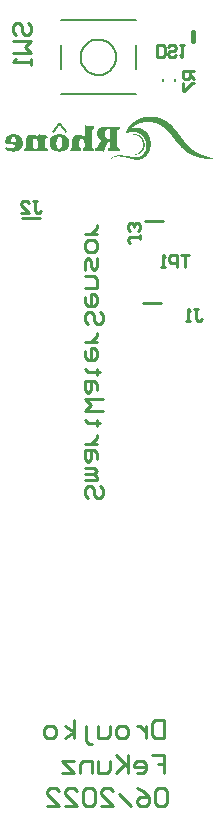
<source format=gbo>
G04*
G04 #@! TF.GenerationSoftware,Altium Limited,Altium Designer,22.2.1 (43)*
G04*
G04 Layer_Color=32896*
%FSLAX25Y25*%
%MOIN*%
G70*
G04*
G04 #@! TF.SameCoordinates,3363FF5D-1BA6-4910-A2F9-43927B8BDF9C*
G04*
G04*
G04 #@! TF.FilePolarity,Positive*
G04*
G01*
G75*
%ADD11C,0.00787*%
%ADD12C,0.01000*%
%ADD75C,0.00500*%
%ADD76C,0.01575*%
G36*
X366488Y357827D02*
X366477Y357824D01*
X366369Y357820D01*
X366358Y357816D01*
X366320Y357811D01*
X366288Y357807D01*
X366248Y357804D01*
X366186Y357800D01*
X366136Y357797D01*
X366100Y357793D01*
X366056Y357786D01*
X366026Y357777D01*
X365982Y357769D01*
X365957Y357766D01*
X365912Y357760D01*
X365868Y357750D01*
X365848Y357744D01*
X365820Y357737D01*
X365784Y357733D01*
X365769Y357730D01*
X365742Y357724D01*
X365706Y357710D01*
X365689Y357704D01*
X365675Y357701D01*
X365650Y357697D01*
X365635Y357694D01*
X365616Y357688D01*
X365597Y357681D01*
X365578Y357672D01*
X365549Y357665D01*
X365518Y357659D01*
X365503Y357656D01*
X365458Y357632D01*
X365444Y357628D01*
X365424Y357623D01*
X365406Y357616D01*
X365379Y357599D01*
X365359Y357594D01*
X365330Y357587D01*
X365285Y357563D01*
X365270Y357560D01*
X365247Y357551D01*
X365234Y357542D01*
X365227Y357535D01*
X365202Y357524D01*
X365178Y357515D01*
X365173Y357509D01*
X365166Y357506D01*
X365158Y357498D01*
X365133Y357488D01*
X365119Y357484D01*
X365099Y357468D01*
X365083Y357459D01*
X365054Y357448D01*
X365034Y357432D01*
X364988Y357404D01*
X364978Y357394D01*
X364970Y357390D01*
X364945Y357376D01*
X364923Y357354D01*
X364891Y357336D01*
X364880Y357325D01*
X364873Y357321D01*
X364848Y357307D01*
X364829Y357289D01*
X364822Y357285D01*
X364802Y357269D01*
X364779Y357245D01*
X364772Y357242D01*
X364743Y357213D01*
X364736Y357209D01*
X364707Y357180D01*
X364699Y357177D01*
X364689Y357166D01*
X364681Y357162D01*
X364652Y357133D01*
X364645Y357130D01*
X364636Y357121D01*
X364633Y357114D01*
X364622Y357103D01*
X364618Y357095D01*
X364593Y357070D01*
X364589Y357063D01*
X364560Y357034D01*
X364557Y357027D01*
X364549Y357020D01*
X364546Y357012D01*
X364540Y357007D01*
X364533Y357003D01*
X364528Y356998D01*
X364524Y356991D01*
X364517Y356983D01*
X364513Y356976D01*
X364508Y356971D01*
X364501Y356967D01*
X364492Y356958D01*
X364481Y356940D01*
X364463Y356922D01*
X364459Y356915D01*
X364445Y356889D01*
X364430Y356875D01*
X364427Y356868D01*
X364412Y356842D01*
X364390Y356821D01*
X364372Y356788D01*
X364358Y356774D01*
X364336Y356734D01*
X364325Y356723D01*
X364322Y356716D01*
X364315Y356698D01*
X364300Y356673D01*
X364286Y356651D01*
X364277Y356627D01*
X364264Y356608D01*
X364257Y356600D01*
X364246Y356575D01*
X364239Y356557D01*
X364222Y356537D01*
X364213Y356517D01*
X364206Y356488D01*
X364181Y356449D01*
X364172Y356411D01*
X364154Y356382D01*
X364145Y356358D01*
X364139Y356338D01*
X364130Y356315D01*
X364116Y356293D01*
X364110Y356273D01*
X364107Y356252D01*
X364100Y356223D01*
X364080Y356178D01*
X364076Y356163D01*
X364067Y356122D01*
X364056Y356093D01*
X364043Y356062D01*
X364040Y356048D01*
X364031Y355992D01*
X364027Y355977D01*
X364015Y355935D01*
X364007Y355907D01*
X364004Y355870D01*
X364000Y355856D01*
X363995Y355825D01*
X363989Y355805D01*
X363982Y355787D01*
X363979Y355773D01*
X363975Y355748D01*
X363971Y355711D01*
X363968Y355654D01*
X363964Y355628D01*
X363959Y355587D01*
X363951Y355551D01*
X363948Y355536D01*
X363944Y355515D01*
X363941Y355486D01*
X363937Y355413D01*
X363930Y355207D01*
X363928Y355187D01*
X363931Y355177D01*
X363937Y355139D01*
X363941Y355124D01*
X363948Y355106D01*
X363964Y355068D01*
X363968Y355043D01*
X363975Y355014D01*
X363984Y354991D01*
X363993Y354974D01*
X364000Y354956D01*
X364004Y354942D01*
X364013Y354918D01*
X364033Y354891D01*
X364038Y354868D01*
X364047Y354844D01*
X364065Y354819D01*
X364082Y354774D01*
X364098Y354757D01*
X364101Y354750D01*
X364119Y354718D01*
X364138Y354700D01*
X364146Y354676D01*
X364152Y354671D01*
X364156Y354663D01*
X364170Y354649D01*
X364188Y354616D01*
X364210Y354595D01*
X364213Y354588D01*
X364246Y354555D01*
X364249Y354548D01*
X364262Y354535D01*
X364269Y354532D01*
X364275Y354526D01*
X364278Y354519D01*
X364315Y354483D01*
X364316Y354477D01*
X364324Y354474D01*
X364334Y354470D01*
X364349Y354467D01*
X364385Y354470D01*
X365276Y354465D01*
X365511Y354461D01*
X365684Y354457D01*
X365803Y354454D01*
X365912Y354450D01*
X366154Y354443D01*
X366302Y354439D01*
X366494Y354436D01*
X366663Y354432D01*
X366772Y354429D01*
X366844Y354425D01*
X366902Y354421D01*
X366952Y354418D01*
X367010Y354414D01*
X367072Y354411D01*
X367140Y354407D01*
X367231Y354403D01*
X367372Y354400D01*
X367402Y354394D01*
X367411Y354385D01*
X367408Y354353D01*
X367404Y354342D01*
X367399Y354311D01*
X367388Y354282D01*
X367375Y354252D01*
X367372Y354237D01*
X367361Y354186D01*
X367343Y354147D01*
X367332Y354103D01*
X367325Y354085D01*
X367307Y354060D01*
X367299Y354042D01*
X367296Y354024D01*
X367272Y353990D01*
X367263Y353959D01*
X367245Y353926D01*
X367234Y353908D01*
X367231Y353894D01*
X367222Y353870D01*
X367209Y353858D01*
X367206Y353850D01*
X367198Y353843D01*
X367182Y353812D01*
X367175Y353809D01*
X367169Y353803D01*
X367166Y353796D01*
X367151Y353771D01*
X367140Y353760D01*
X367137Y353753D01*
X367130Y353746D01*
X367111Y353713D01*
X367093Y353695D01*
X367079Y353670D01*
X367005Y353596D01*
X366998Y353592D01*
X366992Y353587D01*
X366989Y353579D01*
X366976Y353567D01*
X366969Y353563D01*
X366952Y353547D01*
X366949Y353540D01*
X366936Y353531D01*
X366929Y353523D01*
X366924Y353521D01*
X366920Y353514D01*
X366904Y353498D01*
X366897Y353494D01*
X366875Y353473D01*
X366835Y353451D01*
X366828Y353444D01*
X366821Y353440D01*
X366781Y353418D01*
X366763Y353400D01*
X366739Y353391D01*
X366727Y353382D01*
X366716Y353372D01*
X366709Y353368D01*
X366683Y353357D01*
X366665Y353350D01*
X366644Y353335D01*
X366625Y353328D01*
X366598Y353323D01*
X366580Y353315D01*
X366553Y353299D01*
X366528Y353292D01*
X366499Y353285D01*
X366463Y353263D01*
X366448Y353259D01*
X366412Y353256D01*
X366398Y353252D01*
X366360Y353243D01*
X366329Y353234D01*
X366300Y353227D01*
X366275Y353223D01*
X366239Y353220D01*
X366210Y353212D01*
X366190Y353207D01*
X366176Y353204D01*
X366143Y353200D01*
X366096Y353196D01*
X366045Y353193D01*
X365970Y353189D01*
X365744Y353187D01*
X365733Y353191D01*
X365617Y353194D01*
X365606Y353198D01*
X365529Y353211D01*
X365500Y353214D01*
X365464Y353218D01*
X365424Y353222D01*
X365395Y353225D01*
X365355Y353232D01*
X365326Y353240D01*
X365306Y353245D01*
X365283Y353251D01*
X365234Y353256D01*
X365209Y353259D01*
X365195Y353263D01*
X365171Y353272D01*
X365142Y353283D01*
X365106Y353290D01*
X365063Y353297D01*
X365048Y353301D01*
X365030Y353308D01*
X364999Y353321D01*
X364940Y353334D01*
X364909Y353350D01*
X364884Y353357D01*
X364869Y353361D01*
X364831Y353370D01*
X364793Y353390D01*
X364764Y353397D01*
X364746Y353404D01*
X364739Y353408D01*
X364718Y353422D01*
X364692Y353429D01*
X364678Y353433D01*
X364660Y353440D01*
X364634Y353458D01*
X364615Y353464D01*
X364591Y353473D01*
X364571Y353489D01*
X364551Y353498D01*
X364528Y353507D01*
X364515Y353516D01*
X364508Y353523D01*
X364490Y353531D01*
X364466Y353540D01*
X364454Y353549D01*
X364439Y353563D01*
X364400Y353585D01*
X364385Y353599D01*
X364352Y353617D01*
X364338Y353632D01*
X364313Y353639D01*
X364289Y353630D01*
X364273Y353610D01*
X364246Y353590D01*
X364242Y353583D01*
X364217Y353558D01*
X364213Y353550D01*
X364197Y353531D01*
X364184Y353518D01*
X364174Y353493D01*
X364170Y353485D01*
X364154Y353466D01*
X364148Y353460D01*
X364136Y353426D01*
X364121Y353404D01*
X364116Y353399D01*
X364109Y353373D01*
X364100Y353350D01*
X364080Y353312D01*
X364072Y353283D01*
X364069Y353254D01*
X364047Y353204D01*
X364040Y353175D01*
X364035Y353144D01*
X364031Y353129D01*
X364024Y353111D01*
X364011Y353081D01*
X364007Y353055D01*
X363998Y352909D01*
X363995Y352866D01*
X363991Y352848D01*
X363989Y352820D01*
X363997Y352813D01*
X363998Y352808D01*
X364006Y352804D01*
X364031Y352779D01*
X364071Y352757D01*
X364082Y352746D01*
X364089Y352743D01*
X364128Y352721D01*
X364143Y352707D01*
X364161Y352699D01*
X364168Y352696D01*
X364188Y352679D01*
X364194Y352674D01*
X364219Y352663D01*
X364226Y352660D01*
X364246Y352643D01*
X364251Y352638D01*
X364275Y352629D01*
X364287Y352624D01*
X364307Y352607D01*
X364354Y352589D01*
X364360Y352584D01*
X364367Y352580D01*
X364378Y352569D01*
X364418Y352555D01*
X364437Y352539D01*
X364457Y352530D01*
X364481Y352520D01*
X364493Y352512D01*
X364515Y352497D01*
X364530Y352493D01*
X364559Y352483D01*
X364584Y352465D01*
X364604Y352459D01*
X364622Y352455D01*
X364658Y352434D01*
X364681Y352425D01*
X364705Y352419D01*
X364734Y352401D01*
X364757Y352392D01*
X364772Y352389D01*
X364795Y352380D01*
X364817Y352365D01*
X364835Y352358D01*
X364871Y352351D01*
X364900Y352340D01*
X364905Y352334D01*
X364929Y352325D01*
X364943Y352322D01*
X364965Y352318D01*
X364980Y352315D01*
X365001Y352304D01*
X365021Y352295D01*
X365046Y352287D01*
X365061Y352284D01*
X365084Y352278D01*
X365126Y352258D01*
X365155Y352251D01*
X365191Y352248D01*
X365202Y352244D01*
X365216Y352240D01*
X365252Y352226D01*
X365281Y352219D01*
X365337Y352210D01*
X365377Y352195D01*
X365397Y352190D01*
X365426Y352183D01*
X365462Y352179D01*
X365476Y352175D01*
X365511Y352170D01*
X365525Y352166D01*
X365545Y352161D01*
X365568Y352155D01*
X365586Y352152D01*
X365616Y352148D01*
X365655Y352145D01*
X365684Y352141D01*
X365720Y352134D01*
X365735Y352130D01*
X365755Y352125D01*
X365778Y352119D01*
X365807Y352116D01*
X365865Y352112D01*
X365926Y352109D01*
X365973Y352105D01*
X366006Y352101D01*
X366035Y352098D01*
X366078Y352091D01*
X366107Y352087D01*
X366143Y352083D01*
X366233Y352080D01*
X366454Y352076D01*
X366647Y352074D01*
X366658Y352078D01*
X366969Y352081D01*
X366980Y352085D01*
X367030Y352089D01*
X367041Y352092D01*
X367083Y352098D01*
X367131Y352103D01*
X367157Y352107D01*
X367247Y352110D01*
X367262Y352114D01*
X367337Y352118D01*
X367348Y352121D01*
X367368Y352127D01*
X367411Y352137D01*
X367433Y352141D01*
X367462Y352145D01*
X367502Y352148D01*
X367545Y352155D01*
X367563Y352159D01*
X367578Y352163D01*
X367598Y352168D01*
X367612Y352172D01*
X367663Y352179D01*
X367715Y352188D01*
X367744Y352199D01*
X367786Y352212D01*
X367836Y352219D01*
X367881Y352235D01*
X367912Y352244D01*
X367926Y352248D01*
X367952Y352251D01*
X367990Y352260D01*
X368031Y352280D01*
X368046Y352284D01*
X368069Y352289D01*
X368087Y352296D01*
X368111Y352309D01*
X368129Y352316D01*
X368170Y352325D01*
X368208Y352345D01*
X368234Y352352D01*
X368248Y352356D01*
X368268Y352361D01*
X368288Y352374D01*
X368320Y352389D01*
X368344Y352398D01*
X368356Y352407D01*
X368378Y352421D01*
X368402Y352427D01*
X368430Y352445D01*
X368436Y352450D01*
X368486Y352468D01*
X368506Y352484D01*
X368523Y352490D01*
X368546Y352499D01*
X368568Y352517D01*
X368584Y352526D01*
X368609Y352540D01*
X368620Y352551D01*
X368628Y352555D01*
X368660Y352573D01*
X368671Y352584D01*
X368678Y352587D01*
X368711Y352606D01*
X368723Y352614D01*
X368725Y352620D01*
X368732Y352624D01*
X368765Y352642D01*
X368785Y352658D01*
X368790Y352663D01*
X368797Y352667D01*
X368817Y352683D01*
X368833Y352699D01*
X368841Y352703D01*
X368861Y352719D01*
X368877Y352735D01*
X368884Y352739D01*
X368913Y352768D01*
X368920Y352772D01*
X368940Y352788D01*
X368956Y352804D01*
X368964Y352808D01*
X368971Y352815D01*
X368978Y352819D01*
X369034Y352875D01*
X369038Y352882D01*
X369070Y352914D01*
X369074Y352922D01*
X369106Y352954D01*
X369110Y352961D01*
X369142Y352994D01*
X369146Y353001D01*
X369155Y353010D01*
X369162Y353014D01*
X369168Y353019D01*
X369171Y353027D01*
X369179Y353034D01*
X369182Y353041D01*
X369204Y353063D01*
X369218Y353088D01*
X369236Y353106D01*
X369254Y353138D01*
X369272Y353156D01*
X369287Y353182D01*
X369309Y353204D01*
X369323Y353229D01*
X369338Y353243D01*
X369363Y353290D01*
X369374Y353301D01*
X369383Y353325D01*
X369390Y353343D01*
X369406Y353359D01*
X369417Y353384D01*
X369431Y353410D01*
X369442Y353420D01*
X369450Y353438D01*
X369468Y353471D01*
X369475Y353478D01*
X369482Y353496D01*
X369486Y353511D01*
X369495Y353534D01*
X369500Y353540D01*
X369504Y353547D01*
X369518Y353579D01*
X369522Y353594D01*
X369540Y353626D01*
X369554Y353659D01*
X369560Y353679D01*
X369565Y353691D01*
X369583Y353717D01*
X369596Y353773D01*
X369603Y353791D01*
X369619Y353829D01*
X369632Y353885D01*
X369652Y353930D01*
X369655Y353944D01*
X369665Y353986D01*
X369679Y354026D01*
X369686Y354054D01*
X369690Y354076D01*
X369701Y354145D01*
X369704Y354159D01*
X369717Y354201D01*
X369724Y354230D01*
X369728Y354266D01*
X369731Y354291D01*
X369737Y354336D01*
X369741Y354358D01*
X369744Y354376D01*
X369748Y354398D01*
X369751Y354416D01*
X369757Y354465D01*
X369760Y354490D01*
X369766Y354571D01*
X369773Y354741D01*
X369777Y354806D01*
X369782Y354913D01*
X369778Y354938D01*
X369773Y355041D01*
X369769Y355124D01*
X369766Y355222D01*
X369759Y355323D01*
X369755Y355356D01*
X369748Y355402D01*
X369741Y355439D01*
X369737Y355460D01*
X369733Y355489D01*
X369730Y355525D01*
X369726Y355565D01*
X369722Y355587D01*
X369719Y355605D01*
X369703Y355657D01*
X369699Y355672D01*
X369692Y355722D01*
X369686Y355753D01*
X369679Y355782D01*
X369672Y355800D01*
X369665Y355829D01*
X369654Y355883D01*
X369647Y355901D01*
X369630Y355939D01*
X369623Y355968D01*
X369614Y356006D01*
X369605Y356022D01*
Y356026D01*
X369594Y356051D01*
X369590Y356066D01*
X369582Y356107D01*
X369563Y356136D01*
X369558Y356152D01*
X369554Y356167D01*
X369545Y356190D01*
X369536Y356203D01*
X369522Y356235D01*
X369509Y356270D01*
X369495Y356291D01*
X369486Y356315D01*
X369480Y356335D01*
X369473Y356353D01*
X369464Y356362D01*
X369460Y356369D01*
X369450Y356394D01*
X369435Y356420D01*
X369424Y356431D01*
X369417Y356449D01*
X369399Y356481D01*
X369388Y356492D01*
X369381Y356510D01*
X369363Y356542D01*
X369352Y356553D01*
X369343Y356577D01*
X369330Y356597D01*
X369323Y356604D01*
X369320Y356611D01*
X369301Y356644D01*
X369280Y356665D01*
X369265Y356691D01*
X369247Y356709D01*
X369244Y356716D01*
X369226Y356741D01*
X369215Y356752D01*
X369211Y356759D01*
X369191Y356790D01*
X369186Y356792D01*
X369182Y356799D01*
X369175Y356806D01*
X369171Y356814D01*
X369155Y356833D01*
X369142Y356846D01*
X369139Y356853D01*
X369103Y356889D01*
X369099Y356897D01*
X369090Y356906D01*
X369083Y356909D01*
X369077Y356915D01*
X369074Y356922D01*
X369034Y356962D01*
X369030Y356969D01*
X368958Y357041D01*
X368956Y357047D01*
X368949Y357050D01*
X368927Y357072D01*
X368920Y357076D01*
X368913Y357083D01*
X368906Y357086D01*
X368897Y357099D01*
X368875Y357114D01*
X368848Y357141D01*
X368841Y357144D01*
X368824Y357157D01*
X368821Y357164D01*
X368812Y357173D01*
X368794Y357184D01*
X368768Y357209D01*
X368750Y357220D01*
X368732Y357238D01*
X368700Y357256D01*
X368680Y357273D01*
X368674Y357278D01*
X368642Y357296D01*
X368631Y357307D01*
X368624Y357310D01*
X368591Y357329D01*
X368573Y357347D01*
X368541Y357365D01*
X368526Y357379D01*
X368503Y357388D01*
X368483Y357401D01*
X368476Y357408D01*
X368468Y357412D01*
X368450Y357419D01*
X368427Y357428D01*
X368414Y357440D01*
X368407Y357444D01*
X368382Y357455D01*
X368364Y357462D01*
X368344Y357478D01*
X368324Y357488D01*
X368309Y357491D01*
X368291Y357502D01*
X368266Y357520D01*
X368243Y357525D01*
X368225Y357533D01*
X368203Y357547D01*
X368179Y357556D01*
X368158Y357560D01*
X368140Y357567D01*
X368132Y357571D01*
X368111Y357585D01*
X368085Y357592D01*
X368062Y357598D01*
X368033Y357616D01*
X368009Y357625D01*
X367986Y357630D01*
X367972Y357634D01*
X367953Y357641D01*
X367934Y357650D01*
X367908Y357657D01*
X367894Y357661D01*
X367869Y357665D01*
X367854Y357668D01*
X367804Y357690D01*
X367780Y357695D01*
X367740Y357702D01*
X367711Y357713D01*
X367688Y357722D01*
X367673Y357726D01*
X367648Y357730D01*
X367612Y357733D01*
X367552Y357746D01*
X367529Y357755D01*
X367502Y357760D01*
X367453Y357766D01*
X367439Y357769D01*
X367402Y357773D01*
X367392Y357777D01*
X367377Y357780D01*
X367334Y357787D01*
X367319Y357791D01*
X367240Y357798D01*
X367193Y357802D01*
X367126Y357807D01*
X367097Y357811D01*
X367075Y357815D01*
X367046Y357818D01*
X366940Y357824D01*
X366882Y357827D01*
X366716Y357831D01*
X366488Y357827D01*
D02*
G37*
G36*
X375288Y357824D02*
X375277Y357813D01*
X375269Y357809D01*
X375237Y357791D01*
X375226Y357780D01*
X375219Y357777D01*
X375186Y357759D01*
X375166Y357742D01*
X375161Y357737D01*
X375129Y357719D01*
X375109Y357699D01*
X375105Y357692D01*
X375089Y357672D01*
X375076Y357659D01*
X375072Y357652D01*
X375054Y357627D01*
X375036Y357609D01*
X375020Y357581D01*
X375013Y357578D01*
X374997Y357551D01*
X374993Y357536D01*
X374975Y357507D01*
X374968Y357482D01*
X374959Y357444D01*
X374939Y357403D01*
X374932Y357374D01*
X374926Y357350D01*
X374917Y357327D01*
X374913Y357312D01*
X374906Y357262D01*
X374903Y357215D01*
X374899Y357189D01*
X374894Y357083D01*
X374892Y357016D01*
X374895Y357005D01*
X374899Y356879D01*
X374903Y356868D01*
X374908Y356833D01*
X374913Y356814D01*
X374919Y356790D01*
X374922Y356772D01*
X374937Y356682D01*
X374944Y356653D01*
X374950Y356633D01*
X374959Y356609D01*
X374964Y356590D01*
X374968Y356575D01*
X374964Y356521D01*
X374951Y356519D01*
X374935Y356535D01*
X374928Y356564D01*
X374922Y356584D01*
X374910Y356604D01*
X374899Y356622D01*
X374895Y356637D01*
X374886Y356660D01*
X374881Y356665D01*
X374863Y356705D01*
X374856Y356723D01*
X374830Y356759D01*
X374825Y356779D01*
X374812Y356799D01*
X374801Y356810D01*
X374776Y356857D01*
X374762Y356871D01*
X374754Y356889D01*
X374738Y356909D01*
X374733Y356915D01*
X374708Y356962D01*
X374693Y356976D01*
X374689Y356983D01*
X374673Y357003D01*
X374660Y357012D01*
X374657Y357020D01*
X374641Y357039D01*
X374621Y357059D01*
X374617Y357066D01*
X374588Y357095D01*
X374585Y357103D01*
X374577Y357110D01*
X374574Y357117D01*
X374554Y357137D01*
X374547Y357141D01*
X374511Y357177D01*
X374503Y357180D01*
X374474Y357209D01*
X374467Y357213D01*
X374435Y357245D01*
X374427Y357249D01*
X374398Y357278D01*
X374373Y357292D01*
X374368Y357298D01*
X374366Y357303D01*
X374359Y357307D01*
X374333Y357321D01*
X374319Y357336D01*
X374312Y357339D01*
X374305Y357347D01*
X374279Y357361D01*
X374258Y357383D01*
X374243Y357386D01*
X374236Y357394D01*
X374229Y357397D01*
X374214Y357412D01*
X374196Y357419D01*
X374164Y357437D01*
X374153Y357448D01*
X374135Y357455D01*
X374109Y357470D01*
X374102Y357477D01*
X374095Y357480D01*
X374070Y357491D01*
X374052Y357502D01*
X374044Y357509D01*
X374037Y357513D01*
X374012Y357524D01*
X373992Y357529D01*
X373972Y357542D01*
X373940Y357556D01*
X373916Y357565D01*
X373887Y357583D01*
X373864Y357592D01*
X373844Y357598D01*
X373826Y357605D01*
X373780Y357625D01*
X373755Y357628D01*
X373721Y357641D01*
X373697Y357654D01*
X373672Y357661D01*
X373634Y357670D01*
X373616Y357677D01*
X373575Y357690D01*
X373560Y357694D01*
X373524Y357697D01*
X373510Y357701D01*
X373486Y357706D01*
X373446Y357721D01*
X373432Y357724D01*
X373414Y357728D01*
X373378Y357731D01*
X373334Y357735D01*
X373305Y357739D01*
X373262Y357746D01*
X373248Y357750D01*
X373230Y357753D01*
X373186Y357760D01*
X373110Y357764D01*
X372888Y357769D01*
X372877Y357766D01*
X372668Y357762D01*
X372657Y357759D01*
X372611Y357753D01*
X372590Y357750D01*
X372572Y357746D01*
X372523Y357740D01*
X372509Y357737D01*
X372427Y357728D01*
X372406Y357724D01*
X372377Y357717D01*
X372346Y357708D01*
X372322Y357702D01*
X372254Y357692D01*
X372225Y357681D01*
X372201Y357672D01*
X372176Y357665D01*
X372142Y357659D01*
X372124Y357656D01*
X372106Y357648D01*
X372078Y357632D01*
X372048Y357627D01*
X372028Y357621D01*
X371974Y357596D01*
X371959Y357592D01*
X371939Y357587D01*
X371927Y357581D01*
X371901Y357563D01*
X371882Y357558D01*
X371867Y357554D01*
X371847Y357542D01*
X371840Y357535D01*
X371822Y357527D01*
X371788Y357515D01*
X371766Y357500D01*
X371746Y357491D01*
X371713Y357473D01*
X371703Y357462D01*
X371685Y357455D01*
X371659Y357440D01*
X371649Y357430D01*
X371623Y357419D01*
X371605Y357408D01*
X371594Y357397D01*
X371587Y357394D01*
X371562Y357379D01*
X371542Y357363D01*
X371533Y357354D01*
X371508Y357339D01*
X371490Y357321D01*
X371464Y357307D01*
X371446Y357289D01*
X371439Y357285D01*
X371419Y357269D01*
X371406Y357260D01*
X371385Y357238D01*
X371377Y357235D01*
X371349Y357206D01*
X371341Y357202D01*
X371309Y357170D01*
X371302Y357166D01*
X371292Y357157D01*
X371289Y357150D01*
X371260Y357121D01*
X371256Y357114D01*
X371240Y357094D01*
X371228Y357081D01*
X371224Y357074D01*
X371217Y357066D01*
X371213Y357059D01*
X371204Y357047D01*
X371197Y357043D01*
X371191Y357038D01*
X371188Y357030D01*
X371181Y357023D01*
X371177Y357016D01*
X371155Y356994D01*
X371134Y356955D01*
X371123Y356944D01*
X371101Y356904D01*
X371090Y356893D01*
X371087Y356886D01*
X371065Y356846D01*
X371054Y356835D01*
X371036Y356785D01*
X371018Y356759D01*
X371011Y356734D01*
X370993Y356701D01*
X370982Y356683D01*
X370974Y356655D01*
X370962Y356620D01*
X370953Y356604D01*
X370946Y356586D01*
X370942Y356561D01*
X370926Y356516D01*
X370920Y356510D01*
X370910Y356474D01*
X370902Y356423D01*
X370895Y356398D01*
X370886Y356375D01*
X370881Y356355D01*
X370877Y356340D01*
X370864Y356255D01*
X370861Y356237D01*
X370857Y356216D01*
X370850Y356179D01*
X370846Y356158D01*
X370843Y356129D01*
X370839Y356089D01*
X370835Y356031D01*
X370828Y355833D01*
X370825Y354083D01*
X370817Y353892D01*
X370814Y353841D01*
X370810Y353809D01*
X370807Y353762D01*
X370803Y353697D01*
X370799Y353635D01*
X370796Y353606D01*
X370788Y353577D01*
X370783Y353558D01*
X370776Y353529D01*
X370772Y353503D01*
X370769Y353489D01*
X370765Y353442D01*
X370740Y353388D01*
X370736Y353373D01*
X370731Y353350D01*
X370727Y353335D01*
X370714Y353315D01*
X370689Y353269D01*
X370671Y353251D01*
X370667Y353243D01*
X370649Y353218D01*
X370644Y353212D01*
X370638Y353211D01*
X370635Y353204D01*
X370622Y353191D01*
X370597Y353176D01*
X370588Y353167D01*
X370586Y353162D01*
X370579Y353158D01*
X370503Y353122D01*
X370489Y353119D01*
X370465Y353113D01*
X370424Y353100D01*
X370409Y353097D01*
X370353Y353092D01*
X370331Y353088D01*
X370313Y353081D01*
X370301Y353072D01*
X370295Y353066D01*
X370288Y353048D01*
X370275Y352989D01*
X370268Y352970D01*
X370263Y352965D01*
X370259Y352951D01*
X370252Y352933D01*
X370248Y352907D01*
X370245Y352893D01*
X370239Y352858D01*
X370236Y352844D01*
X370230Y352824D01*
X370227Y352810D01*
X370219Y352784D01*
X370216Y352748D01*
X370212Y352723D01*
X370207Y352681D01*
X370199Y352624D01*
X370196Y352602D01*
X370187Y352528D01*
X370183Y352502D01*
X370180Y352423D01*
X370174Y352193D01*
X370172Y352166D01*
X370189Y352147D01*
X370483Y352152D01*
X370693Y352159D01*
X370863Y352166D01*
X370956Y352170D01*
X371090Y352174D01*
X371282Y352177D01*
X371744Y352181D01*
X372082Y352183D01*
X372093Y352179D01*
X373105Y352175D01*
X373116Y352172D01*
X373336Y352168D01*
X373347Y352165D01*
X373493Y352159D01*
X373558Y352155D01*
X373641Y352152D01*
X373732Y352148D01*
X373810Y352147D01*
X373822Y352159D01*
X373826Y352185D01*
X373822Y352195D01*
X373818Y352466D01*
X373815Y352477D01*
X373810Y352540D01*
X373797Y352643D01*
X373793Y352679D01*
X373790Y352705D01*
X373786Y352752D01*
X373782Y352766D01*
X373777Y352804D01*
X373770Y352833D01*
X373764Y352853D01*
X373753Y352914D01*
X373750Y352940D01*
X373746Y352954D01*
X373737Y352978D01*
X373728Y352997D01*
X373721Y353023D01*
X373717Y353037D01*
X373714Y353066D01*
X373705Y353079D01*
X373687Y353086D01*
X373672Y353090D01*
X373629Y353097D01*
X373605Y353102D01*
X373548Y353117D01*
X373519Y353128D01*
X373506Y353137D01*
X373473Y353151D01*
X373455Y353158D01*
X373446Y353164D01*
X373443Y353171D01*
X373430Y353184D01*
X373423Y353187D01*
X373407Y353200D01*
X373403Y353207D01*
X373390Y353220D01*
X373383Y353223D01*
X373363Y353243D01*
X373360Y353251D01*
X373347Y353259D01*
X373341Y353265D01*
X373320Y353305D01*
X373309Y353315D01*
X373287Y353355D01*
X373276Y353366D01*
X373273Y353373D01*
X373266Y353391D01*
X373260Y353415D01*
X373237Y353460D01*
X373230Y353489D01*
X373224Y353509D01*
X373204Y353547D01*
X373201Y353561D01*
X373197Y353587D01*
X373191Y353621D01*
X373188Y353639D01*
X373183Y353659D01*
X373175Y353677D01*
X373164Y353720D01*
X373161Y353767D01*
X373157Y353793D01*
X373152Y353841D01*
X373137Y353928D01*
X373134Y353957D01*
X373130Y354004D01*
X373127Y354195D01*
X373125Y355180D01*
X373128Y355191D01*
X373132Y355440D01*
X373135Y355451D01*
X373139Y355487D01*
X373143Y355498D01*
X373150Y355542D01*
X373154Y355556D01*
X373159Y355608D01*
X373163Y355659D01*
X373166Y355692D01*
X373170Y355710D01*
X373184Y355749D01*
X373190Y355769D01*
X373193Y355784D01*
X373197Y355809D01*
X373202Y355840D01*
X373206Y355854D01*
X373226Y355903D01*
X373231Y355926D01*
X373240Y355950D01*
X373258Y355975D01*
X373266Y356000D01*
X373275Y356024D01*
X373289Y356046D01*
X373311Y356089D01*
X373334Y356113D01*
X373338Y356120D01*
X373351Y356136D01*
X373358Y356140D01*
X373363Y356145D01*
X373367Y356152D01*
X373383Y356172D01*
X373399Y356188D01*
X373403Y356196D01*
X373441Y356223D01*
X373452Y356234D01*
X373484Y356252D01*
X373495Y356262D01*
X373502Y356266D01*
X373542Y356284D01*
X373549Y356288D01*
X373571Y356302D01*
X373631Y356315D01*
X373649Y356322D01*
X373687Y356338D01*
X373723Y356342D01*
X373822Y356347D01*
X373866Y356351D01*
X373882Y356353D01*
X373893Y356349D01*
X373992Y356344D01*
X374021Y356340D01*
X374050Y356333D01*
X374086Y356318D01*
X374117Y356310D01*
X374131Y356306D01*
X374164Y356288D01*
X374189Y356277D01*
X374221Y356259D01*
X374229Y356252D01*
X374236Y356248D01*
X374268Y356230D01*
X374279Y356219D01*
X374287Y356216D01*
X374294Y356208D01*
X374301Y356205D01*
X374321Y356188D01*
X374333Y356176D01*
X374341Y356172D01*
X374361Y356156D01*
X374411Y356105D01*
X374415Y356098D01*
X374444Y356069D01*
X374447Y356062D01*
X374454Y356055D01*
X374458Y356048D01*
X374476Y356029D01*
X374491Y356004D01*
X374509Y355986D01*
X374512Y355979D01*
X374536Y355944D01*
X374541Y355939D01*
X374552Y355914D01*
X374556Y355907D01*
X374572Y355887D01*
X374577Y355881D01*
X374585Y355863D01*
X374603Y355831D01*
X374610Y355823D01*
X374617Y355805D01*
X374623Y355782D01*
X374644Y355746D01*
X374650Y355730D01*
X374657Y355704D01*
X374675Y355672D01*
X374686Y355646D01*
X374689Y355632D01*
X374698Y355608D01*
X374708Y355599D01*
X374711Y355592D01*
X374722Y355567D01*
X374727Y355543D01*
X374742Y355504D01*
X374751Y355480D01*
X374758Y355437D01*
X374762Y355422D01*
X374767Y355402D01*
X374774Y355384D01*
X374783Y355361D01*
X374791Y355332D01*
X374796Y355298D01*
X374800Y355283D01*
X374807Y355265D01*
X374816Y355242D01*
X374823Y355213D01*
Y355198D01*
Y355195D01*
X374827Y355184D01*
X374830Y355119D01*
X374834Y355108D01*
X374839Y355074D01*
X374843Y355059D01*
X374847Y355041D01*
X374850Y355027D01*
X374854Y355005D01*
X374859Y354956D01*
X374863Y354920D01*
X374867Y354873D01*
X374870Y354859D01*
X374875Y354748D01*
X374879Y354701D01*
X374885Y354595D01*
X374888Y354580D01*
X374892Y354392D01*
X374888Y353984D01*
X374885Y353973D01*
X374881Y353854D01*
X374877Y353843D01*
X374872Y353809D01*
X374868Y353780D01*
X374865Y353744D01*
X374861Y353682D01*
X374857Y353639D01*
X374854Y353617D01*
X374843Y353588D01*
X374834Y353558D01*
X374830Y353532D01*
X374827Y353518D01*
X374821Y353480D01*
X374818Y353466D01*
X374811Y353447D01*
X374805Y353442D01*
X374794Y353417D01*
X374789Y353393D01*
X374771Y353364D01*
X374762Y353344D01*
X374758Y353330D01*
X374742Y353299D01*
X374735Y353296D01*
X374729Y353290D01*
X374726Y353283D01*
X374708Y353258D01*
X374702Y353252D01*
X374697Y353251D01*
X374693Y353243D01*
X374677Y353223D01*
X374666Y353212D01*
X374659Y353209D01*
X374650Y353196D01*
X374623Y353180D01*
X374615Y353176D01*
X374597Y353158D01*
X374572Y353148D01*
X374518Y353122D01*
X374503Y353119D01*
X374480Y353113D01*
X374449Y353104D01*
X374435Y353100D01*
X374409Y353097D01*
X374395Y353093D01*
X374346Y353088D01*
X374332Y353084D01*
X374319Y353079D01*
X374314Y353073D01*
X374306Y353048D01*
X374297Y353010D01*
X374281Y352979D01*
X374274Y352954D01*
X374265Y352913D01*
X374245Y352867D01*
X374238Y352806D01*
X374229Y352750D01*
X374225Y352732D01*
X374216Y352701D01*
X374212Y352687D01*
X374209Y352661D01*
X374205Y352604D01*
X374201Y352513D01*
X374198Y352445D01*
X374194Y352398D01*
X374191Y352195D01*
X374187Y352185D01*
X374191Y352159D01*
X374196Y352154D01*
X374214Y352147D01*
X374371Y352152D01*
X374447Y352155D01*
X374512Y352159D01*
X374657Y352166D01*
X374736Y352170D01*
X374877Y352174D01*
X375091Y352177D01*
X375802Y352181D01*
X376281Y352183D01*
X376292Y352179D01*
X377351Y352175D01*
X377362Y352172D01*
X377589Y352168D01*
X377600Y352165D01*
X377743Y352159D01*
X377815Y352155D01*
X377895Y352152D01*
X377992Y352148D01*
X378066Y352147D01*
X378083Y352159D01*
X378086Y352174D01*
X378083Y352231D01*
X378077Y352436D01*
X378074Y352468D01*
X378070Y352497D01*
X378065Y352546D01*
X378061Y352560D01*
X378056Y352642D01*
X378052Y352707D01*
X378048Y352735D01*
X378045Y352757D01*
X378041Y352772D01*
X378036Y352792D01*
X378028Y352820D01*
X378021Y352864D01*
X378012Y352931D01*
X378005Y352949D01*
X377989Y352987D01*
X377983Y353017D01*
X377980Y353039D01*
X377976Y353053D01*
X377963Y353073D01*
X377958Y353079D01*
X377940Y353086D01*
X377915Y353090D01*
X377835Y353093D01*
X377824Y353097D01*
X377761Y353102D01*
X377743Y353106D01*
X377723Y353111D01*
X377698Y353115D01*
X377683Y353119D01*
X377647Y353122D01*
X377636Y353126D01*
X377602Y353138D01*
X377550Y353155D01*
X377524Y353169D01*
X377517Y353176D01*
X377499Y353184D01*
X377470Y353194D01*
X377450Y353211D01*
X377429Y353225D01*
X377345Y353308D01*
X377342Y353315D01*
X377331Y353326D01*
X377316Y353366D01*
X377295Y353399D01*
X377282Y353433D01*
X377262Y353478D01*
X377255Y353521D01*
X377246Y353563D01*
X377233Y353594D01*
X377226Y353619D01*
X377223Y353644D01*
X377217Y353718D01*
X377214Y353751D01*
X377206Y353794D01*
X377203Y353812D01*
X377196Y353856D01*
X377192Y353939D01*
X377188Y354080D01*
X377186Y355578D01*
X377190Y355589D01*
X377194Y355766D01*
X377197Y355777D01*
X377201Y355834D01*
X377204Y355845D01*
X377210Y355879D01*
X377215Y355928D01*
X377219Y355964D01*
X377224Y356010D01*
X377228Y356028D01*
X377235Y356056D01*
X377242Y356075D01*
X377255Y356116D01*
X377260Y356140D01*
X377268Y356158D01*
X377277Y356167D01*
X377288Y356192D01*
X377306Y356224D01*
X377316Y356235D01*
X377335Y356268D01*
X377344Y356277D01*
X377351Y356281D01*
X377356Y356286D01*
X377360Y356293D01*
X377369Y356306D01*
X377376Y356310D01*
X377409Y356342D01*
X377434Y356356D01*
X377448Y356371D01*
X377456Y356375D01*
X377495Y356396D01*
X377514Y356407D01*
X377550Y356418D01*
X377575Y356432D01*
X377600Y356443D01*
X377625Y356447D01*
X377640Y356450D01*
X377663Y356456D01*
X377701Y356472D01*
X377730Y356479D01*
X377777Y356483D01*
X377792Y356487D01*
X377821Y356490D01*
X377832Y356494D01*
X377889Y356508D01*
X377942Y356514D01*
X377989Y356517D01*
X378025Y356521D01*
X378038Y356526D01*
X378046Y356535D01*
X378043Y356727D01*
X378039Y356738D01*
X378036Y356824D01*
X378032Y356835D01*
X378025Y356886D01*
X378021Y356933D01*
X378018Y356969D01*
X378012Y357036D01*
X378009Y357054D01*
X378005Y357068D01*
X377998Y357086D01*
X377992Y357106D01*
X377989Y357121D01*
X377981Y357171D01*
X377976Y357195D01*
X377972Y357209D01*
X377965Y357227D01*
X377953Y357269D01*
X377947Y357292D01*
X377936Y357321D01*
X377927Y357330D01*
X377920Y357348D01*
X377913Y357377D01*
X377904Y357401D01*
X377898Y357406D01*
X377896Y357412D01*
X377889Y357415D01*
X377882Y357422D01*
X377864Y357430D01*
X377638Y357435D01*
X377522Y357439D01*
X377447Y357442D01*
X377396Y357446D01*
X377331Y357450D01*
X377241Y357453D01*
X377125Y357457D01*
X377060Y357460D01*
X377027Y357464D01*
X376955Y357475D01*
X376897Y357482D01*
X376854Y357486D01*
X376793Y357489D01*
X376735Y357493D01*
X376699Y357497D01*
X376659Y357504D01*
X376641Y357507D01*
X376626Y357511D01*
X376608Y357515D01*
X376559Y357520D01*
X376534Y357524D01*
X376467Y357529D01*
X376446Y357533D01*
X376428Y357536D01*
X376413Y357540D01*
X376395Y357543D01*
X376381Y357547D01*
X376334Y357554D01*
X376297Y357558D01*
X376269Y357562D01*
X376247Y357565D01*
X376229Y357569D01*
X376214Y357572D01*
X376184Y357581D01*
X376169Y357585D01*
X376144Y357589D01*
X376129Y357592D01*
X376073Y357598D01*
X376055Y357601D01*
X376041Y357605D01*
X376021Y357610D01*
X375996Y357618D01*
X375981Y357621D01*
X375956Y357625D01*
X375941Y357628D01*
X375907Y357634D01*
X375893Y357638D01*
X375864Y357648D01*
X375844Y357654D01*
X375830Y357657D01*
X375779Y357665D01*
X375755Y357670D01*
X375741Y357674D01*
X375710Y357686D01*
X375685Y357694D01*
X375629Y357706D01*
X375616Y357712D01*
X375584Y357726D01*
X375524Y357739D01*
X375506Y357746D01*
X375468Y357762D01*
X375454Y357766D01*
X375419Y357778D01*
X375407Y357787D01*
X375381Y357798D01*
X375367Y357802D01*
X375347Y357807D01*
X375325Y357822D01*
X375309Y357827D01*
X375288Y357824D01*
D02*
G37*
G36*
X381825Y357827D02*
X381644Y357824D01*
X381633Y357820D01*
X381557Y357816D01*
X381546Y357813D01*
X381494Y357807D01*
X381451Y357804D01*
X381382Y357800D01*
X381292Y357793D01*
X381234Y357786D01*
X381216Y357782D01*
X381201Y357778D01*
X381165Y357771D01*
X381133Y357768D01*
X381096Y357764D01*
X381053Y357757D01*
X381035Y357753D01*
X381015Y357748D01*
X380986Y357740D01*
X380961Y357737D01*
X380946Y357733D01*
X380887Y357728D01*
X380869Y357724D01*
X380854Y357721D01*
X380824Y357708D01*
X380795Y357701D01*
X380769Y357697D01*
X380755Y357694D01*
X380728Y357688D01*
X380697Y357675D01*
X380672Y357668D01*
X380657Y357665D01*
X380605Y357656D01*
X380591Y357652D01*
X380571Y357643D01*
X380553Y357636D01*
X380527Y357628D01*
X380504Y357623D01*
X380486Y357616D01*
X380444Y357596D01*
X380403Y357587D01*
X380343Y357560D01*
X380318Y357556D01*
X380300Y357549D01*
X380292Y357545D01*
X380271Y357531D01*
X380251Y357525D01*
X380236Y357522D01*
X380207Y357504D01*
X380170Y357488D01*
X380146Y357478D01*
X380137Y357470D01*
X380130Y357466D01*
X380104Y357455D01*
X380076Y357444D01*
X380050Y357426D01*
X380025Y357419D01*
X380000Y357404D01*
X379993Y357397D01*
X379985Y357394D01*
X379945Y357372D01*
X379938Y357365D01*
X379931Y357361D01*
X379924Y357354D01*
X379909Y357350D01*
X379884Y357332D01*
X379873Y357321D01*
X379850Y357312D01*
X379830Y357300D01*
X379815Y357285D01*
X379792Y357276D01*
X379779Y357267D01*
X379768Y357256D01*
X379761Y357253D01*
X379736Y357238D01*
X379723Y357229D01*
X379720Y357222D01*
X379714Y357217D01*
X379707Y357213D01*
X379687Y357197D01*
X379671Y357180D01*
X379653Y357170D01*
X379631Y357148D01*
X379624Y357144D01*
X379591Y357119D01*
X379584Y357112D01*
X379577Y357108D01*
X379553Y357092D01*
X379550Y357085D01*
X379544Y357079D01*
X379537Y357076D01*
X379517Y357059D01*
X379510Y357052D01*
X379506Y357045D01*
X379497Y357036D01*
X379490Y357032D01*
X379478Y357020D01*
X379474Y357012D01*
X379461Y357000D01*
X379454Y356996D01*
X379441Y356983D01*
X379438Y356976D01*
X379425Y356963D01*
X379418Y356960D01*
X379409Y356951D01*
X379405Y356944D01*
X379389Y356927D01*
X379382Y356924D01*
X379376Y356918D01*
X379373Y356911D01*
X379353Y356891D01*
X379346Y356888D01*
X379317Y356852D01*
X379308Y356842D01*
X379304Y356835D01*
X379279Y356803D01*
X379272Y356796D01*
X379268Y356788D01*
X379252Y356765D01*
X379244Y356761D01*
X379239Y356756D01*
X379235Y356749D01*
X379216Y356721D01*
X379208Y356718D01*
X379194Y356696D01*
X379185Y356683D01*
X379170Y356669D01*
X379152Y356637D01*
X379141Y356626D01*
X379138Y356618D01*
X379116Y356579D01*
X379102Y356564D01*
X379095Y356546D01*
X379080Y356521D01*
X379065Y356506D01*
X379058Y356488D01*
X379047Y356470D01*
X379040Y356463D01*
X379037Y356456D01*
X379029Y356449D01*
X379017Y356414D01*
X379008Y356402D01*
X379000Y356394D01*
X378993Y356376D01*
X378990Y356362D01*
X378981Y356338D01*
X378972Y356329D01*
X378968Y356322D01*
X378954Y356290D01*
X378950Y356275D01*
X378925Y356239D01*
X378919Y356216D01*
X378912Y356197D01*
X378898Y356176D01*
X378889Y356152D01*
X378879Y356107D01*
X378860Y356069D01*
X378852Y356044D01*
X378847Y356020D01*
X378843Y356006D01*
X378820Y355954D01*
X378807Y355897D01*
X378787Y355834D01*
X378780Y355784D01*
X378771Y355746D01*
X378755Y355693D01*
X378751Y355679D01*
X378748Y355654D01*
X378744Y355607D01*
X378740Y355592D01*
X378735Y355554D01*
X378724Y355500D01*
X378720Y355478D01*
X378717Y355449D01*
X378713Y355410D01*
X378710Y355363D01*
X378706Y355280D01*
X378702Y355207D01*
X378699Y355142D01*
X378693Y355036D01*
X378699Y354951D01*
X378702Y354882D01*
X378706Y354806D01*
X378710Y354709D01*
X378717Y354615D01*
X378720Y354582D01*
X378724Y354564D01*
X378728Y354542D01*
X378730Y354530D01*
X378731Y354528D01*
X378738Y354485D01*
X378744Y354436D01*
X378748Y354400D01*
X378751Y354356D01*
X378755Y354345D01*
X378777Y354277D01*
X378780Y354252D01*
X378785Y354217D01*
X378789Y354199D01*
X378793Y354185D01*
X378804Y354156D01*
X378811Y354127D01*
X378814Y354109D01*
X378822Y354062D01*
X378829Y354044D01*
X378834Y354038D01*
X378845Y354013D01*
X378849Y353998D01*
X378858Y353957D01*
X378874Y353926D01*
X378881Y353908D01*
X378890Y353867D01*
X378894Y353852D01*
X378914Y353814D01*
X378921Y353785D01*
X378930Y353762D01*
X378936Y353756D01*
X378939Y353749D01*
X378946Y353742D01*
X378964Y353691D01*
X378982Y353666D01*
X378999Y353621D01*
X379013Y353599D01*
X379022Y353579D01*
X379026Y353565D01*
X379044Y353532D01*
X379051Y353525D01*
X379058Y353507D01*
X379073Y353482D01*
X379084Y353471D01*
X379087Y353464D01*
X379105Y353431D01*
X379113Y353424D01*
X379116Y353417D01*
X379123Y353410D01*
X379132Y353386D01*
X379141Y353373D01*
X379152Y353362D01*
X379156Y353355D01*
X379178Y353315D01*
X379192Y353301D01*
X379210Y353269D01*
X379228Y353251D01*
X379232Y353243D01*
X379248Y353223D01*
X379264Y353207D01*
X379268Y353200D01*
X379284Y353180D01*
X379297Y353167D01*
X379300Y353160D01*
X379317Y353140D01*
X379326Y353131D01*
X379329Y353124D01*
X379337Y353117D01*
X379340Y353110D01*
X379356Y353090D01*
X379369Y353077D01*
X379373Y353070D01*
X379389Y353050D01*
X379396Y353046D01*
X379409Y353034D01*
X379413Y353027D01*
X379421Y353017D01*
X379429Y353014D01*
X379449Y352994D01*
X379452Y352987D01*
X379474Y352969D01*
X379501Y352941D01*
X379508Y352938D01*
X379517Y352925D01*
X379530Y352913D01*
X379537Y352909D01*
X379550Y352896D01*
X379553Y352889D01*
X379562Y352880D01*
X379570Y352876D01*
X379602Y352844D01*
X379627Y352830D01*
X379649Y352808D01*
X379675Y352793D01*
X379696Y352772D01*
X379714Y352761D01*
X379732Y352743D01*
X379739Y352739D01*
X379772Y352714D01*
X379779Y352707D01*
X379786Y352703D01*
X379812Y352685D01*
X379826Y352671D01*
X379859Y352652D01*
X379870Y352642D01*
X379895Y352631D01*
X379920Y352616D01*
X379935Y352602D01*
X379958Y352593D01*
X379971Y352584D01*
X379978Y352576D01*
X379985Y352573D01*
X380025Y352551D01*
X380039Y352537D01*
X380065Y352526D01*
X380090Y352512D01*
X380101Y352501D01*
X380126Y352493D01*
X380150Y352484D01*
X380155Y352479D01*
X380162Y352475D01*
X380170Y352468D01*
X380188Y352461D01*
X380207Y352455D01*
X380220Y352450D01*
X380245Y352432D01*
X380291Y352416D01*
X380312Y352401D01*
X380332Y352392D01*
X380366Y352380D01*
X380379Y352374D01*
X380397Y352363D01*
X380422Y352356D01*
X380437Y352352D01*
X380457Y352347D01*
X380495Y352327D01*
X380553Y352313D01*
X380578Y352298D01*
X380603Y352287D01*
X380630Y352282D01*
X380645Y352278D01*
X380690Y352258D01*
X380704Y352255D01*
X380730Y352251D01*
X380744Y352248D01*
X380771Y352242D01*
X380807Y352228D01*
X380827Y352222D01*
X380842Y352219D01*
X380876Y352213D01*
X380894Y352210D01*
X380934Y352195D01*
X380950Y352190D01*
X380979Y352183D01*
X381049Y352174D01*
X381067Y352170D01*
X381082Y352166D01*
X381102Y352161D01*
X381131Y352154D01*
X381156Y352150D01*
X381228Y352143D01*
X381243Y352139D01*
X381281Y352130D01*
X381301Y352125D01*
X381315Y352121D01*
X381340Y352118D01*
X381387Y352114D01*
X381467Y352110D01*
X381492Y352107D01*
X381548Y352101D01*
X381595Y352094D01*
X381669Y352085D01*
X381695Y352081D01*
X381947Y352078D01*
X382060Y352074D01*
X382405Y352080D01*
X382495Y352083D01*
X382527Y352087D01*
X382556Y352091D01*
X382600Y352098D01*
X382629Y352101D01*
X382665Y352105D01*
X382708Y352109D01*
X382773Y352112D01*
X382831Y352116D01*
X382874Y352123D01*
X382894Y352129D01*
X382923Y352136D01*
X382966Y352143D01*
X383003Y352147D01*
X383048Y352152D01*
X383069Y352155D01*
X383113Y352166D01*
X383133Y352172D01*
X383214Y352185D01*
X383243Y352192D01*
X383261Y352199D01*
X383303Y352212D01*
X383337Y352217D01*
X383359Y352221D01*
X383373Y352224D01*
X383402Y352235D01*
X383443Y352248D01*
X383482Y352253D01*
X383496Y352257D01*
X383514Y352264D01*
X383519Y352269D01*
X383545Y352280D01*
X383586Y352289D01*
X383601Y352293D01*
X383646Y352316D01*
X383677Y352322D01*
X383691Y352325D01*
X383709Y352333D01*
X383715Y352338D01*
X383740Y352349D01*
X383754Y352352D01*
X383778Y352358D01*
X383790Y352363D01*
X383816Y352381D01*
X383866Y352399D01*
X383892Y352417D01*
X383906Y352421D01*
X383940Y352434D01*
X383946Y352439D01*
X383953Y352443D01*
X383960Y352450D01*
X383996Y352461D01*
X384022Y352475D01*
X384043Y352490D01*
X384058Y352493D01*
X384076Y352504D01*
X384096Y352520D01*
X384116Y352530D01*
X384134Y352540D01*
X384141Y352548D01*
X384148Y352551D01*
X384155Y352558D01*
X384179Y352568D01*
X384192Y352576D01*
X384202Y352587D01*
X384228Y352598D01*
X384253Y352613D01*
X384267Y352627D01*
X384300Y352645D01*
X384307Y352656D01*
X384314Y352660D01*
X384347Y352685D01*
X384354Y352692D01*
X384361Y352696D01*
X384394Y352721D01*
X384401Y352728D01*
X384408Y352732D01*
X384441Y352757D01*
X384452Y352768D01*
X384459Y352772D01*
X384479Y352788D01*
X384495Y352804D01*
X384502Y352808D01*
X384640Y352945D01*
X384645Y352947D01*
X384649Y352954D01*
X384710Y353016D01*
X384714Y353023D01*
X384730Y353043D01*
X384743Y353055D01*
X384746Y353063D01*
X384763Y353082D01*
X384779Y353099D01*
X384793Y353124D01*
X384815Y353146D01*
X384829Y353171D01*
X384851Y353193D01*
X384865Y353218D01*
X384880Y353232D01*
X384891Y353258D01*
X384894Y353265D01*
X384911Y353285D01*
X384916Y353290D01*
X384923Y353308D01*
X384938Y353334D01*
X384952Y353348D01*
X384956Y353362D01*
X384970Y353388D01*
X384985Y353402D01*
X384992Y353420D01*
X385006Y353446D01*
X385021Y353467D01*
X385028Y353496D01*
X385043Y353521D01*
X385057Y353543D01*
X385062Y353567D01*
X385070Y353585D01*
X385079Y353597D01*
X385089Y353615D01*
X385106Y353661D01*
X385120Y353682D01*
X385129Y353713D01*
X385138Y353751D01*
X385158Y353793D01*
X385165Y353821D01*
X385171Y353845D01*
X385178Y353863D01*
X385194Y353901D01*
X385202Y353930D01*
X385207Y353957D01*
X385227Y354020D01*
X385230Y354035D01*
X385234Y354071D01*
X385238Y354085D01*
X385243Y354112D01*
X385259Y354165D01*
X385267Y354194D01*
X385270Y354241D01*
X385274Y354255D01*
X385278Y354302D01*
X385281Y354313D01*
X385286Y354344D01*
X385290Y354362D01*
X385297Y354405D01*
X385301Y354441D01*
X385305Y354488D01*
X385310Y354595D01*
X385315Y354712D01*
X385319Y354774D01*
X385323Y354846D01*
X385319Y354893D01*
X385315Y354933D01*
X385312Y354983D01*
X385308Y355052D01*
X385305Y355139D01*
X385301Y355254D01*
X385297Y355316D01*
X385294Y355337D01*
X385290Y355352D01*
X385281Y355383D01*
X385278Y355397D01*
X385270Y355448D01*
X385267Y355484D01*
X385263Y355498D01*
X385258Y355525D01*
X385254Y355540D01*
X385245Y355571D01*
X385238Y355614D01*
X385234Y355639D01*
X385229Y355684D01*
X385225Y355699D01*
X385222Y355717D01*
X385205Y355769D01*
X385198Y355798D01*
X385192Y355822D01*
X385173Y355860D01*
X385165Y355889D01*
X385160Y355912D01*
X385153Y355930D01*
X385133Y355975D01*
X385127Y356002D01*
X385124Y356017D01*
X385113Y356038D01*
X385100Y356069D01*
X385097Y356084D01*
X385091Y356107D01*
X385082Y356131D01*
X385057Y356185D01*
X385046Y356203D01*
X385039Y356210D01*
X385035Y356217D01*
X385024Y356243D01*
X385010Y356268D01*
X384996Y356290D01*
X384983Y356324D01*
X384974Y356333D01*
X384970Y356340D01*
X384963Y356347D01*
X384950Y356382D01*
X384936Y356403D01*
X384930Y356409D01*
X384923Y356427D01*
X384914Y356450D01*
X384909Y356456D01*
X384905Y356463D01*
X384894Y356474D01*
X384882Y356508D01*
X384858Y356532D01*
X384855Y356539D01*
X384837Y356564D01*
X384822Y356579D01*
X384808Y356604D01*
X384790Y356622D01*
X384786Y356629D01*
X384768Y356655D01*
X384753Y356669D01*
X384750Y356676D01*
X384734Y356700D01*
X384728Y356701D01*
X384725Y356709D01*
X384717Y356716D01*
X384703Y356741D01*
X384685Y356759D01*
X384681Y356767D01*
X384663Y356792D01*
X384649Y356806D01*
X384645Y356814D01*
X384636Y356826D01*
X384629Y356830D01*
X384605Y356853D01*
X384604Y356859D01*
X384596Y356862D01*
X384557Y356902D01*
X384549Y356906D01*
X384544Y356911D01*
X384540Y356918D01*
X384524Y356935D01*
X384517Y356938D01*
X384504Y356951D01*
X384501Y356958D01*
X384491Y356967D01*
X384484Y356971D01*
X384468Y356987D01*
X384464Y356994D01*
X384459Y357000D01*
X384452Y357003D01*
X384416Y357039D01*
X384408Y357043D01*
X384403Y357049D01*
X384399Y357056D01*
X384383Y357072D01*
X384376Y357076D01*
X384347Y357104D01*
X384314Y357122D01*
X384300Y357137D01*
X384267Y357155D01*
X384260Y357166D01*
X384253Y357170D01*
X384219Y357193D01*
X384206Y357206D01*
X384173Y357224D01*
X384159Y357238D01*
X384152Y357242D01*
X384126Y357256D01*
X384105Y357278D01*
X384087Y357285D01*
X384067Y357301D01*
X384058Y357310D01*
X384040Y357318D01*
X384015Y357332D01*
X384004Y357343D01*
X383959Y357359D01*
X383953Y357365D01*
X383946Y357368D01*
X383939Y357376D01*
X383921Y357383D01*
X383897Y357392D01*
X383877Y357404D01*
X383870Y357412D01*
X383825Y357428D01*
X383819Y357433D01*
X383812Y357437D01*
X383805Y357444D01*
X383787Y357451D01*
X383763Y357460D01*
X383742Y357475D01*
X383736Y357480D01*
X383718Y357488D01*
X383684Y357500D01*
X383678Y357506D01*
X383671Y357509D01*
X383646Y357520D01*
X383622Y357525D01*
X383604Y357529D01*
X383559Y357553D01*
X383545Y357556D01*
X383521Y357562D01*
X383507Y357565D01*
X383469Y357585D01*
X383443Y357592D01*
X383420Y357598D01*
X383402Y357605D01*
X383379Y357618D01*
X383360Y357625D01*
X383323Y357634D01*
X383304Y357641D01*
X383274Y357654D01*
X383245Y357661D01*
X383203Y357666D01*
X383174Y357674D01*
X383156Y357681D01*
X383125Y357690D01*
X383111Y357694D01*
X383061Y357701D01*
X383046Y357704D01*
X383012Y357717D01*
X382981Y357726D01*
X382966Y357730D01*
X382925Y357735D01*
X382882Y357746D01*
X382862Y357751D01*
X382847Y357755D01*
X382797Y357762D01*
X382750Y357766D01*
X382714Y357769D01*
X382672Y357775D01*
X382654Y357778D01*
X382632Y357782D01*
X382618Y357786D01*
X382582Y357793D01*
X382553Y357797D01*
X382517Y357800D01*
X382470Y357804D01*
X382434Y357807D01*
X382361Y357811D01*
X382300Y357815D01*
X382249Y357818D01*
X382202Y357822D01*
X382137Y357825D01*
X382068Y357829D01*
X381835Y357831D01*
X381825Y357827D01*
D02*
G37*
G36*
X381046Y359571D02*
X381064Y359589D01*
X381086Y359629D01*
X381104Y359647D01*
X381118Y359672D01*
X381133Y359686D01*
X381151Y359719D01*
X381167Y359739D01*
X381172Y359744D01*
X381190Y359777D01*
X381208Y359795D01*
X381212Y359806D01*
X381228Y359826D01*
X381237Y359838D01*
X381255Y359871D01*
X381274Y359889D01*
X381277Y359896D01*
X381293Y359923D01*
X381301Y359927D01*
X381328Y359972D01*
X381342Y359986D01*
X381346Y359994D01*
X381360Y360019D01*
X381378Y360037D01*
X381396Y360069D01*
X381411Y360084D01*
X381414Y360091D01*
X381429Y360117D01*
X381447Y360135D01*
X381465Y360167D01*
X381483Y360185D01*
X381501Y360218D01*
X381516Y360232D01*
X381534Y360265D01*
X381552Y360283D01*
X381570Y360315D01*
X381581Y360326D01*
X381584Y360333D01*
X381599Y360359D01*
X381620Y360380D01*
X381639Y360413D01*
X381653Y360427D01*
X381671Y360460D01*
X381676Y360469D01*
X381684Y360472D01*
X381689Y360478D01*
X381707Y360510D01*
X381722Y360525D01*
X381725Y360532D01*
X381743Y360565D01*
X381761Y360583D01*
X381776Y360608D01*
X381794Y360626D01*
X381816Y360666D01*
X381830Y360680D01*
X381848Y360713D01*
X381854Y360718D01*
X381859Y360720D01*
X381862Y360727D01*
X381877Y360753D01*
X381891Y360767D01*
X381895Y360774D01*
X381909Y360799D01*
X381926Y360819D01*
X381935Y360828D01*
X381949Y360854D01*
X381960Y360864D01*
X381964Y360872D01*
X381980Y360888D01*
X382002Y360884D01*
X382021Y360854D01*
X382040Y360836D01*
X382043Y360828D01*
X382050Y360821D01*
X382052Y360816D01*
X382060Y360812D01*
X382068Y360803D01*
X382072Y360796D01*
X382097Y360763D01*
X382112Y360749D01*
X382116Y360742D01*
X382132Y360722D01*
X382148Y360705D01*
X382152Y360698D01*
X382161Y360686D01*
X382168Y360682D01*
X382177Y360673D01*
X382181Y360666D01*
X382197Y360646D01*
X382217Y360626D01*
X382220Y360619D01*
X382246Y360594D01*
X382249Y360586D01*
X382265Y360566D01*
X382278Y360554D01*
X382282Y360546D01*
X382298Y360527D01*
X382302Y360519D01*
X382309Y360516D01*
X382318Y360503D01*
X382338Y360476D01*
X382345Y360472D01*
X382350Y360467D01*
X382354Y360460D01*
X382370Y360440D01*
X382386Y360424D01*
X382390Y360416D01*
X382406Y360397D01*
X382414Y360393D01*
X382428Y360371D01*
X382434Y360366D01*
X382437Y360359D01*
X382455Y360340D01*
X382459Y360333D01*
X382475Y360313D01*
X382491Y360297D01*
X382495Y360290D01*
X382511Y360270D01*
X382527Y360254D01*
X382538Y360236D01*
X382547Y360227D01*
X382555Y360223D01*
X382569Y360201D01*
X382593Y360178D01*
X382596Y360171D01*
X382612Y360151D01*
X382621Y360142D01*
X382625Y360135D01*
X382632Y360127D01*
X382636Y360120D01*
X382652Y360100D01*
X382665Y360088D01*
X382668Y360080D01*
X382685Y360060D01*
X382701Y360044D01*
X382712Y360026D01*
X382733Y360004D01*
X382737Y359997D01*
X382753Y359977D01*
X382766Y359965D01*
X382770Y359958D01*
X382786Y359938D01*
X382799Y359925D01*
X382802Y359918D01*
X382827Y359885D01*
X382838Y359874D01*
X382842Y359867D01*
X382858Y359847D01*
X382865Y359844D01*
X382880Y359822D01*
X382903Y359799D01*
X382907Y359791D01*
X382932Y359759D01*
X382939Y359752D01*
X382943Y359744D01*
X382968Y359712D01*
X382979Y359701D01*
X382990Y359683D01*
X383012Y359661D01*
X383015Y359654D01*
X383032Y359634D01*
X383048Y359618D01*
X383059Y359600D01*
X383077Y359582D01*
X383080Y359574D01*
X383098Y359549D01*
X383113Y359535D01*
X383117Y359527D01*
X383133Y359508D01*
X383149Y359491D01*
X383160Y359473D01*
X383182Y359452D01*
X383185Y359444D01*
X383203Y359419D01*
X383218Y359405D01*
X383232Y359379D01*
X383254Y359358D01*
X383257Y359350D01*
X383274Y359331D01*
X383286Y359318D01*
X383290Y359311D01*
X383306Y359287D01*
X383313Y359283D01*
X383328Y359262D01*
X383346Y359240D01*
X383355Y359227D01*
X383380Y359195D01*
X383387Y359188D01*
X383391Y359180D01*
X383415Y359150D01*
X383420Y359148D01*
X383424Y359141D01*
X383449Y359108D01*
X383456Y359101D01*
X383460Y359094D01*
X383483Y359060D01*
X383496Y359047D01*
X383500Y359040D01*
X383516Y359020D01*
X383528Y359007D01*
X383532Y359000D01*
X383550Y358975D01*
X383565Y358960D01*
X383579Y358935D01*
X383597Y358917D01*
X383601Y358910D01*
X383619Y358884D01*
X383633Y358870D01*
X383637Y358862D01*
X383655Y358837D01*
X383669Y358823D01*
X383684Y358798D01*
X383702Y358779D01*
X383720Y358747D01*
X383742Y358725D01*
X383752Y358707D01*
X383771Y358689D01*
X383789Y358657D01*
X383807Y358639D01*
X383821Y358613D01*
X383839Y358595D01*
X383843Y358588D01*
X383861Y358563D01*
X383875Y358548D01*
X383893Y358516D01*
X383908Y358501D01*
X383911Y358494D01*
X383926Y358469D01*
X383948Y358447D01*
X383962Y358422D01*
X383980Y358404D01*
X383998Y358371D01*
X384013Y358357D01*
X384016Y358349D01*
X384034Y358324D01*
X384042Y358317D01*
X384045Y358310D01*
X384062Y358290D01*
X384074Y358288D01*
X384087Y358293D01*
X384096Y358302D01*
X384099Y358310D01*
X384108Y358319D01*
X384116Y358322D01*
X384141Y358348D01*
X384148Y358351D01*
X384155Y358358D01*
X384163Y358362D01*
X384188Y358387D01*
X384195Y358391D01*
X384202Y358398D01*
X384210Y358402D01*
X384222Y358414D01*
X384226Y358422D01*
X384233Y358429D01*
X384237Y358436D01*
X384258Y358458D01*
X384262Y358465D01*
X384278Y358485D01*
X384295Y358501D01*
X384298Y358508D01*
X384314Y358528D01*
X384322Y358532D01*
X384327Y358537D01*
X384342Y358563D01*
X384360Y358581D01*
X384369Y358604D01*
X384376Y358622D01*
X384392Y358639D01*
X384403Y358664D01*
X384417Y358689D01*
X384436Y358714D01*
X384441Y358741D01*
X384452Y358770D01*
X384459Y358788D01*
X384468Y358819D01*
X384473Y358854D01*
X384477Y358868D01*
X384483Y358888D01*
X384479Y358906D01*
X384461Y358938D01*
X384455Y358944D01*
X384448Y358947D01*
X384421Y358985D01*
X384403Y359003D01*
X384392Y359021D01*
X384374Y359040D01*
X384370Y359047D01*
X384352Y359072D01*
X384338Y359087D01*
X384334Y359094D01*
X384316Y359119D01*
X384309Y359123D01*
X384305Y359130D01*
X384298Y359137D01*
X384295Y359144D01*
X384278Y359164D01*
X384266Y359177D01*
X384255Y359195D01*
X384239Y359215D01*
X384229Y359224D01*
X384215Y359249D01*
X384210Y359255D01*
X384202Y359258D01*
X384183Y359289D01*
X384161Y359311D01*
X384157Y359318D01*
X384141Y359338D01*
X384128Y359350D01*
X384114Y359376D01*
X384092Y359397D01*
X384078Y359423D01*
X384056Y359444D01*
X384052Y359452D01*
X384036Y359471D01*
X384023Y359484D01*
X384020Y359491D01*
X384004Y359511D01*
X383995Y359520D01*
X383991Y359527D01*
X383966Y359560D01*
X383959Y359567D01*
X383955Y359574D01*
X383930Y359607D01*
X383919Y359618D01*
X383915Y359625D01*
X383899Y359645D01*
X383886Y359658D01*
X383883Y359665D01*
X383866Y359685D01*
X383857Y359694D01*
X383854Y359701D01*
X383836Y359726D01*
X383832Y359733D01*
X383821Y359741D01*
X383818Y359748D01*
X383792Y359780D01*
X383778Y359795D01*
X383767Y359813D01*
X383749Y359831D01*
X383745Y359838D01*
X383720Y359871D01*
X383713Y359878D01*
X383709Y359885D01*
X383684Y359918D01*
X383673Y359929D01*
X383662Y359947D01*
X383641Y359968D01*
X383630Y359986D01*
X383612Y360004D01*
X383608Y360012D01*
X383583Y360044D01*
X383575Y360051D01*
X383572Y360059D01*
X383546Y360091D01*
X383536Y360102D01*
X383525Y360120D01*
X383503Y360142D01*
X383500Y360149D01*
X383483Y360169D01*
X383474Y360178D01*
X383471Y360185D01*
X383445Y360218D01*
X383438Y360225D01*
X383435Y360232D01*
X383409Y360265D01*
X383398Y360276D01*
X383387Y360294D01*
X383366Y360315D01*
X383362Y360322D01*
X383346Y360342D01*
X383341Y360348D01*
X383337Y360355D01*
X383330Y360362D01*
X383326Y360369D01*
X383301Y360402D01*
X383294Y360409D01*
X383290Y360416D01*
X383274Y360436D01*
X383261Y360449D01*
X383257Y360456D01*
X383241Y360476D01*
X383228Y360489D01*
X383225Y360496D01*
X383200Y360528D01*
X383192Y360536D01*
X383189Y360543D01*
X383171Y360568D01*
X383156Y360583D01*
X383153Y360590D01*
X383136Y360610D01*
X383120Y360626D01*
X383109Y360644D01*
X383091Y360662D01*
X383088Y360669D01*
X383069Y360695D01*
X383055Y360709D01*
X383051Y360716D01*
X383033Y360742D01*
X383019Y360756D01*
X383015Y360763D01*
X382999Y360783D01*
X382983Y360799D01*
X382972Y360818D01*
X382954Y360836D01*
X382950Y360843D01*
X382932Y360868D01*
X382921Y360879D01*
X382918Y360886D01*
X382910Y360893D01*
X382900Y360911D01*
X382878Y360933D01*
X382867Y360951D01*
X382845Y360973D01*
X382835Y360991D01*
X382818Y361011D01*
X382809Y361020D01*
X382799Y361038D01*
X382782Y361058D01*
X382773Y361067D01*
X382762Y361085D01*
X382741Y361107D01*
X382730Y361125D01*
X382708Y361146D01*
X382694Y361172D01*
X382672Y361193D01*
X382658Y361219D01*
X382636Y361240D01*
X382632Y361248D01*
X382616Y361267D01*
X382603Y361280D01*
X382600Y361287D01*
X382583Y361307D01*
X382571Y361320D01*
X382567Y361327D01*
X382549Y361352D01*
X382535Y361367D01*
X382520Y361392D01*
X382499Y361414D01*
X382495Y361421D01*
X382479Y361441D01*
X382466Y361454D01*
X382462Y361461D01*
X382442Y361488D01*
X382437Y361490D01*
X382434Y361497D01*
X382426Y361504D01*
X382415Y361522D01*
X382408Y361529D01*
X382405Y361537D01*
X382394Y361547D01*
X382390Y361555D01*
X382374Y361575D01*
X382361Y361587D01*
X382358Y361595D01*
X382341Y361614D01*
X382307Y361627D01*
X382269Y361647D01*
X382249Y361652D01*
X382231Y361656D01*
X382213Y361663D01*
X382208Y361668D01*
X382190Y361676D01*
X382166Y361681D01*
X382144Y361685D01*
X382112Y361688D01*
X382090Y361692D01*
X382076Y361696D01*
X382056Y361701D01*
X382031Y361708D01*
X381994Y361712D01*
X381969Y361716D01*
X381901Y361719D01*
X381843Y361723D01*
X381666Y361719D01*
X381646Y361703D01*
X381635Y361692D01*
X381631Y361685D01*
X381613Y361652D01*
X381599Y361638D01*
X381577Y361598D01*
X381566Y361587D01*
X381544Y361547D01*
X381534Y361537D01*
X381530Y361529D01*
X381508Y361490D01*
X381494Y361475D01*
X381472Y361436D01*
X381461Y361425D01*
X381436Y361378D01*
X381422Y361363D01*
X381413Y361340D01*
X381393Y361320D01*
X381367Y361273D01*
X381360Y361269D01*
X381357Y361262D01*
X381339Y361229D01*
X381324Y361215D01*
X381321Y361208D01*
X381302Y361175D01*
X381288Y361161D01*
X381266Y361121D01*
X381255Y361110D01*
X381252Y361103D01*
X381234Y361070D01*
X381219Y361056D01*
X381216Y361049D01*
X381198Y361016D01*
X381187Y361005D01*
X381183Y360998D01*
X381165Y360966D01*
X381147Y360948D01*
X381129Y360915D01*
X381122Y360908D01*
X381118Y360901D01*
X381111Y360893D01*
X381093Y360861D01*
X381078Y360846D01*
X381057Y360807D01*
X381042Y360792D01*
X381021Y360753D01*
X381006Y360738D01*
X380988Y360705D01*
X380977Y360695D01*
X380974Y360687D01*
X380956Y360655D01*
X380937Y360637D01*
X380919Y360604D01*
X380908Y360594D01*
X380905Y360586D01*
X380887Y360554D01*
X380869Y360536D01*
X380851Y360503D01*
X380836Y360489D01*
X380815Y360449D01*
X380800Y360435D01*
X380782Y360402D01*
X380768Y360387D01*
X380764Y360380D01*
X380746Y360348D01*
X380731Y360333D01*
X380728Y360326D01*
X380713Y360301D01*
X380695Y360283D01*
X380674Y360243D01*
X380659Y360228D01*
X380641Y360196D01*
X380627Y360181D01*
X380609Y360149D01*
X380598Y360138D01*
X380594Y360131D01*
X380580Y360106D01*
X380563Y360086D01*
X380554Y360077D01*
X380536Y360044D01*
X380522Y360030D01*
X380504Y359997D01*
X380489Y359983D01*
X380486Y359976D01*
X380471Y359950D01*
X380453Y359932D01*
X380432Y359892D01*
X380417Y359878D01*
X380403Y359853D01*
X380397Y359844D01*
X380390Y359840D01*
X380363Y359795D01*
X380348Y359780D01*
X380330Y359748D01*
X380316Y359733D01*
X380312Y359726D01*
X380298Y359701D01*
X380283Y359686D01*
X380280Y359679D01*
X380265Y359654D01*
X380256Y359641D01*
X380251Y359640D01*
X380247Y359632D01*
X380233Y359611D01*
X380229Y359603D01*
X380211Y359585D01*
X380189Y359545D01*
X380175Y359531D01*
X380171Y359524D01*
X380160Y359506D01*
X380142Y359488D01*
X380121Y359448D01*
X380106Y359434D01*
X380088Y359401D01*
X380070Y359383D01*
X380052Y359350D01*
X380038Y359336D01*
X380034Y359329D01*
X380020Y359303D01*
X380001Y359285D01*
X379987Y359260D01*
X379969Y359242D01*
X379947Y359202D01*
X379933Y359188D01*
X379929Y359180D01*
X379911Y359155D01*
X379900Y359144D01*
X379897Y359137D01*
X379882Y359112D01*
X379868Y359097D01*
X379864Y359090D01*
X379850Y359065D01*
X379832Y359047D01*
X379828Y359040D01*
X379805Y359005D01*
X379792Y358993D01*
X379774Y358960D01*
X379759Y358946D01*
X379741Y358913D01*
X379736Y358908D01*
X379729Y358904D01*
X379712Y358877D01*
X379709Y358870D01*
X379691Y358852D01*
X379673Y358819D01*
X379655Y358801D01*
X379640Y358776D01*
X379626Y358761D01*
X379622Y358754D01*
X379608Y358729D01*
X379593Y358714D01*
X379590Y358707D01*
X379582Y358700D01*
X379568Y358675D01*
X379550Y358657D01*
X379535Y358631D01*
X379521Y358617D01*
X379524Y358588D01*
X379541Y358572D01*
X379566Y358561D01*
X379573Y358557D01*
X379588Y358543D01*
X379595Y358539D01*
X379642Y358514D01*
X379653Y358503D01*
X379678Y358496D01*
X379693Y358492D01*
X379712Y358487D01*
X379731Y358479D01*
X379736Y358474D01*
X379754Y358467D01*
X379768Y358463D01*
X379810Y358454D01*
X379841Y358441D01*
X379870Y358434D01*
X379911Y358429D01*
X379951Y358425D01*
X379987Y358422D01*
X380036Y358416D01*
X380182Y358418D01*
X380217Y358416D01*
X380242Y358431D01*
X380262Y358451D01*
X380265Y358458D01*
X380280Y358483D01*
X380301Y358505D01*
X380319Y358537D01*
X380330Y358548D01*
X380334Y358555D01*
X380341Y358563D01*
X380345Y358577D01*
X380352Y358584D01*
X380356Y358592D01*
X380374Y358610D01*
X380388Y358635D01*
X380403Y358649D01*
X380406Y358657D01*
X380424Y358689D01*
X380442Y358707D01*
X380457Y358732D01*
X380475Y358751D01*
X380497Y358790D01*
X380511Y358805D01*
X380529Y358837D01*
X380547Y358855D01*
X380562Y358881D01*
X380578Y358900D01*
X380600Y358937D01*
X380616Y358953D01*
X380630Y358978D01*
X380646Y358998D01*
X380652Y359003D01*
X380670Y359036D01*
X380684Y359050D01*
X380702Y359083D01*
X380721Y359101D01*
X380739Y359134D01*
X380753Y359148D01*
X380771Y359180D01*
X380789Y359199D01*
X380807Y359231D01*
X380822Y359246D01*
X380840Y359278D01*
X380854Y359293D01*
X380858Y359300D01*
X380872Y359325D01*
X380890Y359343D01*
X380894Y359350D01*
X380908Y359376D01*
X380923Y359390D01*
X380927Y359397D01*
X380941Y359423D01*
X380959Y359441D01*
X380963Y359448D01*
X380977Y359473D01*
X380992Y359488D01*
X380995Y359495D01*
X381010Y359520D01*
X381019Y359533D01*
X381026Y359537D01*
X381042Y359564D01*
X381044Y359569D01*
X381046Y359571D01*
D02*
G37*
G36*
X412441Y363755D02*
X412571Y363752D01*
X412666Y363745D01*
X412779Y363739D01*
X412805Y363736D01*
X413090Y363732D01*
X413133Y363725D01*
X413148Y363721D01*
X413168Y363716D01*
X413213Y363707D01*
X413224Y363703D01*
X413433Y363699D01*
X413484Y363692D01*
X413504Y363683D01*
X413522Y363676D01*
X413544Y363672D01*
X413591Y363669D01*
X413674Y363665D01*
X413769Y363660D01*
X413798Y363652D01*
X413822Y363643D01*
X413860Y363634D01*
X413871Y363631D01*
X413990Y363627D01*
X414004Y363623D01*
X414022Y363616D01*
X414055Y363598D01*
X414152Y363595D01*
X414178Y363591D01*
X414192Y363587D01*
X414210Y363580D01*
X414232Y363566D01*
X414301Y363562D01*
X414315Y363559D01*
X414326Y363562D01*
X414362Y363559D01*
X414377Y363555D01*
X414405Y363537D01*
X414424Y363533D01*
X414434Y363530D01*
X414539Y363526D01*
X414554Y363522D01*
X414579Y363519D01*
X414599Y363510D01*
X414633Y363497D01*
X414644Y363493D01*
X414716Y363490D01*
X414731Y363486D01*
X414756Y363479D01*
X414785Y363461D01*
X414828Y363457D01*
X414875Y363454D01*
X414893Y363446D01*
X414899Y363441D01*
X414919Y363425D01*
X414991Y363421D01*
X415005Y363418D01*
X415025Y363408D01*
X415045Y363392D01*
X415074Y363389D01*
X415121Y363385D01*
X415135Y363381D01*
X415154Y363371D01*
X415179Y363356D01*
X415233Y363352D01*
X415258Y363349D01*
X415273Y363345D01*
X415294Y363324D01*
X415312Y363320D01*
X415323Y363316D01*
X415336Y363318D01*
X415370Y363316D01*
X415385Y363313D01*
X415401Y363304D01*
X415421Y363287D01*
X415461Y363284D01*
X415486Y363280D01*
X415506Y363271D01*
X415535Y363253D01*
X415569Y363248D01*
X415594Y363244D01*
X415627Y363230D01*
X415652Y363215D01*
X415703Y363212D01*
X415717Y363208D01*
X415730Y363195D01*
X415733Y363188D01*
X415742Y363183D01*
X415779Y363179D01*
X415797Y363172D01*
X415799Y363166D01*
X415808Y363157D01*
X415820Y363148D01*
X415849Y363145D01*
X415873Y363139D01*
X415880Y363132D01*
X415887Y363128D01*
X415889Y363123D01*
X415898Y363118D01*
X415911Y363112D01*
X415948Y363107D01*
X415968Y363098D01*
X415972Y363090D01*
X415988Y363078D01*
X416010Y363074D01*
X416035Y363071D01*
X416059Y363058D01*
X416079Y363042D01*
X416118Y363038D01*
X416133Y363035D01*
X416158Y363009D01*
X416194Y363006D01*
X416209Y363002D01*
X416230Y362980D01*
X416243Y362975D01*
X416266Y362969D01*
X416281Y362966D01*
X416299Y362959D01*
X416306Y362951D01*
X416326Y362939D01*
X416364Y362933D01*
X416378Y362930D01*
X416384Y362924D01*
X416388Y362917D01*
X416400Y362904D01*
X416436Y362901D01*
X416451Y362897D01*
X416456Y362892D01*
X416460Y362884D01*
X416472Y362872D01*
X416494Y362868D01*
X416523Y362861D01*
X416529Y362856D01*
X416532Y362848D01*
X416548Y362836D01*
X416570Y362832D01*
X416595Y362821D01*
X416603Y362818D01*
X416604Y362812D01*
X416617Y362803D01*
X416660Y362792D01*
X416686Y362767D01*
X416715Y362764D01*
X416735Y362754D01*
X416738Y362747D01*
X416751Y362735D01*
X416794Y362724D01*
X416812Y362706D01*
X416825Y362697D01*
X416848Y362691D01*
X416868Y362682D01*
X416872Y362675D01*
X416877Y362669D01*
X416890Y362661D01*
X416924Y362655D01*
X416950Y362630D01*
X416986Y362615D01*
X417002Y362599D01*
X417025Y362590D01*
X417040Y362586D01*
X417049Y362577D01*
X417071Y362559D01*
X417090Y362554D01*
X417108Y362547D01*
X417114Y362541D01*
X417118Y362534D01*
X417134Y362521D01*
X417152Y362518D01*
X417166Y362514D01*
X417190Y362491D01*
X417224Y362478D01*
X417230Y362473D01*
X417233Y362465D01*
X417242Y362456D01*
X417257Y362453D01*
X417282Y362445D01*
X417287Y362440D01*
X417291Y362433D01*
X417304Y362420D01*
X417322Y362413D01*
X417336Y362409D01*
X417347Y362399D01*
X417372Y362380D01*
X417387Y362377D01*
X417410Y362353D01*
X417434Y362344D01*
X417448Y362341D01*
X417454Y362335D01*
X417463Y362323D01*
X417470Y362319D01*
X417475Y362314D01*
X417495Y362308D01*
X417515Y362288D01*
X417558Y362267D01*
X417567Y362254D01*
X417580Y362245D01*
X417604Y362236D01*
X417609Y362230D01*
X417629Y362214D01*
X417658Y362203D01*
X417670Y362191D01*
X417674Y362183D01*
X417705Y362167D01*
X417726Y362145D01*
X417744Y362138D01*
X417759Y362135D01*
X417772Y362122D01*
X417775Y362115D01*
X417799Y362102D01*
X417828Y362073D01*
X417838Y362070D01*
X417864Y362062D01*
X417869Y362057D01*
X417878Y362044D01*
X417904Y362030D01*
X417916Y362017D01*
X417920Y362010D01*
X417931Y362003D01*
X417954Y361994D01*
X417963Y361985D01*
X417983Y361968D01*
X418001Y361961D01*
X418014Y361949D01*
X418017Y361941D01*
X418048Y361925D01*
X418053Y361920D01*
X418062Y361907D01*
X418095Y361889D01*
X418102Y361885D01*
X418117Y361871D01*
X418147Y361851D01*
X418151Y361844D01*
X418160Y361835D01*
X418185Y361820D01*
X418191Y361815D01*
X418194Y361808D01*
X418200Y361802D01*
X418225Y361788D01*
X418232Y361781D01*
X418265Y361755D01*
X418272Y361752D01*
X418290Y361734D01*
X418297Y361730D01*
X418325Y361714D01*
X418328Y361706D01*
X418341Y361694D01*
X418359Y361683D01*
X418364Y361678D01*
X418373Y361665D01*
X418391Y361654D01*
X418399Y361647D01*
X418406Y361643D01*
X418408Y361638D01*
X418413Y361632D01*
X418426Y361623D01*
X418449Y361614D01*
X418465Y361598D01*
X418485Y361582D01*
X418493Y361578D01*
X418498Y361573D01*
X418502Y361565D01*
X418512Y361555D01*
X418534Y361540D01*
X418538Y361533D01*
X418554Y361517D01*
X418561Y361513D01*
X418583Y361491D01*
X418615Y361473D01*
X418635Y361454D01*
X418664Y361436D01*
X418668Y361428D01*
X418675Y361421D01*
X418695Y361405D01*
X418702Y361401D01*
X418704Y361396D01*
X418720Y361379D01*
X418727Y361376D01*
X418747Y361356D01*
X418751Y361349D01*
X418760Y361343D01*
X418767Y361340D01*
X418780Y361327D01*
X418783Y361320D01*
X418800Y361304D01*
X418807Y361300D01*
X418820Y361287D01*
X418840Y361271D01*
X418847Y361267D01*
X418863Y361251D01*
X418883Y361235D01*
X418890Y361231D01*
X418919Y361202D01*
X418926Y361199D01*
X418959Y361166D01*
X418966Y361163D01*
X418998Y361130D01*
X419006Y361126D01*
X419018Y361114D01*
X419022Y361107D01*
X419035Y361098D01*
X419042Y361094D01*
X419051Y361085D01*
X419055Y361078D01*
X419067Y361065D01*
X419074Y361062D01*
X419091Y361045D01*
X419094Y361038D01*
X419100Y361033D01*
X419107Y361029D01*
X419123Y361013D01*
X419127Y361005D01*
X419136Y360996D01*
X419143Y360993D01*
X419163Y360973D01*
X419183Y360957D01*
X419190Y360953D01*
X419192Y360948D01*
X419199Y360940D01*
X419203Y360933D01*
X419208Y360928D01*
X419215Y360924D01*
X419232Y360908D01*
X419235Y360901D01*
X419241Y360895D01*
X419248Y360892D01*
X419255Y360884D01*
X419273Y360863D01*
X419280Y360859D01*
X419287Y360852D01*
X419295Y360848D01*
X419297Y360843D01*
X419320Y360819D01*
X419327Y360816D01*
X419333Y360810D01*
X419336Y360803D01*
X419353Y360787D01*
X419360Y360783D01*
X419365Y360778D01*
X419369Y360771D01*
X419385Y360754D01*
X419398Y360745D01*
X419401Y360738D01*
X419425Y360715D01*
X419432Y360711D01*
X419434Y360705D01*
X419457Y360682D01*
X419465Y360678D01*
X419477Y360662D01*
X419481Y360655D01*
X419486Y360653D01*
X419493Y360646D01*
X419501Y360642D01*
X419510Y360630D01*
X419513Y360622D01*
X419519Y360617D01*
X419526Y360613D01*
X419542Y360597D01*
X419546Y360590D01*
X419551Y360584D01*
X419559Y360581D01*
X419575Y360565D01*
X419578Y360557D01*
X419607Y360528D01*
X419616Y360516D01*
X419624Y360512D01*
X419631Y360505D01*
X419638Y360501D01*
X419640Y360496D01*
X419647Y360489D01*
X419651Y360481D01*
X419656Y360476D01*
X419663Y360472D01*
X419680Y360456D01*
X419683Y360449D01*
X419696Y360436D01*
X419703Y360433D01*
X419708Y360427D01*
X419712Y360420D01*
X419736Y360397D01*
X419743Y360393D01*
X419745Y360387D01*
X419752Y360380D01*
X419756Y360373D01*
X419761Y360368D01*
X419768Y360364D01*
X419784Y360344D01*
X419794Y360332D01*
X419801Y360328D01*
X419810Y360319D01*
X419813Y360312D01*
X419842Y360283D01*
X419846Y360276D01*
X419868Y360254D01*
X419871Y360247D01*
X419878Y360243D01*
X419882Y360236D01*
X419893Y360225D01*
X419896Y360218D01*
X419922Y360192D01*
X419925Y360185D01*
X419945Y360165D01*
X419962Y360145D01*
X419965Y360138D01*
X419971Y360133D01*
X419978Y360129D01*
X419994Y360109D01*
X419998Y360102D01*
X420010Y360093D01*
X420017Y360089D01*
X420030Y360073D01*
X420034Y360066D01*
X420039Y360060D01*
X420046Y360057D01*
X420059Y360044D01*
X420063Y360037D01*
X420083Y360017D01*
X420090Y360014D01*
X420095Y360004D01*
X420099Y359997D01*
X420112Y359985D01*
X420119Y359981D01*
X420131Y359965D01*
X420135Y359958D01*
X420151Y359941D01*
X420167Y359921D01*
X420171Y359914D01*
X420189Y359896D01*
X420207Y359863D01*
X420213Y359858D01*
X420220Y359855D01*
X420236Y359838D01*
X420240Y359831D01*
X420256Y359815D01*
X420263Y359811D01*
X420272Y359799D01*
X420276Y359791D01*
X420281Y359786D01*
X420289Y359782D01*
X420296Y359775D01*
X420312Y359755D01*
X420316Y359748D01*
X420321Y359746D01*
X420335Y359732D01*
X420350Y359710D01*
X420357Y359706D01*
X420366Y359697D01*
X420381Y359672D01*
X420399Y359654D01*
X420413Y359629D01*
X420442Y359600D01*
X420446Y359593D01*
X420478Y359560D01*
X420482Y359553D01*
X420502Y359533D01*
X420518Y359513D01*
X420522Y359506D01*
X420527Y359500D01*
X420534Y359497D01*
X420540Y359491D01*
X420554Y359466D01*
X420570Y359450D01*
X420587Y359430D01*
X420590Y359423D01*
X420608Y359405D01*
X420628Y359374D01*
X420635Y359370D01*
X420645Y359361D01*
X420655Y359343D01*
X420684Y359314D01*
X420688Y359307D01*
X420711Y359283D01*
X420728Y359264D01*
X420731Y359256D01*
X420737Y359251D01*
X420744Y359247D01*
X420749Y359238D01*
X420764Y359213D01*
X420782Y359195D01*
X420796Y359170D01*
X420805Y359161D01*
X420813Y359157D01*
X420822Y359144D01*
X420825Y359137D01*
X420841Y359121D01*
X420849Y359117D01*
X420854Y359112D01*
X420865Y359094D01*
X420887Y359072D01*
X420901Y359047D01*
X420916Y359032D01*
X420925Y359020D01*
X420934Y358996D01*
X420950Y358984D01*
X420957Y358980D01*
X420966Y358964D01*
X420982Y358947D01*
X420990Y358944D01*
X421006Y358920D01*
X421009Y358913D01*
X421015Y358911D01*
X421024Y358902D01*
X421033Y358890D01*
X421042Y358866D01*
X421060Y358848D01*
X421071Y358830D01*
X421096Y358805D01*
X421107Y358787D01*
X421116Y358778D01*
X421123Y358774D01*
X421139Y358758D01*
X421143Y358743D01*
X421150Y358736D01*
X421176Y358703D01*
X421179Y358696D01*
X421197Y358678D01*
X421212Y358653D01*
X421230Y358635D01*
X421241Y358617D01*
X421257Y358600D01*
X421264Y358597D01*
X421284Y358570D01*
X421288Y358563D01*
X421299Y358555D01*
X421326Y358510D01*
X421333Y358507D01*
X421349Y358476D01*
X421358Y358467D01*
X421365Y358463D01*
X421374Y358454D01*
X421385Y358436D01*
X421394Y358427D01*
X421407Y358418D01*
X421421Y358393D01*
X421436Y358378D01*
X421449Y358358D01*
X421454Y358338D01*
X421463Y358330D01*
X421470Y358326D01*
X421479Y358317D01*
X421490Y358299D01*
X421499Y358290D01*
X421506Y358286D01*
X421523Y358266D01*
X421526Y358252D01*
X421544Y358234D01*
X421562Y358201D01*
X421575Y358189D01*
X421591Y358169D01*
X421595Y358161D01*
X421604Y358152D01*
X421611Y358149D01*
X421622Y358138D01*
X421631Y358115D01*
X421649Y358096D01*
X421664Y358071D01*
X421682Y358053D01*
X421696Y358028D01*
X421709Y358015D01*
X421716Y358012D01*
X421721Y358006D01*
X421736Y357981D01*
X421739Y357974D01*
X421745Y357972D01*
X421754Y357963D01*
X421768Y357937D01*
X421772Y357930D01*
X421786Y357916D01*
X421805Y357883D01*
X421810Y357878D01*
X421817Y357874D01*
X421823Y357869D01*
X421833Y357851D01*
X421859Y357825D01*
X421873Y357800D01*
X421893Y357780D01*
X421906Y357746D01*
X421927Y357731D01*
X421947Y357701D01*
X421954Y357697D01*
X421964Y357688D01*
X421973Y357675D01*
X421978Y357656D01*
X421996Y357638D01*
X422010Y357612D01*
X422027Y357596D01*
X422043Y357576D01*
X422047Y357569D01*
X422061Y357554D01*
X422079Y357529D01*
X422083Y357522D01*
X422101Y357504D01*
X422104Y357497D01*
X422121Y357470D01*
X422133Y357460D01*
X422151Y357428D01*
X422160Y357419D01*
X422168Y357415D01*
X422184Y357392D01*
X422188Y357384D01*
X422193Y357379D01*
X422200Y357376D01*
X422209Y357363D01*
X422216Y357345D01*
X422238Y357323D01*
X422256Y357291D01*
X422271Y357280D01*
X422289Y357254D01*
X422292Y357247D01*
X422298Y357245D01*
X422307Y357236D01*
X422325Y357204D01*
X422328Y357197D01*
X422339Y357186D01*
X422354Y357160D01*
X422363Y357152D01*
X422375Y357142D01*
X422394Y357117D01*
X422397Y357110D01*
X422402Y357108D01*
X422417Y357094D01*
X422430Y357059D01*
X422442Y357047D01*
X422459Y357027D01*
X422462Y357020D01*
X422475Y357007D01*
X422482Y357003D01*
X422504Y356967D01*
X422511Y356963D01*
X422516Y356958D01*
X422531Y356933D01*
X422549Y356915D01*
X422567Y356882D01*
X422572Y356877D01*
X422585Y356868D01*
X422603Y356835D01*
X422609Y356833D01*
X422616Y356826D01*
X422632Y356806D01*
X422636Y356799D01*
X422659Y356776D01*
X422672Y356741D01*
X422681Y356732D01*
X422688Y356729D01*
X422706Y356700D01*
X422713Y356696D01*
X422730Y356680D01*
X422740Y356662D01*
X422749Y356653D01*
X422757Y356649D01*
X422766Y356637D01*
X422769Y356629D01*
X422780Y356604D01*
X422795Y356590D01*
X422809Y356564D01*
X422831Y356550D01*
X422845Y356524D01*
X422851Y356519D01*
X422858Y356516D01*
X422869Y356505D01*
X422881Y356470D01*
X422899Y356452D01*
X422910Y356434D01*
X422935Y356409D01*
X422950Y356383D01*
X422963Y356371D01*
X422979Y356351D01*
X422983Y356344D01*
X423004Y356322D01*
X423008Y356315D01*
X423024Y356288D01*
X423031Y356284D01*
X423037Y356279D01*
X423051Y356254D01*
X423075Y356230D01*
X423089Y356208D01*
X423096Y356205D01*
X423109Y356192D01*
X423123Y356167D01*
X423127Y356159D01*
X423138Y356149D01*
X423149Y356131D01*
X423156Y356113D01*
X423169Y356103D01*
X423176Y356100D01*
X423185Y356087D01*
X423188Y356080D01*
X423201Y356067D01*
X423208Y356064D01*
X423225Y356040D01*
X423228Y356033D01*
X423237Y356024D01*
X423244Y356020D01*
X423250Y356011D01*
X423253Y356004D01*
X423261Y355979D01*
X423266Y355973D01*
X423273Y355970D01*
X423282Y355961D01*
X423293Y355943D01*
X423302Y355934D01*
X423310Y355930D01*
X423319Y355921D01*
X423329Y355903D01*
X423339Y355894D01*
X423346Y355890D01*
X423362Y355867D01*
X423366Y355852D01*
X423373Y355845D01*
X423398Y355813D01*
X423402Y355805D01*
X423411Y355796D01*
X423418Y355793D01*
X423434Y355769D01*
X423438Y355762D01*
X423443Y355760D01*
X423452Y355751D01*
X423470Y355726D01*
X423474Y355719D01*
X423479Y355713D01*
X423487Y355710D01*
X423503Y355686D01*
X423506Y355679D01*
X423525Y355661D01*
X423539Y355635D01*
X423561Y355614D01*
X423571Y355596D01*
X423595Y355572D01*
X423609Y355551D01*
X423617Y355547D01*
X423633Y355531D01*
X423637Y355523D01*
X423662Y355498D01*
X423676Y355473D01*
X423691Y355458D01*
X423694Y355451D01*
X423712Y355426D01*
X423716Y355419D01*
X423727Y355412D01*
X423738Y355393D01*
X423754Y355377D01*
X423761Y355374D01*
X423777Y355354D01*
X423781Y355346D01*
X423787Y355341D01*
X423799Y355332D01*
X423819Y355301D01*
X423826Y355298D01*
X423832Y355292D01*
X423846Y355267D01*
X423853Y355260D01*
X423857Y355253D01*
X423868Y355242D01*
X423882Y355216D01*
X423888Y355211D01*
X423895Y355207D01*
X423911Y355191D01*
X423915Y355184D01*
X423931Y355168D01*
X423938Y355164D01*
X423955Y355140D01*
X423975Y355124D01*
X423992Y355095D01*
X424000Y355092D01*
X424005Y355086D01*
X424023Y355054D01*
X424043Y355034D01*
X424059Y355014D01*
X424063Y355007D01*
X424072Y355001D01*
X424088Y354981D01*
X424092Y354974D01*
X424101Y354965D01*
X424108Y354962D01*
X424124Y354942D01*
X424128Y354935D01*
X424133Y354929D01*
X424141Y354925D01*
X424150Y354916D01*
X424161Y354898D01*
X424186Y354873D01*
X424190Y354866D01*
X424222Y354833D01*
X424226Y354826D01*
X424251Y354801D01*
X424255Y354794D01*
X424262Y354786D01*
X424265Y354779D01*
X424291Y354754D01*
X424294Y354747D01*
X424309Y354732D01*
X424312Y354725D01*
X424318Y354723D01*
X424323Y354718D01*
X424327Y354710D01*
X424334Y354703D01*
X424338Y354696D01*
X424343Y354691D01*
X424350Y354687D01*
X424356Y354681D01*
X424370Y354656D01*
X424379Y354647D01*
X424386Y354644D01*
X424392Y354638D01*
X424396Y354631D01*
X424419Y354607D01*
X424426Y354604D01*
X424432Y354595D01*
X424441Y354582D01*
X424448Y354578D01*
X424468Y354559D01*
X424471Y354551D01*
X424484Y354539D01*
X424491Y354535D01*
X424504Y354519D01*
X424508Y354512D01*
X424513Y354506D01*
X424520Y354503D01*
X424533Y354490D01*
X424536Y354483D01*
X424569Y354450D01*
X424573Y354443D01*
X424605Y354411D01*
X424609Y354403D01*
X424638Y354374D01*
X424641Y354367D01*
X424663Y354345D01*
X424681Y354313D01*
X424686Y354308D01*
X424694Y354304D01*
X424714Y354284D01*
X424717Y354277D01*
X424722Y354271D01*
X424730Y354268D01*
X424750Y354248D01*
X424753Y354241D01*
X424759Y354235D01*
X424766Y354232D01*
X424782Y354215D01*
X424786Y354208D01*
X424795Y354199D01*
X424802Y354195D01*
X424815Y354183D01*
X424818Y354176D01*
X424831Y354163D01*
X424838Y354159D01*
X424847Y354150D01*
X424851Y354143D01*
X424867Y354127D01*
X424874Y354123D01*
X424883Y354114D01*
X424887Y354107D01*
X424903Y354091D01*
X424910Y354087D01*
X424923Y354071D01*
X424927Y354064D01*
X424932Y354062D01*
X424939Y354054D01*
X424947Y354051D01*
X424961Y354029D01*
X424968Y354026D01*
X424975Y354018D01*
X424983Y354015D01*
X424992Y354002D01*
X424995Y353995D01*
X425017Y353980D01*
X425021Y353973D01*
X425028Y353966D01*
X425032Y353959D01*
X425037Y353957D01*
X425044Y353950D01*
X425051Y353946D01*
X425053Y353941D01*
X425060Y353934D01*
X425064Y353926D01*
X425069Y353921D01*
X425077Y353917D01*
X425093Y353901D01*
X425097Y353894D01*
X425113Y353881D01*
X425120Y353877D01*
X425129Y353865D01*
X425133Y353858D01*
X425145Y353849D01*
X425152Y353845D01*
X425158Y353839D01*
X425162Y353832D01*
X425169Y353825D01*
X425190Y353807D01*
X425194Y353800D01*
X425205Y353789D01*
X425227Y353771D01*
X425230Y353764D01*
X425250Y353744D01*
X425257Y353740D01*
X425263Y353735D01*
X425266Y353728D01*
X425283Y353711D01*
X425290Y353708D01*
X425299Y353699D01*
X425303Y353691D01*
X425319Y353675D01*
X425326Y353672D01*
X425335Y353662D01*
X425339Y353655D01*
X425351Y353643D01*
X425358Y353639D01*
X425371Y353626D01*
X425375Y353619D01*
X425384Y353610D01*
X425391Y353606D01*
X425424Y353574D01*
X425431Y353570D01*
X425440Y353561D01*
X425443Y353554D01*
X425456Y353541D01*
X425481Y353527D01*
X425499Y353509D01*
X425507Y353505D01*
X425514Y353498D01*
X425521Y353494D01*
X425537Y353478D01*
X425557Y353462D01*
X425564Y353458D01*
X425570Y353453D01*
X425573Y353446D01*
X425583Y353437D01*
X425590Y353433D01*
X425599Y353424D01*
X425601Y353422D01*
X425606Y353420D01*
X425610Y353413D01*
X425626Y353397D01*
X425633Y353393D01*
X425642Y353384D01*
X425646Y353377D01*
X425653Y353370D01*
X425675Y353355D01*
X425678Y353348D01*
X425698Y353328D01*
X425705Y353325D01*
X425714Y353315D01*
X425718Y353308D01*
X425734Y353292D01*
X425742Y353288D01*
X425749Y353281D01*
X425781Y353256D01*
X425788Y353252D01*
X425805Y353236D01*
X425825Y353220D01*
X425832Y353216D01*
X425844Y353204D01*
X425864Y353187D01*
X425872Y353184D01*
X425904Y353151D01*
X425911Y353148D01*
X425920Y353138D01*
X425924Y353131D01*
X425940Y353119D01*
X425948Y353115D01*
X425969Y353093D01*
X425987Y353082D01*
X426007Y353063D01*
X426027Y353046D01*
X426034Y353043D01*
X426056Y353021D01*
X426063Y353017D01*
X426070Y353010D01*
X426078Y353007D01*
X426083Y353001D01*
X426087Y352994D01*
X426117Y352978D01*
X426134Y352961D01*
X426154Y352945D01*
X426161Y352941D01*
X426170Y352933D01*
X426173Y352925D01*
X426193Y352909D01*
X426200Y352905D01*
X426206Y352900D01*
X426215Y352887D01*
X426248Y352869D01*
X426255Y352866D01*
X426265Y352855D01*
X426291Y352840D01*
X426307Y352824D01*
X426311Y352817D01*
X426323Y352808D01*
X426331Y352804D01*
X426347Y352788D01*
X426350Y352781D01*
X426360Y352775D01*
X426388Y352764D01*
X426403Y352750D01*
X426428Y352735D01*
X426444Y352719D01*
X426448Y352712D01*
X426481Y352690D01*
X426484Y352683D01*
X426500Y352671D01*
X426518Y352663D01*
X426524Y352658D01*
X426544Y352642D01*
X426562Y352631D01*
X426580Y352613D01*
X426613Y352595D01*
X426630Y352576D01*
X426656Y352558D01*
X426663Y352555D01*
X426681Y352537D01*
X426694Y352531D01*
X426714Y352526D01*
X426719Y352520D01*
X426723Y352513D01*
X426735Y352501D01*
X426753Y352490D01*
X426777Y352466D01*
X426797Y352461D01*
X426815Y352454D01*
X426824Y352445D01*
X426827Y352437D01*
X426833Y352432D01*
X426858Y352417D01*
X426873Y352403D01*
X426898Y352389D01*
X426916Y352381D01*
X426936Y352361D01*
X426959Y352352D01*
X426972Y352340D01*
X426976Y352333D01*
X426988Y352324D01*
X426996Y352320D01*
X427014Y352313D01*
X427024Y352302D01*
X427037Y352293D01*
X427061Y352284D01*
X427073Y352271D01*
X427077Y352264D01*
X427088Y352253D01*
X427111Y352248D01*
X427126Y352244D01*
X427136Y352230D01*
X427169Y352212D01*
X427182Y352199D01*
X427185Y352192D01*
X427200Y352185D01*
X427230Y352179D01*
X427257Y352152D01*
X427295Y352143D01*
X427308Y352130D01*
X427312Y352123D01*
X427321Y352118D01*
X427357Y352103D01*
X427373Y352087D01*
X427397Y352078D01*
X427411Y352074D01*
X427436Y352049D01*
X427472Y352034D01*
X427487Y352020D01*
X427500Y352011D01*
X427520Y352006D01*
X427538Y351998D01*
X427548Y351988D01*
X427568Y351975D01*
X427588Y351969D01*
X427613Y351944D01*
X427635Y351940D01*
X427653Y351933D01*
X427660Y351930D01*
X427662Y351924D01*
X427677Y351910D01*
X427711Y351897D01*
X427731Y351877D01*
X427754Y351868D01*
X427780Y351857D01*
X427787Y351854D01*
X427789Y351848D01*
X427800Y351841D01*
X427818Y351834D01*
X427838Y351829D01*
X427843Y351823D01*
X427863Y351807D01*
X427881Y351800D01*
X427895Y351796D01*
X427913Y351778D01*
X427931Y351767D01*
X427960Y351760D01*
X427984Y351736D01*
X428004Y351731D01*
X428029Y351724D01*
X428054Y351698D01*
X428083Y351695D01*
X428098Y351691D01*
X428110Y351678D01*
X428114Y351671D01*
X428125Y351664D01*
X428152Y351659D01*
X428166Y351655D01*
X428175Y351646D01*
X428179Y351639D01*
X428190Y351632D01*
X428210Y351626D01*
X428228Y351619D01*
X428235Y351615D01*
X428246Y351605D01*
X428264Y351594D01*
X428278Y351590D01*
X428304Y351583D01*
X428318Y351568D01*
X428331Y351559D01*
X428358Y351554D01*
X428372Y351550D01*
X428398Y351525D01*
X428419Y351521D01*
X428445Y351514D01*
X428459Y351500D01*
X428472Y351491D01*
X428495Y351485D01*
X428515Y351476D01*
X428537Y351458D01*
X428557Y351453D01*
X428585Y351446D01*
X428595Y351436D01*
X428598Y351429D01*
X428611Y351420D01*
X428654Y351417D01*
X428667Y351404D01*
X428670Y351397D01*
X428680Y351388D01*
X428701Y351384D01*
X428726Y351380D01*
X428739Y351368D01*
X428743Y351361D01*
X428748Y351359D01*
X428754Y351353D01*
X428784Y351348D01*
X428802Y351341D01*
X428813Y351330D01*
X428833Y351317D01*
X428848Y351314D01*
X428866Y351310D01*
X428886Y351305D01*
X428896Y351294D01*
X428903Y351290D01*
X428911Y351283D01*
X428925Y351279D01*
X428951Y351276D01*
X428965Y351272D01*
X428974Y351263D01*
X428978Y351256D01*
X428983Y351254D01*
X428989Y351249D01*
X429019Y351243D01*
X429034Y351239D01*
X429053Y351220D01*
X429072Y351212D01*
X429086Y351209D01*
X429109Y351203D01*
X429115Y351198D01*
X429144Y351180D01*
X429175Y351174D01*
X429200Y351167D01*
X429214Y351153D01*
X429221Y351149D01*
X429229Y351142D01*
X429265Y351138D01*
X429279Y351135D01*
X429285Y351129D01*
X429288Y351122D01*
X429301Y351109D01*
X429344Y351106D01*
X429362Y351098D01*
X429364Y351093D01*
X429379Y351079D01*
X429399Y351073D01*
X429424Y351070D01*
X429442Y351062D01*
X429449Y351059D01*
X429455Y351053D01*
X429474Y351037D01*
X429514Y351033D01*
X429532Y351026D01*
X429550Y351008D01*
X429568Y351005D01*
X429594Y351001D01*
X429612Y350994D01*
X429617Y350988D01*
X429621Y350981D01*
X429626Y350979D01*
X429634Y350972D01*
X429680Y350969D01*
X429704Y350959D01*
X429713Y350947D01*
X429726Y350938D01*
X429767Y350929D01*
X429785Y350922D01*
X429807Y350907D01*
X429820Y350902D01*
X429865Y350896D01*
X429881Y350887D01*
X429885Y350880D01*
X429897Y350867D01*
X429930Y350864D01*
X429955Y350860D01*
X429970Y350856D01*
X429991Y350835D01*
X430042Y350828D01*
X430053Y350824D01*
X430060Y350820D01*
X430076Y350804D01*
X430100Y350795D01*
X430125Y350791D01*
X430143Y350784D01*
X430166Y350771D01*
X430195Y350761D01*
X430223Y350755D01*
X430248Y350752D01*
X430269Y350730D01*
X430291Y350726D01*
X430327Y350723D01*
X430340Y350710D01*
X430360Y350694D01*
X430410Y350690D01*
X430429Y350683D01*
X430436Y350679D01*
X430438Y350674D01*
X430454Y350661D01*
X430486Y350658D01*
X430501Y350654D01*
X430526Y350647D01*
X430553Y350631D01*
X430571Y350623D01*
X430627Y350614D01*
X430663Y350589D01*
X430736Y350582D01*
X430748Y350569D01*
X430752Y350562D01*
X430757Y350556D01*
X430790Y350553D01*
X430833Y350546D01*
X430844Y350535D01*
X430864Y350522D01*
X430902Y350513D01*
X430916Y350510D01*
X430978Y350481D01*
X431021Y350477D01*
X431046Y350470D01*
X431052Y350464D01*
X431072Y350448D01*
X431137Y350445D01*
X431157Y350435D01*
X431160Y350428D01*
X431177Y350416D01*
X431231Y350412D01*
X431249Y350405D01*
X431256Y350401D01*
X431274Y350383D01*
X431307Y350379D01*
X431332Y350376D01*
X431357Y350365D01*
X431366Y350356D01*
X431384Y350349D01*
X431402Y350345D01*
X431449Y350338D01*
X431464Y350334D01*
X431498Y350311D01*
X431560Y350307D01*
X431574Y350304D01*
X431583Y350294D01*
X431587Y350287D01*
X431596Y350278D01*
X431650Y350275D01*
X431675Y350271D01*
X431692Y350262D01*
X431695Y350255D01*
X431715Y350242D01*
X431762Y350238D01*
X431787Y350235D01*
X431798Y350224D01*
X431818Y350211D01*
X431849Y350206D01*
X431863Y350202D01*
X431899Y350199D01*
X431917Y350191D01*
X431924Y350184D01*
X431932Y350181D01*
X431939Y350173D01*
X431968Y350170D01*
X432015Y350166D01*
X432033Y350159D01*
X432047Y350145D01*
X432060Y350139D01*
X432084Y350134D01*
X432094Y350137D01*
X432120Y350134D01*
X432134Y350130D01*
X432143Y350121D01*
X432163Y350105D01*
X432203Y350101D01*
X432228Y350098D01*
X432253Y350087D01*
X432279Y350072D01*
X432290Y350069D01*
X432333Y350065D01*
X432347Y350061D01*
X432373Y350058D01*
X432412Y350032D01*
X432441Y350029D01*
X432452Y350032D01*
X432474Y350029D01*
X432488Y350025D01*
X432503Y350011D01*
X432510Y350007D01*
X432517Y350000D01*
X432571Y349996D01*
X432608Y349993D01*
X432633Y349968D01*
X432665Y349964D01*
X432691Y349960D01*
X432720Y349953D01*
X432727Y349946D01*
X432752Y349931D01*
X432785Y349928D01*
X432810Y349924D01*
X432824Y349921D01*
X432861Y349895D01*
X432911Y349888D01*
X432922Y349884D01*
X432929Y349881D01*
X432936Y349870D01*
X432949Y349861D01*
X432987Y349852D01*
X432996Y349843D01*
X433000Y349836D01*
X433019Y349819D01*
X433027Y349816D01*
X433036Y349803D01*
X433039Y349770D01*
X433043Y349669D01*
X433039Y349658D01*
X433036Y349651D01*
X433029Y349648D01*
X433010Y349644D01*
X432253Y349646D01*
X432243Y349650D01*
X432237Y349648D01*
X432087Y349650D01*
X432076Y349646D01*
X431923Y349648D01*
X431446Y349651D01*
X431348Y349655D01*
X431308Y349658D01*
X431251Y349666D01*
X431229Y349669D01*
X431200Y349673D01*
X431164Y349677D01*
X431102Y349680D01*
X431037Y349684D01*
X430882Y349687D01*
X430864Y349691D01*
X430850Y349695D01*
X430810Y349706D01*
X430781Y349713D01*
X430752Y349716D01*
X430607Y349720D01*
X430586Y349724D01*
X430562Y349729D01*
X430526Y349743D01*
X430515Y349747D01*
X430457Y349751D01*
X430313Y349754D01*
X430271Y349774D01*
X430253Y349778D01*
X430170Y349785D01*
X430045Y349790D01*
X430020Y349794D01*
X430000Y349799D01*
X429982Y349807D01*
X429944Y349816D01*
X429933Y349819D01*
X429825Y349823D01*
X429796Y349830D01*
X429749Y349852D01*
X429670Y349855D01*
X429634Y349859D01*
X429619Y349863D01*
X429601Y349870D01*
X429568Y349888D01*
X429464Y349892D01*
X429427Y349895D01*
X429400Y349911D01*
X429382Y349919D01*
X429341Y349924D01*
X429261Y349928D01*
X429236Y349931D01*
X429211Y349939D01*
X429185Y349949D01*
X429167Y349957D01*
X429120Y349960D01*
X429063Y349964D01*
X429037Y349975D01*
X429005Y349993D01*
X428922Y349996D01*
X428902Y350002D01*
X428867Y350025D01*
X428795Y350029D01*
X428759Y350032D01*
X428741Y350040D01*
X428716Y350058D01*
X428680Y350061D01*
X428654Y350065D01*
X428607Y350069D01*
X428593Y350072D01*
X428553Y350090D01*
X428535Y350098D01*
X428470Y350101D01*
X428455Y350105D01*
X428436Y350114D01*
X428416Y350130D01*
X428354Y350134D01*
X428325Y350141D01*
X428320Y350146D01*
X428300Y350163D01*
X428253Y350166D01*
X428228Y350170D01*
X428217Y350173D01*
X428210Y350177D01*
X428202Y350184D01*
X428177Y350199D01*
X428127Y350202D01*
X428101Y350206D01*
X428076Y350213D01*
X428069Y350220D01*
X428044Y350235D01*
X427986Y350238D01*
X427953Y350253D01*
X427946Y350257D01*
X427939Y350264D01*
X427921Y350271D01*
X427863Y350275D01*
X427845Y350282D01*
X427839Y350287D01*
X427819Y350304D01*
X427765Y350307D01*
X427740Y350314D01*
X427724Y350331D01*
X427706Y350338D01*
X427657Y350343D01*
X427632Y350350D01*
X427613Y350361D01*
X427594Y350374D01*
X427538Y350379D01*
X427520Y350387D01*
X427512Y350397D01*
X427505Y350401D01*
X427498Y350408D01*
X427444Y350412D01*
X427429Y350416D01*
X427408Y350437D01*
X427395Y350443D01*
X427352Y350446D01*
X427328Y350452D01*
X427319Y350461D01*
X427299Y350477D01*
X427256Y350481D01*
X427227Y350488D01*
X427218Y350497D01*
X427198Y350513D01*
X427154Y350517D01*
X427136Y350524D01*
X427129Y350528D01*
X427111Y350546D01*
X427071Y350549D01*
X427042Y350556D01*
X427033Y350566D01*
X427030Y350573D01*
X427019Y350580D01*
X426977Y350585D01*
X426959Y350593D01*
X426952Y350596D01*
X426941Y350607D01*
X426918Y350616D01*
X426880Y350622D01*
X426862Y350629D01*
X426856Y350634D01*
X426836Y350651D01*
X426815Y350654D01*
X426800Y350658D01*
X426775Y350661D01*
X426770Y350667D01*
X426766Y350674D01*
X426750Y350687D01*
X426721Y350690D01*
X426706Y350694D01*
X426683Y350717D01*
X426649Y350730D01*
X426640Y350739D01*
X426620Y350755D01*
X426576Y350759D01*
X426551Y350763D01*
X426540Y350773D01*
X426515Y350791D01*
X426493Y350795D01*
X426468Y350799D01*
X426450Y350817D01*
X426432Y350828D01*
X426406Y350831D01*
X426392Y350835D01*
X426367Y350860D01*
X426345Y350864D01*
X426320Y350867D01*
X426314Y350873D01*
X426311Y350880D01*
X426293Y350894D01*
X426265Y350900D01*
X426251Y350903D01*
X426226Y350929D01*
X426182Y350936D01*
X426157Y350961D01*
X426146Y350965D01*
X426121Y350969D01*
X426107Y350972D01*
X426101Y350977D01*
X426097Y350985D01*
X426085Y350997D01*
X426056Y351001D01*
X426042Y351005D01*
X426029Y351017D01*
X426025Y351025D01*
X426013Y351033D01*
X425984Y351037D01*
X425964Y351046D01*
X425960Y351053D01*
X425948Y351066D01*
X425915Y351073D01*
X425901Y351077D01*
X425875Y351102D01*
X425846Y351106D01*
X425832Y351109D01*
X425819Y351122D01*
X425816Y351129D01*
X425810Y351135D01*
X425788Y351138D01*
X425774Y351142D01*
X425758Y351147D01*
X425754Y351155D01*
X425738Y351171D01*
X425716Y351174D01*
X425691Y351182D01*
X425686Y351187D01*
X425682Y351194D01*
X425666Y351207D01*
X425644Y351211D01*
X425621Y351220D01*
X425611Y351232D01*
X425593Y351243D01*
X425568Y351247D01*
X425554Y351250D01*
X425548Y351256D01*
X425545Y351263D01*
X425536Y351272D01*
X425523Y351277D01*
X425496Y351283D01*
X425478Y351301D01*
X425470Y351305D01*
X425465Y351310D01*
X425451Y351314D01*
X425427Y351319D01*
X425409Y351337D01*
X425396Y351346D01*
X425369Y351351D01*
X425355Y351355D01*
X425350Y351361D01*
X425328Y351379D01*
X425304Y351388D01*
X425290Y351402D01*
X425277Y351411D01*
X425257Y351417D01*
X425239Y351424D01*
X425232Y351427D01*
X425230Y351433D01*
X425219Y351444D01*
X425201Y351451D01*
X425178Y351456D01*
X425152Y351482D01*
X425145Y351485D01*
X425120Y351496D01*
X425113Y351500D01*
X425111Y351505D01*
X425100Y351512D01*
X425066Y351525D01*
X425060Y351530D01*
X425057Y351538D01*
X425044Y351550D01*
X425008Y351565D01*
X425003Y351570D01*
X424999Y351577D01*
X424981Y351588D01*
X424957Y351597D01*
X424936Y351619D01*
X424918Y351626D01*
X424903Y351630D01*
X424878Y351655D01*
X424871Y351659D01*
X424845Y351670D01*
X424838Y351680D01*
X424798Y351702D01*
X424784Y351716D01*
X424751Y351735D01*
X424739Y351747D01*
X424735Y351754D01*
X424726Y351760D01*
X424712Y351764D01*
X424688Y351772D01*
X424685Y351780D01*
X424676Y351789D01*
X424650Y351803D01*
X424638Y351816D01*
X424634Y351823D01*
X424618Y351832D01*
X424603Y351836D01*
X424592Y351839D01*
X424585Y351843D01*
X424583Y351848D01*
X424574Y351857D01*
X424549Y351872D01*
X424527Y351894D01*
X424509Y351904D01*
X424491Y351912D01*
X424484Y351915D01*
X424480Y351922D01*
X424439Y351946D01*
X424435Y351953D01*
X424426Y351962D01*
X424394Y351980D01*
X424379Y351995D01*
X424347Y352013D01*
X424329Y352031D01*
X424303Y352045D01*
X424278Y352071D01*
X424260Y352078D01*
X424246Y352081D01*
X424227Y352099D01*
X424197Y352119D01*
X424193Y352127D01*
X424175Y352145D01*
X424152Y352154D01*
X424137Y352168D01*
X424119Y352179D01*
X424101Y352186D01*
X424090Y352201D01*
X424065Y352219D01*
X424058Y352222D01*
X424049Y352235D01*
X424045Y352242D01*
X424036Y352248D01*
X424018Y352255D01*
X424012Y352260D01*
X423992Y352277D01*
X423985Y352280D01*
X423967Y352287D01*
X423942Y352313D01*
X423924Y352324D01*
X423918Y352329D01*
X423915Y352336D01*
X423902Y352349D01*
X423895Y352352D01*
X423877Y352360D01*
X423859Y352378D01*
X423826Y352396D01*
X423821Y352401D01*
X423817Y352409D01*
X423812Y352414D01*
X423794Y352425D01*
X423781Y352437D01*
X423777Y352445D01*
X423754Y352461D01*
X423747Y352465D01*
X423741Y352470D01*
X423738Y352477D01*
X423718Y352493D01*
X423711Y352497D01*
X423698Y352510D01*
X423678Y352526D01*
X423671Y352530D01*
X423646Y352555D01*
X423638Y352558D01*
X423631Y352566D01*
X423624Y352569D01*
X423609Y352584D01*
X423584Y352598D01*
X423571Y352611D01*
X423568Y352618D01*
X423561Y352625D01*
X423539Y352640D01*
X423535Y352647D01*
X423519Y352663D01*
X423512Y352667D01*
X423496Y352683D01*
X423492Y352690D01*
X423479Y352699D01*
X423472Y352703D01*
X423463Y352712D01*
X423459Y352719D01*
X423452Y352727D01*
X423431Y352741D01*
X423427Y352748D01*
X423414Y352761D01*
X423389Y352775D01*
X423373Y352792D01*
X423353Y352808D01*
X423346Y352811D01*
X423320Y352837D01*
X423313Y352840D01*
X423281Y352873D01*
X423273Y352876D01*
X423261Y352889D01*
X423257Y352896D01*
X423248Y352905D01*
X423241Y352909D01*
X423208Y352941D01*
X423201Y352945D01*
X423188Y352958D01*
X423185Y352965D01*
X423176Y352974D01*
X423169Y352978D01*
X423152Y352994D01*
X423149Y353001D01*
X423140Y353010D01*
X423133Y353014D01*
X423116Y353030D01*
X423113Y353037D01*
X423107Y353043D01*
X423100Y353046D01*
X423067Y353079D01*
X423060Y353082D01*
X423048Y353095D01*
X423044Y353102D01*
X423035Y353111D01*
X423028Y353115D01*
X422988Y353155D01*
X422981Y353158D01*
X422979Y353164D01*
X422963Y353180D01*
X422955Y353184D01*
X422928Y353211D01*
X422907Y353229D01*
X422903Y353236D01*
X422890Y353249D01*
X422883Y353252D01*
X422789Y353346D01*
X422782Y353350D01*
X422589Y353543D01*
X422585Y353550D01*
X422487Y353648D01*
X422484Y353655D01*
X422478Y353661D01*
X422471Y353664D01*
X422459Y353677D01*
X422455Y353684D01*
X422415Y353724D01*
X422411Y353731D01*
X422406Y353733D01*
X422386Y353753D01*
X422383Y353760D01*
X422377Y353765D01*
X422370Y353769D01*
X422354Y353785D01*
X422350Y353793D01*
X422337Y353805D01*
X422330Y353809D01*
X422325Y353814D01*
X422321Y353821D01*
X422289Y353854D01*
X422285Y353861D01*
X422272Y353874D01*
X422265Y353877D01*
X422256Y353887D01*
X422253Y353894D01*
X422216Y353930D01*
X422213Y353937D01*
X422197Y353950D01*
X422189Y353953D01*
X422180Y353966D01*
X422177Y353973D01*
X422171Y353979D01*
X422164Y353982D01*
X422148Y353998D01*
X422144Y354006D01*
X422135Y354015D01*
X422128Y354018D01*
X422115Y354031D01*
X422112Y354038D01*
X422099Y354051D01*
X422086Y354060D01*
X422083Y354067D01*
X422076Y354074D01*
X422072Y354082D01*
X422066Y354087D01*
X422059Y354091D01*
X422047Y354103D01*
X422043Y354111D01*
X422010Y354143D01*
X422007Y354150D01*
X421994Y354163D01*
X421987Y354167D01*
X421971Y354190D01*
X421967Y354197D01*
X421945Y354219D01*
X421935Y354237D01*
X421902Y354270D01*
X421898Y354277D01*
X421870Y354306D01*
X421866Y354313D01*
X421853Y354326D01*
X421846Y354329D01*
X421833Y354345D01*
X421830Y354353D01*
X421824Y354358D01*
X421817Y354362D01*
X421801Y354378D01*
X421797Y354385D01*
X421785Y354398D01*
X421772Y354407D01*
X421758Y354432D01*
X421732Y354457D01*
X421729Y354465D01*
X421720Y354474D01*
X421712Y354477D01*
X421707Y354483D01*
X421703Y354490D01*
X421696Y354497D01*
X421692Y354504D01*
X421678Y354519D01*
X421674Y354526D01*
X421660Y354541D01*
X421656Y354548D01*
X421640Y354564D01*
X421624Y354584D01*
X421620Y354591D01*
X421607Y354604D01*
X421600Y354607D01*
X421588Y354631D01*
X421559Y354660D01*
X421555Y354667D01*
X421543Y354680D01*
X421535Y354683D01*
X421523Y354700D01*
X421519Y354707D01*
X421497Y354725D01*
X421483Y354750D01*
X421465Y354768D01*
X421450Y354794D01*
X421429Y354815D01*
X421414Y354840D01*
X421409Y354846D01*
X421402Y354850D01*
X421385Y354866D01*
X421382Y354873D01*
X421356Y354898D01*
X421346Y354916D01*
X421327Y354935D01*
X421313Y354960D01*
X421306Y354978D01*
X421300Y354980D01*
X421286Y354994D01*
X421272Y355016D01*
X421264Y355019D01*
X421248Y355036D01*
X421244Y355043D01*
X421215Y355072D01*
X421205Y355090D01*
X421196Y355099D01*
X421188Y355102D01*
X421181Y355110D01*
X421169Y355144D01*
X421163Y355150D01*
X421150Y355158D01*
X421139Y355177D01*
X421112Y355204D01*
X421098Y355225D01*
X421091Y355229D01*
X421078Y355242D01*
X421064Y355267D01*
X421051Y355280D01*
X421035Y355299D01*
X421031Y355307D01*
X421013Y355325D01*
X420999Y355350D01*
X420973Y355375D01*
X420962Y355393D01*
X420941Y355415D01*
X420930Y355433D01*
X420925Y355439D01*
X420917Y355442D01*
X420912Y355448D01*
X420894Y355473D01*
X420890Y355480D01*
X420876Y355495D01*
X420858Y355527D01*
X420840Y355545D01*
X420829Y355563D01*
X420816Y355576D01*
X420809Y355579D01*
X420800Y355589D01*
X420789Y355607D01*
X420767Y355628D01*
X420753Y355654D01*
X420746Y355661D01*
X420728Y355686D01*
X420724Y355701D01*
X420711Y355713D01*
X420704Y355717D01*
X420695Y355726D01*
X420684Y355744D01*
X420675Y355753D01*
X420668Y355757D01*
X420662Y355762D01*
X420652Y355780D01*
X420645Y355798D01*
X420634Y355809D01*
X420616Y355834D01*
X420612Y355841D01*
X420596Y355854D01*
X420578Y355883D01*
X420570Y355887D01*
X420558Y355899D01*
X420543Y355925D01*
X420525Y355943D01*
X420514Y355961D01*
X420507Y355968D01*
X420504Y355975D01*
X420496Y355982D01*
X420478Y356008D01*
X420475Y356015D01*
X420453Y356037D01*
X420442Y356055D01*
X420420Y356076D01*
X420410Y356095D01*
X420384Y356120D01*
X420381Y356127D01*
X420364Y356154D01*
X420357Y356158D01*
X420344Y356174D01*
X420341Y356188D01*
X420325Y356205D01*
X420317Y356208D01*
X420308Y356221D01*
X420305Y356228D01*
X420283Y356250D01*
X420265Y356282D01*
X420254Y356293D01*
X420236Y356326D01*
X420227Y356335D01*
X420220Y356338D01*
X420211Y356347D01*
X420200Y356365D01*
X420178Y356383D01*
X420164Y356409D01*
X420153Y356420D01*
X420135Y356445D01*
X420131Y356459D01*
X420106Y356485D01*
X420095Y356503D01*
X420086Y356512D01*
X420079Y356516D01*
X420074Y356521D01*
X420055Y356553D01*
X420037Y356572D01*
X420025Y356591D01*
X420009Y356611D01*
X419990Y356637D01*
X419987Y356644D01*
X419981Y356645D01*
X419969Y356658D01*
X419954Y356683D01*
X419945Y356693D01*
X419938Y356696D01*
X419922Y356720D01*
X419918Y356727D01*
X419913Y356732D01*
X419906Y356736D01*
X419896Y356749D01*
X419893Y356756D01*
X419886Y356774D01*
X419871Y356788D01*
X419857Y356814D01*
X419848Y356823D01*
X419840Y356826D01*
X419833Y356833D01*
X419817Y356853D01*
X419813Y356861D01*
X419799Y356871D01*
X419784Y356897D01*
X419770Y356911D01*
X419756Y356936D01*
X419748Y356955D01*
X419736Y356963D01*
X419728Y356967D01*
X419710Y356996D01*
X419703Y357000D01*
X419685Y357018D01*
X419676Y357041D01*
X419658Y357059D01*
X419643Y357085D01*
X419622Y357106D01*
X419611Y357124D01*
X419602Y357133D01*
X419589Y357142D01*
X419575Y357168D01*
X419562Y357180D01*
X419546Y357200D01*
X419542Y357207D01*
X419524Y357225D01*
X419506Y357258D01*
X419485Y357280D01*
X419465Y357310D01*
X419457Y357314D01*
X419441Y357334D01*
X419438Y357341D01*
X419428Y357350D01*
X419421Y357354D01*
X419416Y357359D01*
X419401Y357384D01*
X419383Y357403D01*
X419373Y357421D01*
X419365Y357439D01*
X419353Y357451D01*
X419345Y357455D01*
X419340Y357464D01*
X419336Y357471D01*
X419324Y357484D01*
X419316Y357488D01*
X419300Y357507D01*
X419297Y357515D01*
X419278Y357529D01*
X419257Y357569D01*
X419253Y357576D01*
X419242Y357583D01*
X419228Y357609D01*
X419215Y357621D01*
X419208Y357625D01*
X419199Y357638D01*
X419195Y357645D01*
X419183Y357657D01*
X419175Y357661D01*
X419170Y357666D01*
X419159Y357684D01*
X419150Y357694D01*
X419138Y357702D01*
X419120Y357735D01*
X419110Y357744D01*
X419094Y357764D01*
X419091Y357771D01*
X419080Y357782D01*
X419055Y357815D01*
X419051Y357822D01*
X419045Y357824D01*
X419033Y357836D01*
X419013Y357867D01*
X419006Y357871D01*
X418993Y357887D01*
X418989Y357894D01*
X418969Y357910D01*
X418953Y357930D01*
X418950Y357937D01*
X418933Y357954D01*
X418917Y357974D01*
X418914Y357981D01*
X418892Y358002D01*
X418877Y358028D01*
X418872Y358033D01*
X418856Y358053D01*
X418852Y358060D01*
X418840Y358073D01*
X418832Y358077D01*
X418820Y358089D01*
X418816Y358096D01*
X418783Y358129D01*
X418780Y358136D01*
X418764Y358152D01*
X418756Y358156D01*
X418747Y358169D01*
X418744Y358176D01*
X418735Y358185D01*
X418722Y358194D01*
X418718Y358201D01*
X418713Y358207D01*
X418704Y358230D01*
X418695Y358239D01*
X418679Y358259D01*
X418675Y358266D01*
X418659Y358282D01*
X418651Y358286D01*
X418643Y358299D01*
X418639Y358306D01*
X418630Y358315D01*
X418623Y358319D01*
X418610Y358331D01*
X418606Y358338D01*
X418594Y358351D01*
X418586Y358355D01*
X418570Y358375D01*
X418567Y358382D01*
X418554Y358391D01*
X418547Y358395D01*
X418545Y358400D01*
X418539Y358405D01*
X418531Y358429D01*
X418509Y358451D01*
X418505Y358458D01*
X418469Y358494D01*
X418465Y358501D01*
X418429Y358537D01*
X418426Y358544D01*
X418417Y358554D01*
X418409Y358557D01*
X418404Y358563D01*
X418400Y358570D01*
X418390Y358581D01*
X418386Y358588D01*
X418380Y358590D01*
X418364Y358606D01*
X418361Y358613D01*
X418328Y358646D01*
X418325Y358653D01*
X418316Y358662D01*
X418308Y358666D01*
X418303Y358671D01*
X418288Y358696D01*
X418270Y358714D01*
X418267Y358722D01*
X418250Y358738D01*
X418243Y358741D01*
X418234Y358751D01*
X418230Y358758D01*
X418093Y358895D01*
X418090Y358902D01*
X417945Y359047D01*
X417941Y359054D01*
X417936Y359056D01*
X417927Y359065D01*
X417923Y359072D01*
X417907Y359088D01*
X417900Y359092D01*
X417891Y359101D01*
X417887Y359108D01*
X417871Y359124D01*
X417864Y359128D01*
X417851Y359141D01*
X417847Y359148D01*
X417770Y359226D01*
X417763Y359229D01*
X417746Y359246D01*
X417743Y359253D01*
X417737Y359255D01*
X417596Y359396D01*
X417589Y359399D01*
X417481Y359508D01*
X417474Y359511D01*
X417472Y359517D01*
X417452Y359537D01*
X417445Y359540D01*
X417436Y359549D01*
X417432Y359556D01*
X417419Y359569D01*
X417412Y359573D01*
X417399Y359585D01*
X417396Y359593D01*
X417340Y359634D01*
X417333Y359638D01*
X417314Y359659D01*
X417307Y359663D01*
X417300Y359670D01*
X417293Y359674D01*
X417280Y359686D01*
X417276Y359694D01*
X417271Y359696D01*
X417235Y359732D01*
X417228Y359735D01*
X417192Y359771D01*
X417184Y359775D01*
X417168Y359791D01*
X417165Y359799D01*
X417150Y359806D01*
X417127Y359815D01*
X417118Y359824D01*
X417114Y359831D01*
X417101Y359844D01*
X417094Y359847D01*
X417078Y359863D01*
X417074Y359871D01*
X417062Y359880D01*
X417054Y359883D01*
X417042Y359896D01*
X417038Y359903D01*
X417022Y359916D01*
X417015Y359920D01*
X417009Y359925D01*
X417005Y359932D01*
X416993Y359945D01*
X416986Y359948D01*
X416957Y359956D01*
X416951Y359961D01*
X416948Y359968D01*
X416939Y359977D01*
X416921Y359988D01*
X416912Y359997D01*
X416908Y360004D01*
X416895Y360017D01*
X416888Y360021D01*
X416872Y360037D01*
X416868Y360044D01*
X416859Y360053D01*
X416852Y360057D01*
X416827Y360068D01*
X416816Y360079D01*
X416790Y360093D01*
X416774Y360109D01*
X416754Y360125D01*
X416747Y360129D01*
X416742Y360135D01*
X416738Y360142D01*
X416731Y360149D01*
X416727Y360156D01*
X416704Y360169D01*
X416693Y360180D01*
X416660Y360198D01*
X416648Y360210D01*
X416628Y360227D01*
X416621Y360230D01*
X416603Y360248D01*
X416570Y360266D01*
X416561Y360276D01*
X416552Y360288D01*
X416534Y360299D01*
X416516Y360306D01*
X416505Y360317D01*
X416480Y360332D01*
X416464Y360340D01*
X416460Y360348D01*
X416447Y360360D01*
X416429Y360371D01*
X416415Y360389D01*
X416397Y360400D01*
X416368Y360407D01*
X416362Y360413D01*
X416359Y360420D01*
X416350Y360429D01*
X416331Y360440D01*
X416314Y360458D01*
X416301Y360467D01*
X416277Y360476D01*
X416263Y360490D01*
X416238Y360505D01*
X416220Y360512D01*
X416214Y360518D01*
X416211Y360525D01*
X416205Y360530D01*
X416180Y360545D01*
X416160Y360565D01*
X416136Y360574D01*
X416118Y360581D01*
X416106Y360597D01*
X416102Y360604D01*
X416093Y360610D01*
X416079Y360613D01*
X416060Y360621D01*
X416050Y360631D01*
X416032Y360642D01*
X416014Y360649D01*
X416008Y360655D01*
X416005Y360662D01*
X415999Y360668D01*
X415981Y360678D01*
X415952Y360686D01*
X415930Y360707D01*
X415894Y360722D01*
X415889Y360727D01*
X415869Y360743D01*
X415833Y360758D01*
X415820Y360774D01*
X415797Y360783D01*
X415771Y360787D01*
X415759Y360803D01*
X415755Y360810D01*
X415746Y360816D01*
X415721Y360819D01*
X415706Y360823D01*
X415697Y360832D01*
X415694Y360839D01*
X415688Y360845D01*
X415670Y360856D01*
X415656Y360859D01*
X415638Y360866D01*
X415632Y360872D01*
X415612Y360888D01*
X415594Y360892D01*
X415576Y360899D01*
X415569Y360902D01*
X415567Y360908D01*
X415544Y360921D01*
X415529Y360924D01*
X415511Y360931D01*
X415506Y360937D01*
X415502Y360944D01*
X415488Y360951D01*
X415468Y360957D01*
X415450Y360964D01*
X415443Y360967D01*
X415437Y360973D01*
X415417Y360989D01*
X415396Y360993D01*
X415378Y361000D01*
X415370Y361004D01*
X415363Y361011D01*
X415350Y361020D01*
X415316Y361033D01*
X415302Y361036D01*
X415291Y361047D01*
X415284Y361051D01*
X415278Y361056D01*
X415255Y361062D01*
X415237Y361069D01*
X415229Y361072D01*
X415215Y361087D01*
X415197Y361094D01*
X415182Y361098D01*
X415164Y361105D01*
X415157Y361108D01*
X415150Y361116D01*
X415130Y361128D01*
X415089Y361137D01*
X415076Y361150D01*
X415056Y361166D01*
X415027Y361170D01*
X415016Y361174D01*
X415009Y361177D01*
X415007Y361182D01*
X414998Y361192D01*
X414980Y361202D01*
X414955Y361199D01*
X414931Y361208D01*
X414928Y361215D01*
X414911Y361231D01*
X414879Y361235D01*
X414861Y361242D01*
X414843Y361260D01*
X414819Y361269D01*
X414796Y361275D01*
X414778Y361282D01*
X414752Y361300D01*
X414734Y361304D01*
X414709Y361307D01*
X414698Y361311D01*
X414691Y361314D01*
X414689Y361320D01*
X414673Y361336D01*
X414640Y361340D01*
X414615Y361343D01*
X414601Y361358D01*
X414581Y361370D01*
X414539Y361376D01*
X414525Y361379D01*
X414499Y361405D01*
X414463Y361408D01*
X414449Y361412D01*
X414434Y361426D01*
X414415Y361439D01*
X414369Y361444D01*
X414344Y361455D01*
X414337Y361459D01*
X414330Y361466D01*
X414312Y361477D01*
X414268Y361481D01*
X414243Y361488D01*
X414221Y361509D01*
X414167Y361513D01*
X414142Y361520D01*
X414136Y361526D01*
X414116Y361542D01*
X414062Y361546D01*
X414037Y361549D01*
X414022Y361553D01*
X413997Y361571D01*
X413984Y361576D01*
X413943Y361582D01*
X413907Y361585D01*
X413881Y361589D01*
X413827Y361614D01*
X413759Y361618D01*
X413744Y361622D01*
X413726Y361629D01*
X413708Y361647D01*
X413647Y361650D01*
X413621Y361654D01*
X413578Y361683D01*
X413491Y361687D01*
X413473Y361694D01*
X413466Y361701D01*
X413441Y361716D01*
X413390Y361719D01*
X413365Y361723D01*
X413318Y361726D01*
X413303Y361730D01*
X413283Y361739D01*
X413260Y361748D01*
X413249Y361752D01*
X413191Y361755D01*
X413155Y361759D01*
X413130Y361762D01*
X413090Y361788D01*
X412996Y361791D01*
X412971Y361795D01*
X412917Y361820D01*
X412794Y361824D01*
X412758Y361828D01*
X412743Y361831D01*
X412696Y361853D01*
X412584Y361857D01*
X412573Y361860D01*
X412440Y361864D01*
X412403Y361867D01*
X412389Y361871D01*
X412369Y361876D01*
X412329Y361884D01*
X412308Y361887D01*
X412293Y361891D01*
X412264Y361894D01*
X412091Y361898D01*
X412055Y361905D01*
X411995Y361918D01*
X411970Y361922D01*
X411959Y361925D01*
X410734Y361929D01*
X410685Y361923D01*
X410671Y361920D01*
X410640Y361914D01*
X410615Y361907D01*
X410600Y361903D01*
X410589Y361900D01*
X410449Y361896D01*
X410398Y361889D01*
X410340Y361875D01*
X410322Y361867D01*
X410239Y361864D01*
X410228Y361860D01*
X410127Y361857D01*
X410091Y361853D01*
X410065Y361842D01*
X410040Y361828D01*
X409964Y361824D01*
X409917Y361820D01*
X409877Y361795D01*
X409823Y361791D01*
X409776Y361788D01*
X409758Y361781D01*
X409751Y361773D01*
X409726Y361759D01*
X409648Y361754D01*
X409630Y361750D01*
X409607Y361741D01*
X409601Y361735D01*
X409572Y361724D01*
X409523Y361719D01*
X409498Y361716D01*
X409473Y361705D01*
X409440Y361687D01*
X409386Y361683D01*
X409361Y361679D01*
X409352Y361670D01*
X409332Y361654D01*
X409281Y361650D01*
X409256Y361647D01*
X409231Y361622D01*
X409191Y361618D01*
X409155Y361614D01*
X409133Y361600D01*
X409115Y361589D01*
X409072Y361585D01*
X409043Y361578D01*
X409012Y361562D01*
X408994Y361555D01*
X408976Y361551D01*
X408952Y361546D01*
X408938Y361542D01*
X408902Y361517D01*
X408858Y361513D01*
X408844Y361509D01*
X408833Y361506D01*
X408826Y361502D01*
X408824Y361497D01*
X408812Y361484D01*
X408797Y361481D01*
X408750Y361477D01*
X408732Y361470D01*
X408725Y361466D01*
X408717Y361459D01*
X408700Y361448D01*
X408667Y361444D01*
X408652Y361441D01*
X408634Y361434D01*
X408629Y361428D01*
X408609Y361412D01*
X408577Y361408D01*
X408548Y361401D01*
X408537Y361390D01*
X408517Y361378D01*
X408490Y361372D01*
X408465Y361365D01*
X408443Y361343D01*
X408410Y361340D01*
X408385Y361336D01*
X408380Y361331D01*
X408376Y361323D01*
X408356Y361307D01*
X408324Y361304D01*
X408306Y361296D01*
X408298Y361293D01*
X408291Y361285D01*
X408271Y361273D01*
X408257Y361269D01*
X408233Y361264D01*
X408219Y361249D01*
X408206Y361240D01*
X408168Y361231D01*
X408152Y361222D01*
X408148Y361215D01*
X408139Y361210D01*
X408127Y361204D01*
X408092Y361199D01*
X408074Y361192D01*
X408073Y361186D01*
X408053Y361170D01*
X408009Y361159D01*
X407998Y361148D01*
X407978Y361136D01*
X407941Y361126D01*
X407912Y361098D01*
X407883Y361094D01*
X407868Y361090D01*
X407859Y361078D01*
X407839Y361062D01*
X407810Y361058D01*
X407794Y361049D01*
X407791Y361042D01*
X407773Y361031D01*
X407753Y361025D01*
X407735Y361018D01*
X407727Y361011D01*
X407702Y360996D01*
X407677Y360986D01*
X407671Y360980D01*
X407668Y360973D01*
X407644Y360960D01*
X407630Y360957D01*
X407610Y360948D01*
X407606Y360940D01*
X407594Y360928D01*
X407565Y360924D01*
X407545Y360915D01*
X407541Y360908D01*
X407527Y360893D01*
X407485Y360884D01*
X407471Y360870D01*
X407438Y360852D01*
X407420Y360845D01*
X407415Y360839D01*
X407411Y360832D01*
X407400Y360825D01*
X407366Y360812D01*
X407346Y360792D01*
X407326Y360787D01*
X407312Y360783D01*
X407303Y360774D01*
X407294Y360761D01*
X407281Y360753D01*
X407258Y360747D01*
X407241Y360742D01*
X407238Y360734D01*
X407229Y360725D01*
X407211Y360715D01*
X407182Y360707D01*
X407173Y360698D01*
X407153Y360682D01*
X407138Y360678D01*
X407122Y360662D01*
X407119Y360655D01*
X407104Y360648D01*
X407073Y360642D01*
X407055Y360624D01*
X407023Y360606D01*
X407001Y360584D01*
X406961Y360570D01*
X406956Y360565D01*
X406952Y360557D01*
X406941Y360546D01*
X406918Y360538D01*
X406898Y360518D01*
X406875Y360509D01*
X406860Y360505D01*
X406855Y360500D01*
X406851Y360492D01*
X406835Y360476D01*
X406799Y360462D01*
X406788Y360451D01*
X406755Y360433D01*
X406750Y360427D01*
X406746Y360420D01*
X406737Y360411D01*
X406719Y360400D01*
X406705Y360397D01*
X406690Y360382D01*
X406649Y360359D01*
X406640Y360346D01*
X406614Y360332D01*
X406602Y360319D01*
X406598Y360312D01*
X406586Y360303D01*
X406578Y360299D01*
X406560Y360292D01*
X406546Y360277D01*
X406513Y360259D01*
X406506Y360256D01*
X406504Y360250D01*
X406492Y360238D01*
X406466Y360223D01*
X406457Y360214D01*
X406454Y360207D01*
X406434Y360198D01*
X406410Y360189D01*
X406407Y360181D01*
X406394Y360169D01*
X406376Y360158D01*
X406367Y360149D01*
X406358Y360136D01*
X406332Y360122D01*
X406315Y360115D01*
X406300Y360100D01*
X406269Y360080D01*
X406266Y360073D01*
X406257Y360064D01*
X406231Y360050D01*
X406224Y360046D01*
X406217Y360035D01*
X406210Y360032D01*
X406202Y360024D01*
X406195Y360021D01*
X406188Y360014D01*
X406181Y360010D01*
X406177Y360003D01*
X406145Y359985D01*
X406126Y359966D01*
X406094Y359948D01*
X406085Y359939D01*
X406081Y359932D01*
X406062Y359916D01*
X406054Y359912D01*
X406036Y359894D01*
X406011Y359880D01*
X405993Y359862D01*
X405960Y359844D01*
X405953Y359840D01*
X405944Y359827D01*
X405924Y359811D01*
X405917Y359807D01*
X405911Y359802D01*
X405908Y359795D01*
X405895Y359782D01*
X405888Y359779D01*
X405870Y359771D01*
X405856Y359757D01*
X405823Y359739D01*
X405818Y359733D01*
X405814Y359726D01*
X405805Y359717D01*
X405787Y359706D01*
X405778Y359697D01*
X405774Y359690D01*
X405749Y359665D01*
X405745Y359647D01*
X405762Y359634D01*
X405783Y359638D01*
X405808Y359648D01*
X405816Y359652D01*
X405823Y359659D01*
X405843Y359672D01*
X405884Y359677D01*
X405899Y359681D01*
X405924Y359706D01*
X405964Y359710D01*
X405989Y359714D01*
X405998Y359723D01*
X406018Y359739D01*
X406054Y359742D01*
X406083Y359750D01*
X406094Y359760D01*
X406107Y359770D01*
X406126Y359775D01*
X406170Y359782D01*
X406195Y359789D01*
X406231Y359811D01*
X406293Y359815D01*
X406318Y359822D01*
X406323Y359827D01*
X406343Y359844D01*
X406376Y359847D01*
X406423Y359851D01*
X406437Y359855D01*
X406448Y359865D01*
X406473Y359880D01*
X406542Y359883D01*
X406567Y359887D01*
X406605Y359903D01*
X406623Y359910D01*
X406638Y359914D01*
X406705Y359920D01*
X406763Y359923D01*
X406788Y359927D01*
X406806Y359934D01*
X406831Y359948D01*
X406932Y359952D01*
X407001Y359956D01*
X407030Y359963D01*
X407050Y359968D01*
X407084Y359981D01*
X407095Y359985D01*
X407225Y359988D01*
X407315Y359992D01*
X407330Y359995D01*
X407428Y360006D01*
X407438Y360010D01*
X407550Y360014D01*
X407576Y360017D01*
X407731Y360014D01*
X407778Y360010D01*
X407852Y360001D01*
X407912Y359995D01*
X407923Y359992D01*
X408092Y359988D01*
X408139Y359985D01*
X408154Y359981D01*
X408184Y359972D01*
X408219Y359959D01*
X408230Y359956D01*
X408378Y359952D01*
X408392Y359948D01*
X408418Y359941D01*
X408423Y359936D01*
X408441Y359929D01*
X408456Y359925D01*
X408522Y359920D01*
X408591Y359916D01*
X408605Y359912D01*
X408631Y359909D01*
X408678Y359887D01*
X408728Y359883D01*
X408765Y359880D01*
X408779Y359876D01*
X408788Y359867D01*
X408808Y359851D01*
X408866Y359847D01*
X408891Y359844D01*
X408900Y359835D01*
X408920Y359818D01*
X408974Y359815D01*
X408998Y359806D01*
X409007Y359793D01*
X409014Y359789D01*
X409021Y359782D01*
X409068Y359779D01*
X409097Y359771D01*
X409104Y359764D01*
X409129Y359746D01*
X409166Y359742D01*
X409195Y359735D01*
X409200Y359730D01*
X409220Y359714D01*
X409256Y359710D01*
X409270Y359706D01*
X409314Y359677D01*
X409353Y359674D01*
X409368Y359670D01*
X409393Y359645D01*
X409408Y359641D01*
X409433Y359638D01*
X409447Y359634D01*
X409467Y359614D01*
X409485Y359607D01*
X409520Y359601D01*
X409538Y359594D01*
X409543Y359589D01*
X409547Y359582D01*
X409552Y359580D01*
X409559Y359573D01*
X409596Y359569D01*
X409616Y359560D01*
X409619Y359553D01*
X409632Y359540D01*
X409657Y359537D01*
X409682Y359529D01*
X409688Y359524D01*
X409691Y359517D01*
X409704Y359504D01*
X409733Y359500D01*
X409747Y359497D01*
X409757Y359488D01*
X409760Y359481D01*
X409773Y359468D01*
X409798Y359464D01*
X409812Y359461D01*
X409834Y359439D01*
X409847Y359434D01*
X409867Y359428D01*
X409881Y359414D01*
X409901Y359401D01*
X409925Y359396D01*
X409952Y359368D01*
X409975Y359359D01*
X409986Y359356D01*
X409993Y359352D01*
X409995Y359347D01*
X410015Y359331D01*
X410029Y359327D01*
X410051Y359305D01*
X410069Y359294D01*
X410094Y359291D01*
X410100Y359285D01*
X410103Y359278D01*
X410120Y359262D01*
X410138Y359255D01*
X410159Y359233D01*
X410199Y359219D01*
X410205Y359213D01*
X410208Y359206D01*
X410217Y359197D01*
X410243Y359182D01*
X410255Y359170D01*
X410275Y359153D01*
X410289Y359150D01*
X410304Y359135D01*
X410336Y359117D01*
X410353Y359101D01*
X410356Y359094D01*
X410376Y359081D01*
X410383Y359078D01*
X410389Y359072D01*
X410393Y359065D01*
X410401Y359056D01*
X410409Y359052D01*
X410434Y359041D01*
X410441Y359038D01*
X410443Y359032D01*
X410449Y359027D01*
X410474Y359013D01*
X410479Y359007D01*
X410488Y358994D01*
X410513Y358976D01*
X410532Y358955D01*
X410557Y358940D01*
X410569Y358928D01*
X410573Y358920D01*
X410600Y358904D01*
X410613Y358891D01*
X410633Y358875D01*
X410640Y358872D01*
X410665Y358846D01*
X410673Y358843D01*
X410680Y358835D01*
X410687Y358832D01*
X410692Y358823D01*
X410712Y358806D01*
X410719Y358803D01*
X410729Y358794D01*
X410732Y358787D01*
X410745Y358774D01*
X410752Y358770D01*
X410768Y358754D01*
X410772Y358747D01*
X410785Y358738D01*
X410792Y358734D01*
X410801Y358725D01*
X410804Y358718D01*
X410810Y358713D01*
X410817Y358709D01*
X410833Y358696D01*
X410837Y358689D01*
X410853Y358673D01*
X410860Y358669D01*
X410958Y358572D01*
X410965Y358568D01*
X410978Y358555D01*
X410987Y358543D01*
X410994Y358539D01*
X411007Y358526D01*
X411010Y358519D01*
X411043Y358487D01*
X411047Y358479D01*
X411059Y358467D01*
X411072Y358458D01*
X411075Y358451D01*
X411092Y358434D01*
X411099Y358431D01*
X411104Y358425D01*
X411115Y358407D01*
X411124Y358398D01*
X411131Y358395D01*
X411144Y358382D01*
X411148Y358375D01*
X411164Y358358D01*
X411171Y358355D01*
X411184Y358338D01*
X411188Y358331D01*
X411204Y358319D01*
X411220Y358299D01*
X411224Y358292D01*
X411229Y358286D01*
X411242Y358277D01*
X411260Y358245D01*
X411278Y358226D01*
X411292Y358201D01*
X411310Y358187D01*
X411330Y358156D01*
X411338Y358152D01*
X411350Y358140D01*
X411361Y358122D01*
X411379Y358104D01*
X411401Y358064D01*
X411415Y358049D01*
X411430Y358024D01*
X411435Y358019D01*
X411442Y358015D01*
X411451Y358006D01*
X411462Y357988D01*
X411469Y357970D01*
X411487Y357952D01*
X411498Y357923D01*
X411524Y357898D01*
X411527Y357891D01*
X411534Y357872D01*
X411543Y357863D01*
X411560Y357843D01*
X411563Y357829D01*
X411571Y357811D01*
X411580Y357802D01*
X411587Y357798D01*
X411592Y357793D01*
X411599Y357775D01*
X411607Y357750D01*
X411627Y357730D01*
X411636Y357706D01*
X411643Y357688D01*
X411661Y357670D01*
X411675Y357630D01*
X411690Y357616D01*
X411701Y357598D01*
X411708Y357572D01*
X411726Y357554D01*
X411735Y357542D01*
X411740Y357507D01*
X411753Y357495D01*
X411769Y357475D01*
X411773Y357450D01*
X411782Y357430D01*
X411795Y357421D01*
X411804Y357408D01*
X411809Y357381D01*
X411813Y357366D01*
X411822Y357357D01*
X411829Y357354D01*
X411842Y357338D01*
X411845Y357301D01*
X411861Y357285D01*
X411869Y357281D01*
X411874Y357273D01*
X411878Y357251D01*
X411881Y357225D01*
X411907Y357200D01*
X411910Y357175D01*
X411917Y357150D01*
X411923Y357144D01*
X411930Y357141D01*
X411943Y357124D01*
X411946Y357095D01*
X411950Y357081D01*
X411968Y357063D01*
X411979Y357045D01*
X411982Y357012D01*
X411990Y356994D01*
X411995Y356989D01*
X412011Y356969D01*
X412015Y356955D01*
X412019Y356929D01*
X412022Y356915D01*
X412031Y356906D01*
X412047Y356886D01*
X412051Y356839D01*
X412066Y356817D01*
X412084Y356792D01*
X412087Y356752D01*
X412091Y356738D01*
X412116Y356712D01*
X412120Y356680D01*
X412123Y356655D01*
X412127Y356640D01*
X412152Y356615D01*
X412156Y356557D01*
X412169Y356534D01*
X412185Y356514D01*
X412188Y356459D01*
X412196Y356431D01*
X412221Y356376D01*
X412225Y356340D01*
X412228Y356293D01*
X412232Y356268D01*
X412257Y356232D01*
X412261Y356149D01*
X412264Y356134D01*
X412290Y356098D01*
X412293Y356055D01*
X412297Y356008D01*
X412322Y355968D01*
X412326Y355943D01*
X412329Y355932D01*
X412328Y355912D01*
X412329Y355896D01*
X412333Y355870D01*
X412337Y355856D01*
X412355Y355816D01*
X412358Y355780D01*
X412362Y355755D01*
X412365Y355697D01*
X412369Y355617D01*
X412376Y355592D01*
X412389Y355569D01*
X412393Y355554D01*
X412396Y355525D01*
X412400Y355345D01*
X412403Y355309D01*
X412407Y355287D01*
X412411Y355269D01*
X412416Y355245D01*
X412422Y355225D01*
X412425Y355207D01*
X412429Y355186D01*
X412432Y355142D01*
X412436Y354929D01*
X412440Y354886D01*
X412449Y354794D01*
X412452Y354783D01*
X412456Y354627D01*
X412452Y354559D01*
X412447Y354510D01*
X412443Y354474D01*
X412440Y354441D01*
X412436Y354398D01*
X412432Y354206D01*
X412429Y354156D01*
X412425Y354134D01*
X412414Y354091D01*
X412405Y354049D01*
X412402Y354038D01*
X412398Y353807D01*
X412395Y353782D01*
X412391Y353767D01*
X412380Y353742D01*
X412376Y353709D01*
X412365Y353633D01*
X412362Y353576D01*
X412358Y353540D01*
X412355Y353525D01*
X412338Y353487D01*
X412333Y353467D01*
X412329Y353456D01*
X412326Y353373D01*
X412297Y353312D01*
X412293Y353232D01*
X412290Y353218D01*
X412282Y353200D01*
X412264Y353171D01*
X412261Y353120D01*
X412257Y353084D01*
X412254Y353070D01*
X412228Y353034D01*
X412225Y352969D01*
X412221Y352954D01*
X412214Y352936D01*
X412192Y352896D01*
X412188Y352828D01*
X412185Y352813D01*
X412176Y352793D01*
X412160Y352773D01*
X412156Y352719D01*
X412152Y352705D01*
X412145Y352687D01*
X412142Y352679D01*
X412127Y352665D01*
X412120Y352611D01*
X412109Y352586D01*
X412105Y352578D01*
X412093Y352562D01*
X412087Y352539D01*
X412084Y352513D01*
X412080Y352499D01*
X412055Y352463D01*
X412051Y352427D01*
X412044Y352398D01*
X412039Y352392D01*
X412031Y352389D01*
X412019Y352376D01*
X412015Y352336D01*
X412011Y352322D01*
X411986Y352296D01*
X411982Y352271D01*
X411975Y352246D01*
X411961Y352231D01*
X411952Y352219D01*
X411946Y352192D01*
X411939Y352166D01*
X411925Y352152D01*
X411921Y352145D01*
X411914Y352137D01*
X411910Y352116D01*
X411903Y352091D01*
X411889Y352076D01*
X411878Y352058D01*
X411874Y352033D01*
X411870Y352018D01*
X411865Y352013D01*
X411858Y352009D01*
X411847Y351998D01*
X411842Y351978D01*
X411838Y351953D01*
X411811Y351926D01*
X411805Y351899D01*
X411802Y351885D01*
X411784Y351866D01*
X411775Y351854D01*
X411769Y351830D01*
X411766Y351816D01*
X411742Y351792D01*
X411737Y351772D01*
X411729Y351747D01*
X411715Y351733D01*
X411706Y351720D01*
X411701Y351700D01*
X411693Y351682D01*
X411677Y351666D01*
X411668Y351642D01*
X411661Y351624D01*
X411657Y351617D01*
X411650Y351613D01*
X411636Y351588D01*
X411628Y351563D01*
X411619Y351554D01*
X411601Y351532D01*
X411596Y351501D01*
X411583Y351489D01*
X411576Y351485D01*
X411569Y351474D01*
X411556Y351440D01*
X411540Y351424D01*
X411527Y351389D01*
X411502Y351364D01*
X411498Y351357D01*
X411491Y351328D01*
X411466Y351303D01*
X411462Y351295D01*
X411455Y351277D01*
X411440Y351263D01*
X411430Y351245D01*
X411422Y351220D01*
X411406Y351207D01*
X411399Y351203D01*
X411390Y351187D01*
X411386Y351173D01*
X411372Y351158D01*
X411361Y351140D01*
X411354Y351122D01*
X411332Y351100D01*
X411321Y351082D01*
X411312Y351073D01*
X411300Y351064D01*
X411281Y351032D01*
X411260Y351010D01*
X411243Y350979D01*
X411236Y350976D01*
X411227Y350967D01*
X411216Y350949D01*
X411191Y350923D01*
X411180Y350905D01*
X411168Y350893D01*
X411160Y350889D01*
X411159Y350884D01*
X411151Y350876D01*
X411148Y350869D01*
X411140Y350862D01*
X411137Y350855D01*
X411131Y350853D01*
X411126Y350847D01*
X411123Y350840D01*
X411115Y350833D01*
X411112Y350826D01*
X411095Y350810D01*
X411079Y350790D01*
X411075Y350782D01*
X411047Y350753D01*
X411043Y350746D01*
X411021Y350725D01*
X411010Y350707D01*
X410998Y350694D01*
X410990Y350690D01*
X410978Y350678D01*
X410974Y350670D01*
X410965Y350661D01*
X410958Y350658D01*
X410942Y350641D01*
X410938Y350634D01*
X410925Y350622D01*
X410918Y350618D01*
X410909Y350609D01*
X410906Y350602D01*
X410889Y350585D01*
X410882Y350582D01*
X410877Y350576D01*
X410873Y350569D01*
X410857Y350553D01*
X410844Y350544D01*
X410841Y350537D01*
X410821Y350517D01*
X410814Y350513D01*
X410804Y350504D01*
X410801Y350497D01*
X410792Y350488D01*
X410785Y350484D01*
X410768Y350468D01*
X410765Y350461D01*
X410759Y350455D01*
X410741Y350445D01*
X410712Y350416D01*
X410705Y350412D01*
X410692Y350399D01*
X410689Y350392D01*
X410676Y350383D01*
X410669Y350379D01*
X410651Y350361D01*
X410618Y350336D01*
X410611Y350332D01*
X410602Y350323D01*
X410582Y350307D01*
X410575Y350304D01*
X410559Y350284D01*
X410530Y350266D01*
X410526Y350258D01*
X410513Y350246D01*
X410496Y350235D01*
X410481Y350217D01*
X410449Y350199D01*
X410441Y350195D01*
X410436Y350190D01*
X410432Y350183D01*
X410423Y350177D01*
X410393Y350161D01*
X410389Y350154D01*
X410380Y350145D01*
X410355Y350130D01*
X410333Y350108D01*
X410320Y350103D01*
X410300Y350098D01*
X410291Y350089D01*
X410288Y350081D01*
X410282Y350076D01*
X410257Y350061D01*
X410232Y350036D01*
X410224Y350032D01*
X410195Y350025D01*
X410170Y350000D01*
X410163Y349996D01*
X410145Y349989D01*
X410136Y349980D01*
X410132Y349973D01*
X410112Y349964D01*
X410087Y349957D01*
X410078Y349948D01*
X410075Y349940D01*
X410062Y349931D01*
X410033Y349921D01*
X410018Y349906D01*
X409999Y349893D01*
X409975Y349888D01*
X409952Y349865D01*
X409914Y349855D01*
X409901Y349843D01*
X409897Y349836D01*
X409888Y349827D01*
X409845Y349819D01*
X409818Y349792D01*
X409776Y349783D01*
X409749Y349756D01*
X409719Y349751D01*
X409704Y349747D01*
X409699Y349742D01*
X409695Y349734D01*
X409682Y349722D01*
X409661Y349718D01*
X409635Y349714D01*
X409630Y349709D01*
X409626Y349702D01*
X409610Y349686D01*
X409574Y349682D01*
X409559Y349678D01*
X409540Y349658D01*
X409522Y349651D01*
X409487Y349646D01*
X409469Y349639D01*
X409462Y349635D01*
X409460Y349630D01*
X409455Y349628D01*
X409444Y349617D01*
X409419Y349613D01*
X409404Y349610D01*
X409388Y349604D01*
X409384Y349597D01*
X409364Y349581D01*
X409328Y349577D01*
X409303Y349574D01*
X409294Y349565D01*
X409274Y349548D01*
X409227Y349545D01*
X409202Y349537D01*
X409196Y349532D01*
X409175Y349518D01*
X409160Y349514D01*
X409122Y349509D01*
X409075Y349505D01*
X409039Y349480D01*
X409014Y349476D01*
X409003Y349472D01*
X408980Y349474D01*
X408952Y349472D01*
X408933Y349467D01*
X408898Y349444D01*
X408833Y349440D01*
X408808Y349436D01*
X408783Y349425D01*
X408757Y349411D01*
X408700Y349407D01*
X408674Y349404D01*
X408638Y349400D01*
X408613Y349393D01*
X408573Y349375D01*
X408526Y349371D01*
X408414Y349368D01*
X408378Y349364D01*
X408342Y349349D01*
X408320Y349346D01*
X408309Y349342D01*
X408259Y349339D01*
X408248Y349335D01*
X407912Y349339D01*
X407901Y349335D01*
X407595Y349337D01*
X407559Y349341D01*
X407527Y349344D01*
X407509Y349348D01*
X407494Y349351D01*
X407465Y349362D01*
X407433Y349366D01*
X407279Y349371D01*
X407207Y349378D01*
X407182Y349386D01*
X407162Y349391D01*
X407147Y349395D01*
X407117Y349400D01*
X407106Y349404D01*
X406994Y349407D01*
X406951Y349418D01*
X406911Y349436D01*
X406810Y349440D01*
X406784Y349444D01*
X406752Y349458D01*
X406744Y349462D01*
X406737Y349469D01*
X406683Y349472D01*
X406672Y349476D01*
X406641Y349474D01*
X406611Y349476D01*
X406586Y349487D01*
X406580Y349492D01*
X406557Y349501D01*
X406546Y349505D01*
X406473Y349509D01*
X406459Y349512D01*
X406412Y349516D01*
X406358Y349541D01*
X406300Y349545D01*
X406264Y349548D01*
X406246Y349555D01*
X406220Y349574D01*
X406170Y349577D01*
X406134Y349581D01*
X406116Y349588D01*
X406109Y349592D01*
X406101Y349599D01*
X406083Y349610D01*
X406000Y349613D01*
X405975Y349624D01*
X405949Y349642D01*
X405895Y349646D01*
X405884Y349650D01*
X405827Y349653D01*
X405812Y349657D01*
X405789Y349669D01*
X405765Y349678D01*
X405754Y349682D01*
X405682Y349686D01*
X405668Y349689D01*
X405631Y349714D01*
X405566Y349718D01*
X405538Y349725D01*
X405532Y349731D01*
X405512Y349747D01*
X405454Y349751D01*
X405440Y349754D01*
X405415Y349765D01*
X405389Y349780D01*
X405375Y349783D01*
X405303Y349790D01*
X405277Y349794D01*
X405223Y349819D01*
X405151Y349823D01*
X405126Y349834D01*
X405118Y349837D01*
X405117Y349843D01*
X405111Y349845D01*
X405104Y349852D01*
X405035Y349855D01*
X405006Y349863D01*
X404999Y349870D01*
X404974Y349888D01*
X404894Y349892D01*
X404869Y349899D01*
X404862Y349906D01*
X404842Y349919D01*
X404793Y349924D01*
X404732Y349931D01*
X404677Y349957D01*
X404620Y349960D01*
X404594Y349968D01*
X404585Y349976D01*
X404565Y349993D01*
X404500Y349996D01*
X404482Y350004D01*
X404477Y350009D01*
X404457Y350025D01*
X404381Y350029D01*
X404352Y350036D01*
X404345Y350043D01*
X404325Y350056D01*
X404302Y350061D01*
X404233Y350065D01*
X404186Y350069D01*
X404168Y350076D01*
X404148Y350085D01*
X404125Y350094D01*
X404114Y350098D01*
X404052Y350101D01*
X404027Y350105D01*
X403991Y350130D01*
X403922Y350134D01*
X403908Y350137D01*
X403890Y350145D01*
X403883Y350152D01*
X403857Y350166D01*
X403767Y350170D01*
X403734Y350184D01*
X403709Y350199D01*
X403658Y350202D01*
X403579Y350210D01*
X403564Y350213D01*
X403546Y350220D01*
X403539Y350224D01*
X403514Y350235D01*
X403434Y350238D01*
X403409Y350242D01*
X403391Y350249D01*
X403362Y350267D01*
X403322Y350271D01*
X403265Y350275D01*
X403232Y350289D01*
X403207Y350304D01*
X403120Y350307D01*
X403084Y350311D01*
X403066Y350318D01*
X403057Y350327D01*
X403039Y350334D01*
X403003Y350338D01*
X402934Y350342D01*
X402842Y350347D01*
X402827Y350350D01*
X402786Y350363D01*
X402733Y350372D01*
X402723Y350376D01*
X402592Y350379D01*
X402567Y350383D01*
X402553Y350387D01*
X402527Y350394D01*
X402491Y350408D01*
X402321Y350412D01*
X402278Y350419D01*
X402253Y350426D01*
X402213Y350437D01*
X402202Y350441D01*
X401884Y350445D01*
X401873Y350448D01*
X401400Y350445D01*
X401266Y350441D01*
X401230Y350437D01*
X401216Y350434D01*
X401190Y350416D01*
X401158Y350412D01*
X400991Y350408D01*
X400955Y350383D01*
X400879Y350379D01*
X400822Y350376D01*
X400807Y350372D01*
X400789Y350365D01*
X400784Y350360D01*
X400766Y350352D01*
X400751Y350349D01*
X400693Y350345D01*
X400672Y350342D01*
X400648Y350336D01*
X400607Y350323D01*
X400578Y350313D01*
X400551Y350307D01*
X400525Y350304D01*
X400489Y350300D01*
X400450Y350275D01*
X400406Y350271D01*
X400381Y350267D01*
X400355Y350242D01*
X400301Y350238D01*
X400271Y350226D01*
X400251Y350210D01*
X400200Y350202D01*
X400180Y350193D01*
X400160Y350177D01*
X400148Y350172D01*
X400106Y350166D01*
X400088Y350159D01*
X400081Y350155D01*
X400074Y350148D01*
X400061Y350139D01*
X400019Y350130D01*
X400010Y350121D01*
X399991Y350105D01*
X399969Y350101D01*
X399940Y350094D01*
X399933Y350087D01*
X399925Y350083D01*
X399909Y350071D01*
X399889Y350065D01*
X399864Y350058D01*
X399855Y350049D01*
X399835Y350032D01*
X399803Y350025D01*
X399786Y350016D01*
X399783Y350009D01*
X399772Y350002D01*
X399748Y349993D01*
X399734Y349989D01*
X399712Y349968D01*
X399694Y349964D01*
X399676Y349957D01*
X399669Y349953D01*
X399667Y349948D01*
X399658Y349939D01*
X399640Y349928D01*
X399615Y349924D01*
X399606Y349915D01*
X399602Y349908D01*
X399597Y349902D01*
X399577Y349890D01*
X399557Y349884D01*
X399542Y349870D01*
X399510Y349852D01*
X399497Y349839D01*
X399494Y349832D01*
X399470Y349819D01*
X399450Y349810D01*
X399447Y349803D01*
X399434Y349794D01*
X399427Y349790D01*
X399409Y349783D01*
X399382Y349756D01*
X399362Y349751D01*
X399337Y349743D01*
X399329Y349733D01*
X399322Y349729D01*
X399315Y349722D01*
X399228Y349718D01*
X399208Y349727D01*
X399183Y349760D01*
X399179Y349799D01*
X399183Y349814D01*
X399199Y349830D01*
X399206Y349834D01*
X399219Y349857D01*
X399241Y349879D01*
X399244Y349886D01*
X399307Y349949D01*
X399315Y349953D01*
X399322Y349960D01*
X399329Y349964D01*
X399342Y349976D01*
X399362Y349993D01*
X399369Y349996D01*
X399378Y350005D01*
X399387Y350018D01*
X399412Y350032D01*
X399427Y350054D01*
X399452Y350069D01*
X399476Y350092D01*
X399510Y350105D01*
X399515Y350110D01*
X399519Y350117D01*
X399524Y350123D01*
X399550Y350137D01*
X399559Y350146D01*
X399562Y350154D01*
X399568Y350159D01*
X399586Y350170D01*
X399611Y350177D01*
X399617Y350183D01*
X399620Y350190D01*
X399658Y350210D01*
X399680Y350231D01*
X399716Y350246D01*
X399721Y350251D01*
X399725Y350258D01*
X399732Y350266D01*
X399756Y350275D01*
X399774Y350282D01*
X399784Y350293D01*
X399803Y350304D01*
X399832Y350311D01*
X399841Y350320D01*
X399844Y350327D01*
X399859Y350338D01*
X399886Y350343D01*
X399900Y350347D01*
X399906Y350352D01*
X399909Y350360D01*
X399920Y350370D01*
X399940Y350376D01*
X399965Y350379D01*
X399994Y350408D01*
X400030Y350412D01*
X400048Y350419D01*
X400065Y350435D01*
X400088Y350445D01*
X400113Y350448D01*
X400131Y350455D01*
X400149Y350473D01*
X400162Y350479D01*
X400207Y350484D01*
X400236Y350513D01*
X400276Y350517D01*
X400301Y350520D01*
X400327Y350546D01*
X400341Y350549D01*
X400388Y350553D01*
X400431Y350582D01*
X400486Y350585D01*
X400515Y350593D01*
X400522Y350600D01*
X400547Y350618D01*
X400605Y350622D01*
X400630Y350629D01*
X400636Y350634D01*
X400656Y350651D01*
X400735Y350658D01*
X400755Y350663D01*
X400789Y350687D01*
X400869Y350690D01*
X400883Y350694D01*
X400908Y350705D01*
X400934Y350719D01*
X400984Y350723D01*
X401031Y350726D01*
X401060Y350734D01*
X401093Y350748D01*
X401111Y350755D01*
X401158Y350759D01*
X401237Y350763D01*
X401288Y350770D01*
X401328Y350788D01*
X401357Y350791D01*
X401367Y350795D01*
X402663Y350793D01*
X402975Y350795D01*
X403091Y350788D01*
X403144Y350771D01*
X403165Y350768D01*
X403223Y350764D01*
X403302Y350761D01*
X403474Y350755D01*
X403503Y350748D01*
X403534Y350739D01*
X403548Y350735D01*
X403582Y350730D01*
X403593Y350726D01*
X403713Y350723D01*
X403738Y350719D01*
X403767Y350712D01*
X403797Y350696D01*
X403816Y350692D01*
X403924Y350688D01*
X403947Y350683D01*
X403966Y350676D01*
X404005Y350658D01*
X404135Y350654D01*
X404161Y350647D01*
X404188Y350631D01*
X404202Y350627D01*
X404269Y350622D01*
X404349Y350618D01*
X404374Y350614D01*
X404403Y350607D01*
X404428Y350596D01*
X404443Y350593D01*
X404453Y350589D01*
X404547Y350585D01*
X404584Y350582D01*
X404602Y350575D01*
X404641Y350556D01*
X404681Y350553D01*
X404692Y350549D01*
X404712Y350551D01*
X404761Y350549D01*
X404793Y350535D01*
X404818Y350520D01*
X404941Y350517D01*
X404956Y350513D01*
X404974Y350506D01*
X404981Y350502D01*
X404986Y350497D01*
X405005Y350490D01*
X405033Y350486D01*
X405091Y350482D01*
X405127Y350479D01*
X405167Y350475D01*
X405182Y350472D01*
X405200Y350464D01*
X405223Y350455D01*
X405238Y350452D01*
X405248Y350448D01*
X405350Y350445D01*
X405375Y350437D01*
X405386Y350426D01*
X405393Y350423D01*
X405400Y350416D01*
X405501Y350412D01*
X405538Y350408D01*
X405574Y350383D01*
X405664Y350379D01*
X405689Y350376D01*
X405705Y350370D01*
X405727Y350356D01*
X405747Y350350D01*
X405758Y350347D01*
X405816Y350343D01*
X405852Y350340D01*
X405877Y350336D01*
X405892Y350332D01*
X405939Y350314D01*
X405949Y350311D01*
X406025Y350307D01*
X406072Y350304D01*
X406098Y350293D01*
X406123Y350278D01*
X406192Y350275D01*
X406249Y350271D01*
X406275Y350260D01*
X406307Y350242D01*
X406401Y350238D01*
X406426Y350235D01*
X406466Y350210D01*
X406495Y350206D01*
X406553Y350202D01*
X406578Y350199D01*
X406618Y350181D01*
X406636Y350173D01*
X406676Y350170D01*
X406734Y350166D01*
X406764Y350154D01*
X406784Y350137D01*
X406878Y350134D01*
X406907Y350127D01*
X406925Y350119D01*
X406951Y350105D01*
X407128Y350101D01*
X407218Y350098D01*
X407254Y350094D01*
X407279Y350090D01*
X407290Y350087D01*
X407312Y350083D01*
X407323Y350079D01*
X407335Y350081D01*
X407431Y350079D01*
X407456Y350083D01*
X407474Y350090D01*
X407489Y350094D01*
X407500Y350098D01*
X407763Y350101D01*
X407789Y350105D01*
X407818Y350112D01*
X407836Y350119D01*
X407861Y350130D01*
X407941Y350134D01*
X407977Y350137D01*
X408002Y350148D01*
X408027Y350166D01*
X408089Y350170D01*
X408114Y350173D01*
X408139Y350184D01*
X408167Y350197D01*
X408184Y350201D01*
X408262Y350206D01*
X408287Y350213D01*
X408298Y350224D01*
X408306Y350228D01*
X408313Y350235D01*
X408338Y350238D01*
X408374Y350242D01*
X408389Y350246D01*
X408414Y350271D01*
X408461Y350275D01*
X408475Y350278D01*
X408490Y350293D01*
X408497Y350296D01*
X408504Y350304D01*
X408533Y350307D01*
X408548Y350311D01*
X408568Y350316D01*
X408587Y350332D01*
X408600Y350338D01*
X408634Y350343D01*
X408652Y350350D01*
X408663Y350361D01*
X408689Y350376D01*
X408703Y350379D01*
X408728Y350383D01*
X408752Y350407D01*
X408772Y350412D01*
X408808Y350416D01*
X408817Y350425D01*
X408820Y350432D01*
X408833Y350445D01*
X408866Y350448D01*
X408880Y350452D01*
X408906Y350477D01*
X408934Y350484D01*
X408951Y350490D01*
X408954Y350497D01*
X408963Y350506D01*
X408981Y350517D01*
X409007Y350524D01*
X409021Y350538D01*
X409039Y350549D01*
X409063Y350558D01*
X409066Y350566D01*
X409079Y350578D01*
X409097Y350585D01*
X409122Y350589D01*
X409131Y350602D01*
X409135Y350609D01*
X409142Y350616D01*
X409176Y350629D01*
X409187Y350640D01*
X409229Y350663D01*
X409233Y350670D01*
X409241Y350679D01*
X409267Y350694D01*
X409283Y350703D01*
X409287Y350710D01*
X409325Y350730D01*
X409330Y350735D01*
X409350Y350752D01*
X409357Y350755D01*
X409373Y350764D01*
X409377Y350771D01*
X409384Y350779D01*
X409404Y350795D01*
X409411Y350799D01*
X409437Y350824D01*
X409451Y350828D01*
X409469Y350835D01*
X409478Y350844D01*
X409482Y350851D01*
X409494Y350860D01*
X409502Y350864D01*
X409514Y350876D01*
X409518Y350884D01*
X409523Y350889D01*
X409542Y350900D01*
X409554Y350912D01*
X409558Y350920D01*
X409570Y350929D01*
X409578Y350932D01*
X409590Y350945D01*
X409612Y350963D01*
X409635Y350972D01*
X409644Y350981D01*
X409654Y350994D01*
X409661Y350997D01*
X409668Y351005D01*
X409675Y351008D01*
X409681Y351014D01*
X409684Y351021D01*
X409704Y351037D01*
X409717Y351046D01*
X409720Y351053D01*
X409737Y351070D01*
X409744Y351073D01*
X409757Y351086D01*
X409760Y351093D01*
X409769Y351102D01*
X409776Y351106D01*
X409789Y351118D01*
X409793Y351126D01*
X409805Y351138D01*
X409812Y351142D01*
X409825Y351155D01*
X409829Y351162D01*
X409838Y351171D01*
X409845Y351174D01*
X409858Y351187D01*
X409861Y351194D01*
X409874Y351207D01*
X409881Y351211D01*
X409894Y351223D01*
X409897Y351230D01*
X409905Y351238D01*
X409925Y351254D01*
X409939Y351276D01*
X409946Y351279D01*
X409963Y351295D01*
X409966Y351303D01*
X409999Y351335D01*
X410002Y351343D01*
X410024Y351361D01*
X410038Y351386D01*
X410042Y351400D01*
X410060Y351415D01*
X410080Y351446D01*
X410087Y351449D01*
X410094Y351456D01*
X410111Y351476D01*
X410114Y351483D01*
X410132Y351494D01*
X410154Y351534D01*
X410165Y351545D01*
X410179Y351570D01*
X410205Y351595D01*
X410215Y351613D01*
X410233Y351632D01*
X410243Y351644D01*
X410252Y351668D01*
X410270Y351686D01*
X410284Y351711D01*
X410309Y351736D01*
X410313Y351744D01*
X410324Y351769D01*
X410338Y351783D01*
X410356Y351816D01*
X410365Y351825D01*
X410382Y351845D01*
X410385Y351859D01*
X410393Y351877D01*
X410409Y351894D01*
X410421Y351928D01*
X410434Y351940D01*
X410441Y351944D01*
X410450Y351953D01*
X410454Y351968D01*
X410458Y351993D01*
X410485Y352020D01*
X410494Y352058D01*
X410506Y352071D01*
X410513Y352074D01*
X410523Y352087D01*
X410526Y352094D01*
X410537Y352119D01*
X410541Y352127D01*
X410550Y352136D01*
X410566Y352181D01*
X410584Y352199D01*
X410591Y352217D01*
X410595Y352242D01*
X410622Y352269D01*
X410627Y352296D01*
X410635Y352315D01*
X410656Y352336D01*
X410660Y352354D01*
X410664Y352380D01*
X410673Y352396D01*
X410680Y352399D01*
X410689Y352412D01*
X410694Y352425D01*
X410700Y352448D01*
X410707Y352466D01*
X410718Y352477D01*
X410732Y352502D01*
X410736Y352528D01*
X410743Y352546D01*
X410761Y352564D01*
X410768Y352582D01*
X410772Y352618D01*
X410797Y352643D01*
X410801Y352676D01*
X410804Y352690D01*
X410808Y352701D01*
X410812Y352708D01*
X410817Y352710D01*
X410830Y352727D01*
X410833Y352792D01*
X410837Y352817D01*
X410841Y352853D01*
X410855Y352886D01*
X410870Y352911D01*
X410873Y352972D01*
X410880Y352997D01*
X410891Y353008D01*
X410895Y353016D01*
X410902Y353023D01*
X410906Y353095D01*
X410909Y353120D01*
X410934Y353156D01*
X410938Y353229D01*
X410942Y353276D01*
X410945Y353290D01*
X410954Y353314D01*
X410963Y353355D01*
X410967Y353366D01*
X410971Y353442D01*
X410974Y353453D01*
X410978Y353648D01*
X410982Y353659D01*
X410985Y353742D01*
X410989Y353753D01*
X410985Y353760D01*
X410989Y353785D01*
X410996Y353803D01*
X411001Y353809D01*
X411007Y353829D01*
X411010Y353839D01*
X411009Y353863D01*
X411010Y354035D01*
X411003Y354064D01*
X410998Y354083D01*
X410994Y354163D01*
X410990Y354235D01*
X410985Y354295D01*
X410982Y354306D01*
X410978Y354392D01*
X410971Y354595D01*
X410967Y354620D01*
X410942Y354674D01*
X410938Y354797D01*
X410931Y354826D01*
X410924Y354833D01*
X410909Y354859D01*
X410906Y354935D01*
X410898Y354963D01*
X410891Y354971D01*
X410888Y354978D01*
X410877Y354989D01*
X410873Y355028D01*
X410870Y355065D01*
X410866Y355079D01*
X410855Y355104D01*
X410850Y355110D01*
X410839Y355139D01*
X410830Y355231D01*
X410804Y355271D01*
X410801Y355325D01*
X410794Y355350D01*
X410772Y355372D01*
X410768Y355393D01*
X410765Y355430D01*
X410761Y355444D01*
X410754Y355451D01*
X410736Y355476D01*
X410732Y355513D01*
X410725Y355538D01*
X410710Y355552D01*
X410700Y355571D01*
X410696Y355599D01*
X410692Y355614D01*
X410685Y355632D01*
X410680Y355637D01*
X410664Y355657D01*
X410660Y355686D01*
X410656Y355701D01*
X410647Y355710D01*
X410640Y355713D01*
X410631Y355726D01*
X410627Y355762D01*
X410624Y355777D01*
X410618Y355782D01*
X410611Y355785D01*
X410595Y355802D01*
X410591Y355845D01*
X410582Y355854D01*
X410575Y355858D01*
X410562Y355874D01*
X410555Y355917D01*
X410537Y355935D01*
X410528Y355948D01*
X410524Y355963D01*
X410519Y355986D01*
X410506Y355999D01*
X410499Y356002D01*
X410492Y356017D01*
X410486Y356051D01*
X410477Y356060D01*
X410470Y356064D01*
X410458Y356076D01*
X410454Y356109D01*
X410447Y356127D01*
X410441Y356129D01*
X410423Y356147D01*
X410420Y356161D01*
X410414Y356185D01*
X410407Y356192D01*
X410403Y356199D01*
X410394Y356208D01*
X410385Y356232D01*
X410367Y356250D01*
X410353Y356275D01*
X410346Y356300D01*
X410320Y356326D01*
X410317Y356340D01*
X410313Y356365D01*
X410308Y356371D01*
X410300Y356375D01*
X410286Y356389D01*
X410281Y356409D01*
X410271Y356432D01*
X410264Y356436D01*
X410259Y356441D01*
X410237Y356481D01*
X410212Y356514D01*
X410208Y356528D01*
X410190Y356546D01*
X410181Y356559D01*
X410172Y356582D01*
X410154Y356600D01*
X410143Y356618D01*
X410132Y356644D01*
X410121Y356655D01*
X410107Y356680D01*
X410102Y356685D01*
X410094Y356689D01*
X410082Y356701D01*
X410067Y356727D01*
X410047Y356747D01*
X410035Y356781D01*
X410029Y356786D01*
X410022Y356790D01*
X410011Y356801D01*
X409997Y356823D01*
X409990Y356826D01*
X409973Y356842D01*
X409955Y356875D01*
X409930Y356908D01*
X409926Y356915D01*
X409917Y356924D01*
X409910Y356927D01*
X409901Y356940D01*
X409897Y356947D01*
X409881Y356963D01*
X409874Y356967D01*
X409872Y356973D01*
X409865Y356980D01*
X409861Y356987D01*
X409849Y357000D01*
X409841Y357003D01*
X409825Y357027D01*
X409822Y357034D01*
X409803Y357052D01*
X409800Y357059D01*
X409731Y357128D01*
X409728Y357135D01*
X409715Y357148D01*
X409708Y357152D01*
X409706Y357157D01*
X409597Y357265D01*
X409588Y357278D01*
X409581Y357281D01*
X409509Y357354D01*
X409502Y357357D01*
X409496Y357363D01*
X409493Y357370D01*
X409469Y357394D01*
X409462Y357397D01*
X409460Y357403D01*
X409444Y357419D01*
X409437Y357422D01*
X409404Y357455D01*
X409397Y357459D01*
X409388Y357468D01*
X409384Y357475D01*
X409368Y357491D01*
X409355Y357500D01*
X409352Y357507D01*
X409336Y357524D01*
X409328Y357527D01*
X409319Y357536D01*
X409316Y357543D01*
X409296Y357563D01*
X409289Y357567D01*
X409283Y357572D01*
X409279Y357580D01*
X409256Y357592D01*
X409240Y357601D01*
X409236Y357609D01*
X409225Y357619D01*
X409204Y357634D01*
X409200Y357641D01*
X409191Y357650D01*
X409184Y357654D01*
X409176Y357661D01*
X409169Y357665D01*
X409160Y357674D01*
X409157Y357681D01*
X409144Y357690D01*
X409115Y357701D01*
X409110Y357706D01*
X409106Y357713D01*
X409097Y357722D01*
X409079Y357733D01*
X409063Y357753D01*
X409043Y357769D01*
X409035Y357773D01*
X409016Y357793D01*
X408992Y357802D01*
X408976Y357811D01*
X408972Y357818D01*
X408952Y357834D01*
X408945Y357838D01*
X408916Y357867D01*
X408898Y357874D01*
X408877Y357896D01*
X408851Y357910D01*
X408844Y357914D01*
X408833Y357925D01*
X408820Y357934D01*
X408797Y357943D01*
X408784Y357959D01*
X408781Y357966D01*
X408774Y357970D01*
X408750Y357979D01*
X408734Y357988D01*
X408730Y357995D01*
X408721Y358001D01*
X408714Y358004D01*
X408696Y358012D01*
X408683Y358024D01*
X408680Y358031D01*
X408671Y358040D01*
X408645Y358044D01*
X408625Y358053D01*
X408622Y358060D01*
X408611Y358071D01*
X408593Y358078D01*
X408573Y358084D01*
X408568Y358089D01*
X408546Y358107D01*
X408526Y358113D01*
X408508Y358120D01*
X408497Y358131D01*
X408472Y358145D01*
X408443Y358152D01*
X408419Y358176D01*
X408392Y358181D01*
X408374Y358189D01*
X408367Y358192D01*
X408363Y358199D01*
X408338Y358214D01*
X408309Y358221D01*
X408266Y358250D01*
X408233Y358257D01*
X408219Y358261D01*
X408213Y358266D01*
X408194Y358282D01*
X408165Y358286D01*
X408139Y358293D01*
X408134Y358299D01*
X408130Y358306D01*
X408118Y358319D01*
X408074Y358322D01*
X408045Y358351D01*
X408006Y358355D01*
X407988Y358362D01*
X407980Y358369D01*
X407955Y358387D01*
X407930Y358391D01*
X407915Y358395D01*
X407890Y358405D01*
X407865Y358423D01*
X407825Y358427D01*
X407810Y358431D01*
X407792Y358438D01*
X407789Y358445D01*
X407782Y358449D01*
X407774Y358456D01*
X407727Y358460D01*
X407698Y358467D01*
X407684Y358481D01*
X407666Y358492D01*
X407597Y358496D01*
X407572Y358507D01*
X407547Y358525D01*
X407503Y358528D01*
X407445Y358532D01*
X407417Y358539D01*
X407399Y358546D01*
X407366Y358561D01*
X407279Y358564D01*
X407243Y358568D01*
X407225Y358575D01*
X407212Y358588D01*
X407194Y358595D01*
X407086Y358599D01*
X407050Y358602D01*
X407030Y358608D01*
X407001Y358626D01*
X406934Y358631D01*
X406605Y358635D01*
X406332Y358633D01*
X406134Y358629D01*
X406109Y358626D01*
X406094Y358622D01*
X406087Y358615D01*
X406062Y358600D01*
X405906Y358597D01*
X405870Y358593D01*
X405834Y358568D01*
X405715Y358564D01*
X405686Y358557D01*
X405639Y358536D01*
X405577Y358532D01*
X405516Y358521D01*
X405469Y358503D01*
X405451Y358496D01*
X405397Y358492D01*
X405371Y358488D01*
X405355Y358479D01*
X405335Y358463D01*
X405263Y358460D01*
X405234Y358452D01*
X405229Y358447D01*
X405225Y358440D01*
X405209Y358427D01*
X405183Y358423D01*
X405169Y358427D01*
X405144Y358423D01*
X405124Y358414D01*
X405104Y358398D01*
X405082Y358395D01*
X405068Y358391D01*
X405032Y358387D01*
X405014Y358380D01*
X404977Y358358D01*
X404934Y358355D01*
X404909Y358348D01*
X404891Y358330D01*
X404878Y358324D01*
X404818Y358319D01*
X404802Y358302D01*
X404799Y358295D01*
X404789Y358290D01*
X404735Y358286D01*
X404717Y358279D01*
X404706Y358268D01*
X404681Y358254D01*
X404649Y358250D01*
X404616Y358236D01*
X404609Y358232D01*
X404603Y358226D01*
X404585Y358219D01*
X404555Y358214D01*
X404540Y358210D01*
X404531Y358201D01*
X404528Y358194D01*
X404515Y358185D01*
X404471Y358181D01*
X404452Y358172D01*
X404448Y358165D01*
X404432Y358152D01*
X404396Y358149D01*
X404381Y358145D01*
X404356Y358134D01*
X404330Y358116D01*
X404287Y358113D01*
X404251Y358109D01*
X404233Y358102D01*
X404208Y358091D01*
X404173Y358086D01*
X404161Y358087D01*
X404146Y358091D01*
X404125Y358105D01*
X404117Y358109D01*
X404108Y358118D01*
X404094Y358143D01*
X404090Y358180D01*
X404094Y358194D01*
X404101Y358212D01*
X404105Y358266D01*
X404112Y358292D01*
X404126Y358306D01*
X404130Y358313D01*
X404137Y358320D01*
X404141Y358364D01*
X404144Y358389D01*
X404152Y358396D01*
X404155Y358404D01*
X404170Y358418D01*
X404173Y358472D01*
X404177Y358508D01*
X404181Y358523D01*
X404184Y358548D01*
X404195Y358566D01*
X404204Y358579D01*
X404208Y358593D01*
X404213Y358635D01*
X404220Y358653D01*
X404226Y358658D01*
X404242Y358678D01*
X404246Y358718D01*
X404249Y358732D01*
X404271Y358754D01*
X404276Y358767D01*
X404280Y358806D01*
X404285Y358830D01*
X404294Y358839D01*
X404311Y358859D01*
X404314Y358902D01*
X404347Y358949D01*
X404354Y358996D01*
X404372Y359014D01*
X404381Y359027D01*
X404387Y359058D01*
X404392Y359074D01*
X404399Y359078D01*
X404416Y359094D01*
X404419Y359126D01*
X404423Y359141D01*
X404450Y359168D01*
X404455Y359199D01*
X404459Y359213D01*
X404468Y359222D01*
X404475Y359226D01*
X404484Y359235D01*
X404488Y359253D01*
X404491Y359278D01*
X404504Y359291D01*
X404511Y359294D01*
X404520Y359307D01*
X404524Y359332D01*
X404528Y359347D01*
X404546Y359365D01*
X404556Y359383D01*
X404564Y359412D01*
X404573Y359421D01*
X404589Y359441D01*
X404593Y359455D01*
X404600Y359473D01*
X404616Y359489D01*
X404623Y359508D01*
X404629Y359527D01*
X404638Y359537D01*
X404645Y359540D01*
X404658Y359553D01*
X404661Y359578D01*
X404665Y359593D01*
X404670Y359598D01*
X404683Y359607D01*
X404692Y359620D01*
X404697Y359640D01*
X404706Y359659D01*
X404714Y359663D01*
X404719Y359668D01*
X404734Y359694D01*
X404742Y359710D01*
X404750Y359714D01*
X404762Y359730D01*
X404766Y359744D01*
X404773Y359762D01*
X404793Y359782D01*
X404802Y359806D01*
X404824Y359827D01*
X404835Y359845D01*
X404842Y359863D01*
X404862Y359883D01*
X404871Y359907D01*
X404883Y359920D01*
X404891Y359923D01*
X404900Y359932D01*
X404907Y359950D01*
X404911Y359965D01*
X404929Y359983D01*
X404945Y360014D01*
X404952Y360017D01*
X404965Y360030D01*
X404976Y360048D01*
X404994Y360066D01*
X405015Y360106D01*
X405019Y360113D01*
X405024Y360115D01*
X405033Y360124D01*
X405048Y360149D01*
X405053Y360154D01*
X405060Y360158D01*
X405066Y360163D01*
X405080Y360189D01*
X405093Y360201D01*
X405100Y360205D01*
X405120Y360236D01*
X405124Y360243D01*
X405135Y360254D01*
X405153Y360279D01*
X405156Y360286D01*
X405162Y360288D01*
X405171Y360297D01*
X405185Y360322D01*
X405201Y360335D01*
X405218Y360355D01*
X405221Y360362D01*
X405227Y360368D01*
X405234Y360371D01*
X405250Y360391D01*
X405254Y360398D01*
X405267Y360411D01*
X405274Y360415D01*
X405275Y360420D01*
X405283Y360427D01*
X405286Y360435D01*
X405308Y360456D01*
X405326Y360489D01*
X405339Y360501D01*
X405346Y360505D01*
X405351Y360514D01*
X405355Y360521D01*
X405375Y360541D01*
X405382Y360545D01*
X405387Y360554D01*
X405391Y360561D01*
X405404Y360574D01*
X405411Y360577D01*
X405424Y360594D01*
X405427Y360601D01*
X405433Y360606D01*
X405440Y360610D01*
X405456Y360626D01*
X405460Y360633D01*
X405473Y360646D01*
X405480Y360649D01*
X405492Y360666D01*
X405496Y360673D01*
X405501Y360678D01*
X405509Y360682D01*
X405525Y360698D01*
X405528Y360705D01*
X405561Y360738D01*
X405565Y360745D01*
X405597Y360778D01*
X405601Y360785D01*
X405633Y360818D01*
X405637Y360825D01*
X405666Y360854D01*
X405669Y360861D01*
X405709Y360901D01*
X405713Y360908D01*
X405718Y360910D01*
X405738Y360929D01*
X405742Y360937D01*
X405754Y360949D01*
X405762Y360953D01*
X405771Y360962D01*
X405774Y360969D01*
X405791Y360986D01*
X405803Y360995D01*
X405807Y361002D01*
X405823Y361018D01*
X405836Y361027D01*
X405839Y361034D01*
X405859Y361054D01*
X405872Y361063D01*
X405875Y361070D01*
X405895Y361090D01*
X405902Y361094D01*
X405908Y361099D01*
X405911Y361107D01*
X405931Y361126D01*
X405939Y361130D01*
X405948Y361139D01*
X405951Y361146D01*
X405964Y361159D01*
X405971Y361163D01*
X406004Y361195D01*
X406011Y361199D01*
X406029Y361220D01*
X406036Y361224D01*
X406047Y361235D01*
X406054Y361239D01*
X406060Y361244D01*
X406069Y361257D01*
X406076Y361260D01*
X406087Y361271D01*
X406094Y361275D01*
X406117Y361298D01*
X406139Y361313D01*
X406143Y361320D01*
X406163Y361340D01*
X406170Y361343D01*
X406182Y361356D01*
X406186Y361363D01*
X406192Y361369D01*
X406199Y361372D01*
X406206Y361379D01*
X406213Y361383D01*
X406215Y361388D01*
X406235Y361408D01*
X406242Y361412D01*
X406255Y361425D01*
X406258Y361432D01*
X406264Y361437D01*
X406271Y361441D01*
X406278Y361448D01*
X406286Y361452D01*
X406287Y361457D01*
X406295Y361464D01*
X406298Y361472D01*
X406307Y361477D01*
X406315Y361481D01*
X406323Y361490D01*
X406332Y361502D01*
X406351Y361513D01*
X406360Y361522D01*
X406369Y361535D01*
X406401Y361553D01*
X406426Y361578D01*
X406434Y361582D01*
X406459Y361607D01*
X406466Y361611D01*
X406473Y361618D01*
X406481Y361622D01*
X406504Y361645D01*
X406526Y361660D01*
X406530Y361667D01*
X406542Y361679D01*
X406560Y361690D01*
X406586Y361716D01*
X406593Y361719D01*
X406613Y361739D01*
X406633Y361755D01*
X406640Y361759D01*
X406645Y361764D01*
X406665Y361781D01*
X406690Y361795D01*
X406712Y361817D01*
X406730Y361828D01*
X406743Y361840D01*
X406746Y361847D01*
X406759Y361857D01*
X406766Y361860D01*
X406782Y361876D01*
X406786Y361884D01*
X406813Y361900D01*
X406820Y361903D01*
X406831Y361914D01*
X406864Y361932D01*
X406885Y361954D01*
X406904Y361965D01*
X406916Y361978D01*
X406920Y361985D01*
X406925Y361990D01*
X406951Y362005D01*
X406958Y362008D01*
X406963Y362014D01*
X406967Y362021D01*
X406976Y362026D01*
X407005Y362037D01*
X407010Y362043D01*
X407014Y362050D01*
X407023Y362059D01*
X407053Y362079D01*
X407057Y362086D01*
X407062Y362091D01*
X407075Y362100D01*
X407099Y362109D01*
X407104Y362115D01*
X407124Y362131D01*
X407142Y362138D01*
X407151Y362147D01*
X407155Y362155D01*
X407169Y362169D01*
X407193Y362178D01*
X407207Y362193D01*
X407225Y362203D01*
X407250Y362214D01*
X407252Y362220D01*
X407261Y362229D01*
X407294Y362247D01*
X407299Y362252D01*
X407303Y362259D01*
X407312Y362268D01*
X407330Y362276D01*
X407353Y362285D01*
X407362Y362297D01*
X407395Y362315D01*
X407404Y362324D01*
X407408Y362332D01*
X407420Y362341D01*
X407453Y362348D01*
X407462Y362357D01*
X407471Y362370D01*
X407489Y362380D01*
X407507Y362388D01*
X407521Y362402D01*
X407534Y362411D01*
X407558Y362417D01*
X407567Y362426D01*
X407570Y362433D01*
X407581Y362444D01*
X407605Y362453D01*
X407619Y362456D01*
X407633Y362471D01*
X407659Y362485D01*
X407679Y362494D01*
X407682Y362502D01*
X407695Y362514D01*
X407709Y362518D01*
X407735Y362525D01*
X407746Y362539D01*
X407771Y362554D01*
X407796Y362561D01*
X407805Y362570D01*
X407825Y362586D01*
X407839Y362590D01*
X407858Y362597D01*
X407868Y362608D01*
X407888Y362621D01*
X407912Y362626D01*
X407939Y362653D01*
X407962Y362659D01*
X407977Y362662D01*
X407995Y362680D01*
X408007Y362689D01*
X408031Y362695D01*
X408045Y362698D01*
X408051Y362704D01*
X408054Y362711D01*
X408067Y362724D01*
X408085Y362727D01*
X408100Y362731D01*
X408116Y362736D01*
X408125Y362749D01*
X408145Y362762D01*
X408179Y362767D01*
X408197Y362785D01*
X408210Y362794D01*
X408237Y362800D01*
X408257Y362809D01*
X408260Y362816D01*
X408280Y362828D01*
X408302Y362832D01*
X408325Y362841D01*
X408334Y362854D01*
X408342Y362857D01*
X408349Y362865D01*
X408382Y362868D01*
X408398Y362874D01*
X408401Y362881D01*
X408418Y362897D01*
X408439Y362901D01*
X408465Y362904D01*
X408474Y362913D01*
X408477Y362921D01*
X408492Y362931D01*
X408537Y362937D01*
X408555Y362944D01*
X408566Y362955D01*
X408573Y362959D01*
X408580Y362966D01*
X408602Y362969D01*
X408631Y362977D01*
X408656Y363002D01*
X408685Y363006D01*
X408710Y363009D01*
X408719Y363018D01*
X408723Y363025D01*
X408746Y363038D01*
X408783Y363042D01*
X408801Y363049D01*
X408806Y363054D01*
X408826Y363071D01*
X408858Y363074D01*
X408884Y363082D01*
X408900Y363098D01*
X408918Y363105D01*
X408952Y363110D01*
X408999Y363143D01*
X409039Y363146D01*
X409055Y363152D01*
X409059Y363159D01*
X409075Y363175D01*
X409111Y363179D01*
X409126Y363183D01*
X409135Y363192D01*
X409155Y363208D01*
X409195Y363212D01*
X409224Y363219D01*
X409241Y363230D01*
X409254Y363239D01*
X409292Y363248D01*
X409317Y363251D01*
X409332Y363255D01*
X409350Y363266D01*
X409375Y363280D01*
X409415Y363284D01*
X409440Y363287D01*
X409449Y363297D01*
X409469Y363313D01*
X409494Y363316D01*
X409542Y363320D01*
X409559Y363331D01*
X409585Y363349D01*
X409646Y363352D01*
X409661Y363356D01*
X409686Y363367D01*
X409693Y363374D01*
X409706Y363380D01*
X409726Y363385D01*
X409762Y363389D01*
X409787Y363392D01*
X409827Y363418D01*
X409867Y363421D01*
X409903Y363425D01*
X409917Y363428D01*
X409926Y363437D01*
X409946Y363454D01*
X410022Y363457D01*
X410047Y363468D01*
X410073Y363486D01*
X410127Y363490D01*
X410163Y363493D01*
X410178Y363497D01*
X410219Y363517D01*
X410259Y363524D01*
X410355Y363530D01*
X410387Y363544D01*
X410412Y363559D01*
X410513Y363562D01*
X410575Y363591D01*
X410644Y363595D01*
X410691Y363598D01*
X410709Y363605D01*
X410738Y363623D01*
X410792Y363627D01*
X410839Y363631D01*
X410864Y363634D01*
X410889Y363642D01*
X410922Y363656D01*
X410972Y363660D01*
X411021Y363665D01*
X411079Y363669D01*
X411108Y363672D01*
X411150Y363678D01*
X411160Y363681D01*
X411171Y363678D01*
X411204Y363681D01*
X411224Y363690D01*
X411238Y363694D01*
X411260Y363698D01*
X411502Y363701D01*
X411534Y363705D01*
X411556Y363708D01*
X411574Y363712D01*
X411618Y363723D01*
X411636Y363726D01*
X411657Y363730D01*
X411784Y363734D01*
X411972Y363737D01*
X412047Y363741D01*
X412143Y363746D01*
X412154Y363750D01*
X412317Y363754D01*
X412328Y363757D01*
X412441Y363755D01*
D02*
G37*
G36*
X390862Y360845D02*
X390870Y360837D01*
X390895Y360823D01*
X390909Y360819D01*
X390940Y360810D01*
X390962Y360796D01*
X390991Y360785D01*
X391014Y360780D01*
X391052Y360763D01*
X391070Y360756D01*
X391088Y360753D01*
X391123Y360747D01*
X391160Y360731D01*
X391179Y360724D01*
X391193Y360720D01*
X391220Y360715D01*
X391264Y360704D01*
X391287Y360695D01*
X391301Y360691D01*
X391339Y360682D01*
X391390Y360675D01*
X391459Y360653D01*
X391470Y360649D01*
X391506Y360646D01*
X391520Y360642D01*
X391563Y360635D01*
X391594Y360626D01*
X391623Y360619D01*
X391645Y360615D01*
X391701Y360610D01*
X391715Y360606D01*
X391740Y360602D01*
X391766Y360595D01*
X391780Y360592D01*
X391800Y360586D01*
X391818Y360583D01*
X391840Y360579D01*
X391919Y360572D01*
X391963Y360565D01*
X391981Y360561D01*
X391995Y360557D01*
X392013Y360554D01*
X392060Y360546D01*
X392096Y360543D01*
X392140Y360539D01*
X392172Y360536D01*
X392194Y360532D01*
X392230Y360525D01*
X392273Y360518D01*
X392310Y360514D01*
X392503Y360501D01*
X392517Y360498D01*
X392566Y360492D01*
X392613Y360485D01*
X392653Y360481D01*
X392714Y360478D01*
X392797Y360474D01*
X392913Y360471D01*
X393004Y360467D01*
X393392Y360458D01*
X393417Y360454D01*
X393435Y360447D01*
X393448Y360435D01*
X393459Y360406D01*
X393462Y360391D01*
X393486Y360346D01*
X393490Y360332D01*
X393495Y360308D01*
X393515Y360266D01*
X393524Y360225D01*
X393531Y360174D01*
X393538Y360149D01*
X393547Y360125D01*
X393555Y360097D01*
X393558Y360075D01*
X393562Y360024D01*
X393565Y359985D01*
X393569Y359952D01*
X393576Y359909D01*
X393580Y359891D01*
X393587Y359847D01*
X393593Y359704D01*
X393596Y359582D01*
X393589Y359553D01*
X393574Y359542D01*
X393464Y359533D01*
X393388Y359522D01*
X393316Y359504D01*
X393266Y359497D01*
X393251Y359493D01*
X393220Y359484D01*
X393202Y359477D01*
X393188Y359473D01*
X393161Y359468D01*
X393146Y359464D01*
X393121Y359457D01*
X393099Y359442D01*
X393076Y359434D01*
X393052Y359428D01*
X393032Y359419D01*
X393004Y359401D01*
X392984Y359396D01*
X392962Y359374D01*
X392929Y359356D01*
X392922Y359349D01*
X392890Y359323D01*
X392882Y359320D01*
X392877Y359314D01*
X392873Y359307D01*
X392859Y359285D01*
X392855Y359278D01*
X392841Y359264D01*
X392826Y359238D01*
X392805Y359217D01*
X392794Y359188D01*
X392790Y359173D01*
X392774Y359146D01*
X392763Y359117D01*
X392758Y359094D01*
X392749Y359074D01*
X392738Y359045D01*
X392734Y359027D01*
X392731Y359005D01*
X392723Y358947D01*
X392720Y358929D01*
X392716Y358915D01*
X392713Y358893D01*
X392705Y358814D01*
X392702Y358763D01*
X392698Y358684D01*
X392700Y354183D01*
X392696Y354172D01*
X392698Y354156D01*
X392702Y354040D01*
X392709Y353885D01*
X392713Y353849D01*
X392720Y353805D01*
X392725Y353756D01*
X392729Y353720D01*
X392733Y353662D01*
X392736Y353637D01*
X392743Y353608D01*
X392752Y353588D01*
X392756Y353574D01*
X392761Y353550D01*
X392765Y353525D01*
X392769Y353511D01*
X392776Y353485D01*
X392790Y353449D01*
X392794Y353435D01*
X392801Y353417D01*
Y353413D01*
X392805Y353402D01*
X392810Y353397D01*
X392825Y353375D01*
X392834Y353352D01*
X392843Y353332D01*
X392859Y353312D01*
X392863Y353305D01*
X392942Y353225D01*
X392964Y353211D01*
X392984Y353194D01*
X393012Y353184D01*
X393031Y353176D01*
X393038Y353169D01*
X393051Y353160D01*
X393074Y353151D01*
X393115Y353138D01*
X393144Y353128D01*
X393159Y353124D01*
X393177Y353120D01*
X393206Y353117D01*
X393228Y353113D01*
X393256Y353106D01*
X393274Y353102D01*
X393307Y353099D01*
X393347Y353095D01*
X393417Y353090D01*
X393453Y353086D01*
X393477Y353077D01*
X393488Y353059D01*
X393491Y353030D01*
X393495Y353016D01*
X393502Y352990D01*
X393520Y352951D01*
X393529Y352891D01*
X393533Y352869D01*
X393536Y352851D01*
X393551Y352793D01*
X393555Y352775D01*
X393558Y352746D01*
X393562Y352710D01*
X393569Y352631D01*
X393573Y352598D01*
X393576Y352569D01*
X393580Y352548D01*
X393585Y352495D01*
X393589Y352484D01*
X393593Y352253D01*
X393596Y352242D01*
X393594Y352219D01*
X393596Y352170D01*
X393593Y352155D01*
X393583Y352147D01*
X393502Y352148D01*
X393412Y352152D01*
X393329Y352155D01*
X393256Y352159D01*
X393110Y352165D01*
X393099Y352168D01*
X392872Y352172D01*
X392861Y352175D01*
X391798Y352179D01*
X391788Y352183D01*
X391309Y352181D01*
X390608Y352177D01*
X390391Y352174D01*
X390257Y352170D01*
X390170Y352166D01*
X390026Y352159D01*
X389961Y352155D01*
X389881Y352152D01*
X389728Y352147D01*
X389713Y352150D01*
X389708Y352155D01*
X389701Y352174D01*
X389704Y352185D01*
X389708Y352401D01*
X389711Y352513D01*
X389715Y352571D01*
X389719Y352618D01*
X389724Y352667D01*
X389728Y352685D01*
X389735Y352714D01*
X389740Y352741D01*
X389744Y352766D01*
X389751Y352828D01*
X389758Y352853D01*
X389771Y352894D01*
X389780Y352933D01*
X389784Y352947D01*
X389800Y352985D01*
X389807Y353003D01*
X389816Y353041D01*
X389824Y353066D01*
X389829Y353072D01*
X389842Y353081D01*
X389860Y353088D01*
X389881Y353092D01*
X389917Y353095D01*
X389952Y353100D01*
X389993Y353113D01*
X390017Y353119D01*
X390031Y353122D01*
X390093Y353151D01*
X390111Y353158D01*
X390129Y353176D01*
X390154Y353191D01*
X390172Y353209D01*
X390179Y353212D01*
X390192Y353225D01*
X390196Y353232D01*
X390203Y353240D01*
X390207Y353247D01*
X390212Y353249D01*
X390228Y353269D01*
X390232Y353276D01*
X390259Y353303D01*
X390268Y353326D01*
X390279Y353352D01*
X390288Y353361D01*
X390295Y353379D01*
X390300Y353399D01*
X390311Y353424D01*
X390315Y353431D01*
X390320Y353437D01*
X390329Y353460D01*
X390333Y353474D01*
X390337Y353511D01*
X390344Y353540D01*
X390349Y353559D01*
X390360Y353588D01*
X390367Y353628D01*
X390373Y353709D01*
X390376Y353724D01*
X390382Y353773D01*
X390385Y353791D01*
X390391Y353825D01*
X390394Y353836D01*
X390398Y353984D01*
X390402Y353995D01*
X390400Y354582D01*
X390396Y354676D01*
X390393Y354741D01*
X390387Y354830D01*
X390382Y354878D01*
X390374Y354922D01*
X390369Y354978D01*
X390366Y355003D01*
X390360Y355052D01*
X390353Y355088D01*
X390349Y355102D01*
X390346Y355121D01*
X390340Y355155D01*
X390337Y355169D01*
X390333Y355216D01*
X390329Y355242D01*
X390326Y355256D01*
X390317Y355280D01*
X390306Y355309D01*
X390302Y355327D01*
X390297Y355357D01*
X390293Y355372D01*
X390288Y355392D01*
X390281Y355410D01*
X390270Y355439D01*
X390266Y355457D01*
X390261Y355491D01*
X390250Y355527D01*
X390245Y355533D01*
X390232Y355567D01*
X390228Y355581D01*
X390214Y355614D01*
X390205Y355627D01*
X390197Y355644D01*
X390194Y355659D01*
X390188Y355679D01*
X390170Y355704D01*
X390165Y355717D01*
X390160Y355737D01*
X390145Y355769D01*
X390132Y355789D01*
X390127Y355809D01*
X390116Y355834D01*
X390113Y355841D01*
X390105Y355849D01*
X390091Y355874D01*
X390084Y355892D01*
X390073Y355903D01*
X390060Y355923D01*
X390051Y355946D01*
X390033Y355964D01*
X390019Y355990D01*
X390001Y356008D01*
X389983Y356040D01*
X389966Y356056D01*
X389950Y356076D01*
X389946Y356084D01*
X389937Y356093D01*
X389930Y356096D01*
X389917Y356113D01*
X389908Y356125D01*
X389901Y356129D01*
X389878Y356152D01*
X389874Y356159D01*
X389865Y356165D01*
X389858Y356169D01*
X389851Y356176D01*
X389843Y356179D01*
X389834Y356188D01*
X389814Y356205D01*
X389807Y356208D01*
X389793Y356223D01*
X389746Y356248D01*
X389735Y356259D01*
X389702Y356277D01*
X389679Y356286D01*
X389650Y356304D01*
X389635Y356308D01*
X389612Y356313D01*
X389581Y356326D01*
X389563Y356333D01*
X389549Y356337D01*
X389506Y356344D01*
X389406Y356349D01*
X389395Y356353D01*
X389336Y356347D01*
X389236Y356342D01*
X389200Y356338D01*
X389162Y356322D01*
X389144Y356315D01*
X389130Y356311D01*
X389099Y356306D01*
X389037Y356277D01*
X389019Y356270D01*
X389005Y356255D01*
X388965Y356234D01*
X388951Y356219D01*
X388926Y356205D01*
X388913Y356192D01*
X388909Y356185D01*
X388897Y356172D01*
X388889Y356169D01*
X388873Y356145D01*
X388870Y356138D01*
X388859Y356131D01*
X388841Y356105D01*
X388837Y356098D01*
X388815Y356076D01*
X388810Y356064D01*
X388801Y356040D01*
X388790Y356022D01*
X388781Y356010D01*
X388774Y355992D01*
X388768Y355968D01*
X388743Y355928D01*
X388732Y355885D01*
X388723Y355854D01*
X388710Y355820D01*
X388707Y355805D01*
X388700Y355755D01*
X388692Y355730D01*
X388683Y355706D01*
X388676Y355677D01*
X388671Y355628D01*
X388667Y355581D01*
X388660Y355502D01*
X388656Y355487D01*
X388653Y355462D01*
X388649Y355451D01*
X388645Y355393D01*
X388642Y355383D01*
X388638Y355166D01*
X388635Y355155D01*
X388636Y354221D01*
X388640Y354076D01*
X388644Y353993D01*
X388647Y353964D01*
X388651Y353946D01*
X388654Y353924D01*
X388662Y353877D01*
X388669Y353783D01*
X388672Y353744D01*
X388676Y353729D01*
X388680Y353711D01*
X388691Y353682D01*
X388698Y353653D01*
X388703Y353612D01*
X388707Y353597D01*
X388710Y353572D01*
X388727Y353534D01*
X388736Y353511D01*
X388743Y353482D01*
X388768Y353428D01*
X388775Y353399D01*
X388783Y353381D01*
X388786Y353373D01*
X388794Y353366D01*
X388815Y353326D01*
X388826Y353315D01*
X388848Y353276D01*
X388851Y353269D01*
X388860Y353259D01*
X388868Y353256D01*
X388870Y353251D01*
X388877Y353243D01*
X388880Y353236D01*
X388897Y353223D01*
X388904Y353220D01*
X388909Y353214D01*
X388913Y353207D01*
X388926Y353194D01*
X388933Y353191D01*
X388940Y353184D01*
X388947Y353180D01*
X388954Y353169D01*
X388987Y353151D01*
X389001Y353148D01*
X389019Y353137D01*
X389052Y353119D01*
X389081Y353111D01*
X389101Y353106D01*
X389115Y353102D01*
X389137Y353099D01*
X389155Y353095D01*
X389196Y353090D01*
X389215Y353082D01*
X389222Y353072D01*
X389227Y353048D01*
X389234Y353019D01*
X389244Y352999D01*
X389254Y352970D01*
X389260Y352936D01*
X389271Y352893D01*
X389276Y352873D01*
X389283Y352844D01*
X389290Y352801D01*
X389294Y352764D01*
X389298Y352732D01*
X389301Y352710D01*
X389305Y352692D01*
X389312Y352645D01*
X389317Y352596D01*
X389321Y352586D01*
X389325Y352502D01*
X389328Y352492D01*
X389332Y352264D01*
X389336Y352163D01*
X389316Y352147D01*
X389252Y352148D01*
X389151Y352152D01*
X389072Y352155D01*
X389007Y352159D01*
X388864Y352165D01*
X388853Y352168D01*
X388629Y352172D01*
X388618Y352175D01*
X387599Y352179D01*
X387588Y352183D01*
X387247Y352181D01*
X386795Y352177D01*
X386604Y352174D01*
X386470Y352170D01*
X386203Y352159D01*
X385997Y352152D01*
X385845Y352148D01*
X385722Y352145D01*
X385699Y352147D01*
X385689Y352155D01*
X385686Y352163D01*
X385682Y352174D01*
X385684Y352183D01*
X385688Y352313D01*
X385691Y352450D01*
X385700Y352524D01*
X385704Y352539D01*
X385711Y352589D01*
X385715Y352625D01*
X385722Y352719D01*
X385726Y352745D01*
X385736Y352788D01*
X385742Y352808D01*
X385745Y352822D01*
X385749Y352840D01*
X385754Y352882D01*
X385758Y352907D01*
X385762Y352922D01*
X385782Y352967D01*
X385791Y353008D01*
X385798Y353034D01*
X385812Y353066D01*
X385816Y353073D01*
X385828Y353082D01*
X385841Y353088D01*
X385863Y353092D01*
X385923Y353097D01*
X385937Y353100D01*
X385979Y353113D01*
X386020Y353122D01*
X386065Y353146D01*
X386089Y353155D01*
X386110Y353176D01*
X386128Y353187D01*
X386136Y353194D01*
X386143Y353198D01*
X386152Y353207D01*
X386177Y353240D01*
X386181Y353247D01*
X386199Y353265D01*
X386215Y353296D01*
X386231Y353315D01*
X386237Y353328D01*
X386242Y353359D01*
X386269Y353418D01*
X386275Y353442D01*
X386282Y353493D01*
X386289Y353521D01*
X386295Y353541D01*
X386302Y353570D01*
X386305Y353592D01*
X386313Y353679D01*
X386318Y353756D01*
X386322Y353771D01*
X386331Y353845D01*
X386334Y353914D01*
X386338Y354047D01*
X386342Y355847D01*
X386345Y356013D01*
X386349Y356071D01*
X386352Y356103D01*
X386356Y356125D01*
X386360Y356143D01*
X386363Y356165D01*
X386371Y356205D01*
X386376Y356257D01*
X386380Y356272D01*
X386383Y356308D01*
X386387Y356322D01*
X386405Y356380D01*
X386408Y356391D01*
X386412Y356427D01*
X386416Y356441D01*
X386419Y356467D01*
X386436Y356505D01*
X386443Y356523D01*
X386448Y356546D01*
X386455Y356575D01*
X386475Y356617D01*
X386484Y356655D01*
X386499Y356687D01*
X386517Y356720D01*
X386521Y356734D01*
X386530Y356754D01*
X386544Y356776D01*
X386551Y356794D01*
X386557Y356814D01*
X386571Y356835D01*
X386593Y356875D01*
X386596Y356882D01*
X386607Y356893D01*
X386629Y356933D01*
X386643Y356947D01*
X386665Y356987D01*
X386669Y356994D01*
X386680Y357001D01*
X386694Y357027D01*
X386703Y357036D01*
X386710Y357039D01*
X386723Y357056D01*
X386726Y357063D01*
X386743Y357079D01*
X386759Y357099D01*
X386763Y357106D01*
X386788Y357132D01*
X386792Y357139D01*
X386829Y357177D01*
X386837Y357180D01*
X386869Y357213D01*
X386877Y357217D01*
X386909Y357249D01*
X386916Y357253D01*
X386932Y357269D01*
X386952Y357285D01*
X386960Y357289D01*
X386965Y357294D01*
X386969Y357301D01*
X386999Y357321D01*
X387007Y357325D01*
X387012Y357330D01*
X387016Y357338D01*
X387025Y357343D01*
X387050Y357357D01*
X387057Y357361D01*
X387072Y357376D01*
X387097Y357390D01*
X387111Y357404D01*
X387137Y357419D01*
X387162Y357430D01*
X387173Y357440D01*
X387198Y357455D01*
X387216Y357462D01*
X387225Y357471D01*
X387254Y357489D01*
X387274Y357495D01*
X387281Y357502D01*
X387321Y357524D01*
X387335Y357527D01*
X387353Y357535D01*
X387361Y357542D01*
X387386Y357556D01*
X387422Y357567D01*
X387428Y357572D01*
X387449Y357587D01*
X387473Y357592D01*
X387487Y357596D01*
X387527Y357614D01*
X387561Y357627D01*
X387579Y357630D01*
X387599Y357636D01*
X387626Y357652D01*
X387646Y357657D01*
X387661Y357661D01*
X387686Y357665D01*
X387715Y357672D01*
X387738Y357681D01*
X387767Y357692D01*
X387802Y357697D01*
X387816Y357701D01*
X387841Y357704D01*
X387870Y357712D01*
X387890Y357717D01*
X387919Y357724D01*
X387941Y357728D01*
X387970Y357731D01*
X388002Y357735D01*
X388060Y357742D01*
X388125Y357753D01*
X388170Y357759D01*
X388181Y357762D01*
X388391Y357766D01*
X388402Y357769D01*
X388521Y357766D01*
X388676Y357762D01*
X388725Y357757D01*
X388761Y357750D01*
X388775Y357746D01*
X388819Y357739D01*
X388848Y357735D01*
X388891Y357731D01*
X388927Y357728D01*
X388945Y357724D01*
X388960Y357721D01*
X389000Y357706D01*
X389014Y357702D01*
X389061Y357695D01*
X389083Y357692D01*
X389112Y357684D01*
X389148Y357670D01*
X389168Y357665D01*
X389211Y357654D01*
X389234Y357641D01*
X389269Y357628D01*
X389294Y357625D01*
X389339Y357605D01*
X389357Y357598D01*
X389377Y357592D01*
X389403Y357581D01*
X389410Y357578D01*
X389419Y357569D01*
X389437Y357562D01*
X389457Y357556D01*
X389476Y357547D01*
X389498Y357533D01*
X389522Y357524D01*
X389547Y357516D01*
X389554Y357509D01*
X389562Y357506D01*
X389570Y357497D01*
X389605Y357484D01*
X389614Y357475D01*
X389643Y357457D01*
X389666Y357448D01*
X389677Y357437D01*
X389710Y357419D01*
X389728Y357412D01*
X389742Y357397D01*
X389775Y357379D01*
X389796Y357357D01*
X389822Y357343D01*
X389829Y357339D01*
X389843Y357325D01*
X389869Y357310D01*
X389874Y357305D01*
X389896Y357287D01*
X389917Y357273D01*
X389927Y357260D01*
X389934Y357256D01*
X389941Y357249D01*
X389948Y357245D01*
X389981Y357213D01*
X389988Y357209D01*
X390008Y357189D01*
X390028Y357173D01*
X390040Y357164D01*
X390044Y357157D01*
X390053Y357148D01*
X390060Y357144D01*
X390071Y357133D01*
X390078Y357130D01*
X390080Y357124D01*
X390087Y357117D01*
X390091Y357110D01*
X390116Y357085D01*
X390120Y357077D01*
X390127Y357070D01*
X390131Y357063D01*
X390156Y357038D01*
X390160Y357030D01*
X390167Y357023D01*
X390170Y357016D01*
X390176Y357011D01*
X390183Y357007D01*
X390196Y356991D01*
X390199Y356983D01*
X390221Y356962D01*
X390239Y356929D01*
X390243Y356922D01*
X390253Y356911D01*
X390271Y356879D01*
X390275Y356871D01*
X390290Y356857D01*
X390308Y356824D01*
X390311Y356817D01*
X390317Y356812D01*
X390335Y356783D01*
X390340Y356763D01*
X390351Y356752D01*
X390369Y356720D01*
X390384Y356687D01*
X390387Y356680D01*
X390393Y356674D01*
X390402Y356651D01*
X390416Y356618D01*
X390420Y356611D01*
X390425Y356606D01*
X390432Y356588D01*
X390436Y356573D01*
X390441Y356550D01*
X390450Y356541D01*
X390469Y356530D01*
X390474Y356524D01*
X390477Y356492D01*
X390481Y356467D01*
X390487Y356461D01*
X390497Y356465D01*
X390503Y356485D01*
X390499Y356510D01*
X390481Y356528D01*
X390477Y356553D01*
X390474Y356600D01*
X390470Y356615D01*
X390456Y356662D01*
X390449Y356687D01*
X390443Y356707D01*
X390440Y356725D01*
X390434Y356785D01*
X390430Y356799D01*
X390427Y356824D01*
X390416Y356868D01*
X390412Y356879D01*
X390409Y356929D01*
X390405Y356940D01*
X390402Y360033D01*
X390409Y360185D01*
X390412Y360200D01*
X390418Y360248D01*
X390425Y360295D01*
X390429Y360324D01*
X390432Y360346D01*
X390436Y360364D01*
X390441Y360387D01*
X390445Y360402D01*
X390461Y360429D01*
X390469Y360447D01*
X390472Y360465D01*
X390477Y360489D01*
X390503Y360543D01*
X390510Y360568D01*
X390528Y360586D01*
X390532Y360594D01*
X390550Y360619D01*
X390553Y360626D01*
X390568Y360641D01*
X390588Y360671D01*
X390595Y360675D01*
X390615Y360702D01*
X390618Y360709D01*
X390624Y360715D01*
X390631Y360718D01*
X390636Y360724D01*
X390640Y360731D01*
X390649Y360740D01*
X390682Y360758D01*
X390692Y360769D01*
X390732Y360790D01*
X390747Y360805D01*
X390787Y360826D01*
X390792Y360832D01*
X390812Y360848D01*
X390837Y360852D01*
X390862Y360845D01*
D02*
G37*
G36*
X397698Y360416D02*
X397860Y360413D01*
X398034Y360409D01*
X398240Y360406D01*
X398529Y360402D01*
X398760Y360398D01*
X398919Y360395D01*
X399035Y360391D01*
X399139Y360387D01*
X399226Y360384D01*
X399320Y360380D01*
X399526Y360373D01*
X399696Y360369D01*
X400034Y360364D01*
X400045Y360360D01*
X400169Y360362D01*
X400740Y360366D01*
X401116Y360369D01*
X401304Y360373D01*
X401427Y360377D01*
X401604Y360384D01*
X401718Y360389D01*
X401729Y360393D01*
X401873Y360397D01*
X401884Y360400D01*
X402123Y360404D01*
X402141Y360397D01*
X402150Y360384D01*
X402148Y360353D01*
X402144Y360281D01*
X402141Y360220D01*
X402137Y360162D01*
X402133Y360100D01*
X402128Y359958D01*
X402124Y359932D01*
X402121Y359863D01*
X402117Y359849D01*
X402112Y359800D01*
X402108Y359779D01*
X402099Y359719D01*
X402096Y359683D01*
X402092Y359625D01*
X402085Y359574D01*
X402081Y359560D01*
X402070Y359524D01*
X402063Y359495D01*
X402056Y359477D01*
X402041Y359470D01*
X402001Y359466D01*
X401965Y359462D01*
X401931Y359457D01*
X401906Y359450D01*
X401875Y359441D01*
X401861Y359437D01*
X401839Y359434D01*
X401797Y359428D01*
X401772Y359421D01*
X401749Y359412D01*
X401720Y359401D01*
X401678Y359392D01*
X401653Y359381D01*
X401647Y359376D01*
X401602Y359359D01*
X401584Y359352D01*
X401577Y359345D01*
X401544Y359327D01*
X401521Y359314D01*
X401517Y359307D01*
X401494Y359291D01*
X401487Y359287D01*
X401474Y359275D01*
X401470Y359267D01*
X401465Y359262D01*
X401458Y359258D01*
X401452Y359253D01*
X401434Y359227D01*
X401431Y359220D01*
X401412Y359202D01*
X401387Y359155D01*
X401384Y359148D01*
X401375Y359139D01*
X401362Y359105D01*
X401337Y359050D01*
X401333Y359036D01*
X401326Y358993D01*
X401317Y358969D01*
X401309Y358951D01*
X401304Y358924D01*
X401300Y358913D01*
X401297Y358862D01*
X401293Y358848D01*
X401281Y358749D01*
X401273Y358702D01*
X401268Y358646D01*
X401264Y358635D01*
X401261Y358429D01*
X401257Y358418D01*
X401259Y354174D01*
X401264Y353998D01*
X401268Y353941D01*
X401273Y353892D01*
X401284Y353827D01*
X401297Y353720D01*
X401300Y353695D01*
X401308Y353652D01*
X401320Y353610D01*
X401333Y353554D01*
X401337Y353540D01*
X401340Y353529D01*
X401344Y353514D01*
X401349Y353509D01*
X401373Y353442D01*
X401384Y353424D01*
X401393Y353411D01*
X401402Y353388D01*
X401409Y353370D01*
X401420Y353359D01*
X401438Y353334D01*
X401441Y353326D01*
X401460Y353308D01*
X401463Y353301D01*
X401474Y353290D01*
X401478Y353283D01*
X401490Y353270D01*
X401497Y353267D01*
X401505Y353259D01*
X401512Y353256D01*
X401534Y353234D01*
X401575Y353211D01*
X401595Y353194D01*
X401624Y353184D01*
X401669Y353160D01*
X401725Y353148D01*
X401750Y353137D01*
X401758Y353133D01*
X401776Y353126D01*
X401805Y353122D01*
X401819Y353119D01*
X401868Y353113D01*
X401890Y353110D01*
X401908Y353106D01*
X401929Y353102D01*
X401976Y353095D01*
X402021Y353090D01*
X402047Y353082D01*
X402054Y353075D01*
X402059Y353055D01*
X402067Y353005D01*
X402079Y352963D01*
X402083Y352949D01*
X402088Y352929D01*
X402092Y352918D01*
X402096Y352857D01*
X402099Y352842D01*
X402105Y352793D01*
X402119Y352721D01*
X402123Y352699D01*
X402126Y352660D01*
X402130Y352576D01*
X402135Y352459D01*
X402139Y352445D01*
X402142Y352354D01*
X402146Y352231D01*
X402150Y352174D01*
X402146Y352159D01*
X402123Y352147D01*
X402009Y352148D01*
X401879Y352152D01*
X401788Y352155D01*
X401709Y352159D01*
X401537Y352165D01*
X401526Y352168D01*
X401309Y352172D01*
X401299Y352175D01*
X400366Y352179D01*
X400355Y352183D01*
X399226Y352177D01*
X398973Y352174D01*
X398821Y352170D01*
X398724Y352166D01*
X398641Y352163D01*
X398551Y352159D01*
X398475Y352155D01*
X398377Y352152D01*
X398187Y352147D01*
X398162Y352154D01*
X398153Y352166D01*
X398155Y352193D01*
X398158Y352345D01*
X398162Y352439D01*
X398166Y352512D01*
X398177Y352743D01*
X398180Y352790D01*
X398184Y352819D01*
X398187Y352840D01*
X398191Y352858D01*
X398198Y352887D01*
X398204Y352929D01*
X398207Y352943D01*
X398211Y352979D01*
X398214Y353005D01*
X398222Y353030D01*
X398233Y353055D01*
X398240Y353073D01*
X398249Y353082D01*
X398261Y353088D01*
X398301Y353092D01*
X398339Y353097D01*
X398364Y353104D01*
X398384Y353110D01*
X398402Y353113D01*
X398444Y353119D01*
X398469Y353126D01*
X398507Y353146D01*
X398527Y353151D01*
X398545Y353158D01*
X398552Y353162D01*
X398567Y353176D01*
X398592Y353191D01*
X398599Y353194D01*
X398623Y353218D01*
X398626Y353225D01*
X398652Y353251D01*
X398666Y353276D01*
X398670Y353283D01*
X398677Y353290D01*
X398690Y353310D01*
X398699Y353334D01*
X398710Y353359D01*
X398715Y353364D01*
X398722Y353382D01*
X398728Y353402D01*
X398735Y353431D01*
X398744Y353455D01*
X398755Y353484D01*
X398769Y353570D01*
X398773Y353588D01*
X398784Y353632D01*
X398787Y353650D01*
X398791Y353672D01*
X398794Y353704D01*
X398798Y353740D01*
X398802Y353798D01*
X398805Y353849D01*
X398809Y353888D01*
X398813Y353924D01*
X398818Y353973D01*
X398821Y353984D01*
X398825Y354111D01*
X398829Y354121D01*
X398832Y355303D01*
X398825Y355321D01*
X398820Y355327D01*
X398805Y355330D01*
X398791Y355327D01*
X398780Y355323D01*
X398693Y355319D01*
X398682Y355316D01*
X398400Y355312D01*
X398375Y355305D01*
X398352Y355292D01*
X398348Y355285D01*
X398343Y355280D01*
X398310Y355261D01*
X398292Y355243D01*
X398260Y355225D01*
X398254Y355220D01*
X398251Y355213D01*
X398245Y355207D01*
X398238Y355204D01*
X398231Y355196D01*
X398223Y355193D01*
X398214Y355184D01*
X398211Y355177D01*
X398205Y355171D01*
X398198Y355168D01*
X398162Y355131D01*
X398155Y355128D01*
X398142Y355115D01*
X398138Y355108D01*
X398130Y355099D01*
X398122Y355095D01*
X398106Y355075D01*
X398102Y355068D01*
X398077Y355043D01*
X398074Y355036D01*
X398059Y355021D01*
X398034Y354989D01*
X398030Y354981D01*
X398012Y354963D01*
X397994Y354931D01*
X397979Y354916D01*
X397961Y354884D01*
X397947Y354869D01*
X397922Y354822D01*
X397911Y354812D01*
X397900Y354794D01*
X397886Y354761D01*
X397882Y354754D01*
X397869Y354741D01*
X397860Y354718D01*
X397851Y354698D01*
X397835Y354678D01*
X397826Y354654D01*
X397820Y354634D01*
X397815Y354629D01*
X397801Y354607D01*
X397792Y354584D01*
X397777Y354551D01*
X397759Y354519D01*
X397752Y354494D01*
X397734Y354468D01*
X397723Y354439D01*
X397714Y354409D01*
X397699Y354387D01*
X397689Y354358D01*
X397683Y354335D01*
X397658Y354295D01*
X397654Y354273D01*
X397640Y354241D01*
X397636Y354233D01*
X397631Y354228D01*
X397624Y354210D01*
X397620Y354195D01*
X397615Y354172D01*
X397595Y354134D01*
X397587Y354116D01*
X397584Y354098D01*
X397578Y354078D01*
X397562Y354051D01*
X397555Y354033D01*
X397546Y353995D01*
X397537Y353975D01*
X397522Y353953D01*
X397517Y353934D01*
X397513Y353919D01*
X397506Y353894D01*
X397486Y353856D01*
X397481Y353832D01*
X397477Y353818D01*
X397459Y353778D01*
X397450Y353755D01*
X397446Y353740D01*
X397441Y353717D01*
X397418Y353672D01*
X397412Y353648D01*
X397409Y353637D01*
X397405Y353615D01*
X397389Y353588D01*
X397381Y353570D01*
X397376Y353550D01*
X397372Y353536D01*
X397347Y353482D01*
X397343Y353471D01*
X397340Y353449D01*
X397311Y353388D01*
X397307Y353373D01*
X397300Y353348D01*
X397289Y353323D01*
X397284Y353317D01*
X397277Y353299D01*
X397273Y353285D01*
X397268Y353261D01*
X397259Y353241D01*
X397244Y353220D01*
X397237Y353191D01*
X397232Y353167D01*
X397215Y353140D01*
X397208Y353122D01*
X397203Y353102D01*
X397195Y353077D01*
X397179Y353050D01*
X397170Y353027D01*
X397159Y352983D01*
X397145Y352961D01*
X397139Y352949D01*
X397134Y352929D01*
X397130Y352914D01*
X397119Y352889D01*
X397105Y352864D01*
X397098Y352838D01*
X397091Y352810D01*
X397074Y352783D01*
X397067Y352764D01*
X397063Y352746D01*
X397058Y352727D01*
X397042Y352699D01*
X397029Y352665D01*
X397022Y352636D01*
X397006Y352609D01*
X396998Y352591D01*
X396993Y352568D01*
X396964Y352506D01*
X396960Y352495D01*
X396957Y352474D01*
X396950Y352455D01*
X396935Y352434D01*
X396928Y352416D01*
X396921Y352387D01*
X396897Y352342D01*
X396894Y352327D01*
X396888Y352307D01*
X396874Y352275D01*
X396859Y352250D01*
X396856Y352228D01*
X396841Y352195D01*
X396827Y352170D01*
X396812Y352119D01*
X396798Y352098D01*
X396794Y352091D01*
X396771Y352074D01*
X396747Y352076D01*
X396702Y352081D01*
X396653Y352087D01*
X396635Y352091D01*
X396614Y352094D01*
X396574Y352101D01*
X396538Y352105D01*
X396491Y352109D01*
X396426Y352112D01*
X396364Y352116D01*
X396314Y352119D01*
X396267Y352123D01*
X396231Y352127D01*
X396165Y352134D01*
X396072Y352141D01*
X395967Y352145D01*
X395829Y352148D01*
X395620Y352155D01*
X395540Y352159D01*
X395408Y352165D01*
X395398Y352168D01*
X395159Y352172D01*
X395148Y352175D01*
X394219Y352179D01*
X394162Y352183D01*
X394115Y352179D01*
X394089Y352183D01*
X394080Y352192D01*
X394073Y352210D01*
X394066Y352239D01*
X394055Y352264D01*
X394052Y352275D01*
X394048Y352304D01*
X394044Y352318D01*
X394041Y352344D01*
X394032Y352374D01*
X394021Y352403D01*
X394015Y352427D01*
X394012Y352452D01*
X394008Y352499D01*
X394005Y352513D01*
X394001Y352539D01*
X393992Y352569D01*
X393988Y352584D01*
X393985Y352602D01*
X393979Y352636D01*
X393976Y352672D01*
X393972Y352741D01*
X393968Y352766D01*
X393963Y352815D01*
X393956Y352858D01*
X393952Y352887D01*
X393947Y353048D01*
X393943Y353084D01*
X393947Y353110D01*
X393956Y353119D01*
X393968Y353124D01*
X394012Y353131D01*
X394048Y353138D01*
X394108Y353148D01*
X394122Y353151D01*
X394158Y353155D01*
X394173Y353158D01*
X394214Y353171D01*
X394238Y353180D01*
X394281Y353191D01*
X394299Y353198D01*
X394306Y353202D01*
X394315Y353211D01*
X394333Y353218D01*
X394357Y353223D01*
X394375Y353231D01*
X394389Y353245D01*
X394415Y353259D01*
X394422Y353263D01*
X394436Y353278D01*
X394462Y353292D01*
X394472Y353303D01*
X394480Y353307D01*
X394481Y353312D01*
X394547Y353377D01*
X394550Y353384D01*
X394556Y353386D01*
X394572Y353410D01*
X394575Y353417D01*
X394583Y353424D01*
X394608Y353456D01*
X394612Y353464D01*
X394617Y353466D01*
X394622Y353471D01*
X394640Y353503D01*
X394655Y353518D01*
X394677Y353558D01*
X394691Y353572D01*
X394706Y353597D01*
X394713Y353615D01*
X394724Y353626D01*
X394745Y353666D01*
X394749Y353673D01*
X394760Y353684D01*
X394763Y353691D01*
X394769Y353697D01*
X394781Y353731D01*
X394792Y353742D01*
X394796Y353749D01*
X394801Y353755D01*
X394810Y353778D01*
X394817Y353796D01*
X394825Y353803D01*
X394843Y353836D01*
X394854Y353861D01*
X394857Y353868D01*
X394870Y353881D01*
X394879Y353905D01*
X394886Y353923D01*
X394890Y353930D01*
X394902Y353942D01*
X394913Y353971D01*
X394919Y353991D01*
X394926Y353998D01*
X394930Y354006D01*
X394939Y354015D01*
X394948Y354038D01*
X394951Y354049D01*
X394955Y354064D01*
X394962Y354071D01*
X394966Y354078D01*
X394973Y354085D01*
X394984Y354114D01*
X394991Y354132D01*
X394995Y354139D01*
X395002Y354147D01*
X395005Y354154D01*
X395011Y354159D01*
X395016Y354179D01*
X395027Y354205D01*
X395031Y354212D01*
X395042Y354223D01*
X395045Y354230D01*
X395052Y354248D01*
X395056Y354262D01*
X395065Y354279D01*
X395081Y354298D01*
X395085Y354313D01*
X395099Y354345D01*
X395117Y354371D01*
X395121Y354385D01*
X395132Y354411D01*
X395139Y354418D01*
X395143Y354425D01*
X395148Y354430D01*
X395166Y354477D01*
X395182Y354497D01*
X395197Y354537D01*
X395208Y354548D01*
X395211Y354555D01*
X395217Y354560D01*
X395230Y354595D01*
X395244Y354616D01*
X395258Y354642D01*
X395269Y354667D01*
X395273Y354674D01*
X395286Y354687D01*
X395294Y354710D01*
X395302Y354729D01*
X395311Y354737D01*
X395325Y354759D01*
X395334Y354783D01*
X395349Y354804D01*
X395374Y354851D01*
X395378Y354859D01*
X395385Y354866D01*
X395399Y354891D01*
X395407Y354909D01*
X395421Y354924D01*
X395432Y354942D01*
X395439Y354960D01*
X395454Y354974D01*
X395475Y355014D01*
X395479Y355021D01*
X395493Y355036D01*
X395508Y355061D01*
X395519Y355072D01*
X395522Y355079D01*
X395529Y355086D01*
X395544Y355112D01*
X395548Y355119D01*
X395553Y355124D01*
X395560Y355128D01*
X395573Y355151D01*
X395589Y355168D01*
X395605Y355187D01*
X395609Y355195D01*
X395625Y355211D01*
X395641Y355231D01*
X395645Y355238D01*
X395670Y355263D01*
X395674Y355271D01*
X395766Y355363D01*
X395791Y355377D01*
X395804Y355390D01*
X395838Y355413D01*
X395846Y355417D01*
X395851Y355422D01*
X395855Y355430D01*
X395885Y355446D01*
X395903Y355464D01*
X395936Y355482D01*
X395954Y355500D01*
X395979Y355515D01*
X395997Y355522D01*
X396003Y355527D01*
X396024Y355542D01*
X396048Y355547D01*
X396066Y355554D01*
X396091Y355572D01*
X396109Y355579D01*
X396124Y355583D01*
X396149Y355594D01*
X396165Y355607D01*
X396185Y355612D01*
X396214Y355619D01*
X396223Y355632D01*
X396220Y355643D01*
X396202Y355654D01*
X396183Y355661D01*
X396144Y355679D01*
X396129Y355682D01*
X396106Y355688D01*
X396053Y355711D01*
X396034Y355717D01*
X395990Y355728D01*
X395952Y355748D01*
X395911Y355757D01*
X395878Y355771D01*
X395866Y355780D01*
X395847Y355787D01*
X395824Y355796D01*
X395813Y355807D01*
X395788Y355822D01*
X395762Y355833D01*
X395755Y355840D01*
X395723Y355858D01*
X395697Y355869D01*
X395690Y355876D01*
X395658Y355894D01*
X395638Y355903D01*
X395618Y355919D01*
X395611Y355923D01*
X395575Y355937D01*
X395564Y355948D01*
X395538Y355963D01*
X395531Y355970D01*
X395524Y355973D01*
X395515Y355982D01*
X395495Y355999D01*
X395488Y356002D01*
X395472Y356019D01*
X395452Y356035D01*
X395444Y356038D01*
X395419Y356064D01*
X395412Y356067D01*
X395396Y356084D01*
X395376Y356100D01*
X395369Y356103D01*
X395358Y356114D01*
X395325Y356140D01*
X395318Y356143D01*
X395305Y356156D01*
X395286Y356172D01*
X395278Y356176D01*
X395266Y356188D01*
X395262Y356196D01*
X395249Y356208D01*
X395242Y356212D01*
X395230Y356228D01*
X395226Y356235D01*
X395211Y356250D01*
X395202Y356262D01*
X395186Y356282D01*
X395182Y356290D01*
X395159Y356313D01*
X395145Y356335D01*
X395137Y356338D01*
X395121Y356358D01*
X395117Y356365D01*
X395089Y356394D01*
X395085Y356402D01*
X395060Y356427D01*
X395056Y356434D01*
X395049Y356441D01*
X395045Y356449D01*
X395040Y356454D01*
X395033Y356458D01*
X395013Y356488D01*
X395009Y356496D01*
X394995Y356510D01*
X394977Y356542D01*
X394973Y356550D01*
X394962Y356561D01*
X394940Y356600D01*
X394930Y356611D01*
X394921Y356624D01*
X394902Y356660D01*
X394886Y356680D01*
X394879Y356698D01*
X394865Y356731D01*
X394847Y356756D01*
X394843Y356770D01*
X394836Y356788D01*
X394830Y356794D01*
X394812Y356823D01*
X394807Y356842D01*
X394792Y356875D01*
X394778Y356900D01*
X394774Y356915D01*
X394767Y356940D01*
X394751Y356967D01*
X394742Y356991D01*
X394734Y357016D01*
X394718Y357054D01*
X394711Y357072D01*
X394706Y357099D01*
X394698Y357128D01*
X394682Y357166D01*
X394673Y357189D01*
X394666Y357233D01*
X394662Y357247D01*
X394653Y357278D01*
X394646Y357296D01*
X394642Y357310D01*
X394631Y357379D01*
X394626Y357403D01*
X394617Y357426D01*
X394610Y357455D01*
X394606Y357477D01*
X394602Y357509D01*
X394599Y357549D01*
X394595Y357578D01*
X394592Y357599D01*
X394588Y357618D01*
X394581Y357646D01*
X394577Y357665D01*
X394574Y357694D01*
X394570Y357737D01*
X394565Y357858D01*
X394561Y357869D01*
X394557Y358046D01*
X394554Y358057D01*
X394556Y358185D01*
X394561Y358270D01*
X394565Y358306D01*
X394568Y358429D01*
X394572Y358476D01*
X394579Y358501D01*
X394588Y358532D01*
X394592Y358546D01*
X394601Y358599D01*
X394608Y358649D01*
X394619Y358685D01*
X394624Y358705D01*
X394630Y358729D01*
X394633Y358743D01*
X394637Y358769D01*
X394644Y358794D01*
X394657Y358817D01*
X394668Y358846D01*
X394671Y358864D01*
X394677Y358888D01*
X394693Y358915D01*
X394700Y358933D01*
X394706Y358957D01*
X394709Y358971D01*
X394734Y359025D01*
X394742Y359050D01*
X394751Y359070D01*
X394767Y359090D01*
X394781Y359130D01*
X394792Y359141D01*
X394796Y359148D01*
X394801Y359153D01*
X394810Y359177D01*
X394817Y359195D01*
X394823Y359200D01*
X394841Y359229D01*
X394847Y359249D01*
X394872Y359285D01*
X394875Y359293D01*
X394883Y359311D01*
X394897Y359325D01*
X394915Y359350D01*
X394919Y359358D01*
X394937Y359376D01*
X394951Y359401D01*
X394964Y359414D01*
X394987Y359448D01*
X394991Y359455D01*
X394996Y359461D01*
X395004Y359464D01*
X395020Y359491D01*
X395033Y359504D01*
X395049Y359524D01*
X395052Y359531D01*
X395127Y359605D01*
X395134Y359609D01*
X395166Y359641D01*
X395179Y359650D01*
X395182Y359658D01*
X395199Y359674D01*
X395206Y359677D01*
X395222Y359694D01*
X395226Y359701D01*
X395251Y359719D01*
X395255Y359726D01*
X395271Y359742D01*
X395278Y359746D01*
X395300Y359768D01*
X395325Y359782D01*
X395343Y359800D01*
X395376Y359818D01*
X395383Y359822D01*
X395401Y359840D01*
X395408Y359844D01*
X395436Y359860D01*
X395439Y359867D01*
X395448Y359873D01*
X395473Y359887D01*
X395481Y359891D01*
X395495Y359905D01*
X395528Y359923D01*
X395549Y359945D01*
X395562Y359950D01*
X395585Y359959D01*
X395593Y359966D01*
X395600Y359970D01*
X395607Y359977D01*
X395625Y359985D01*
X395658Y359999D01*
X395683Y360017D01*
X395697Y360021D01*
X395723Y360032D01*
X395730Y360039D01*
X395737Y360042D01*
X395743Y360048D01*
X395790Y360066D01*
X395810Y360082D01*
X395838Y360093D01*
X395856Y360100D01*
X395864Y360107D01*
X395889Y360122D01*
X395932Y360133D01*
X395963Y360149D01*
X395981Y360156D01*
X396005Y360162D01*
X396030Y360169D01*
X396055Y360183D01*
X396068Y360189D01*
X396082Y360192D01*
X396109Y360198D01*
X396135Y360209D01*
X396160Y360223D01*
X396203Y360234D01*
X396234Y360247D01*
X396263Y360257D01*
X396281Y360261D01*
X396323Y360266D01*
X396352Y360274D01*
X396371Y360279D01*
X396400Y360290D01*
X396427Y360295D01*
X396442Y360299D01*
X396478Y360303D01*
X396493Y360306D01*
X396523Y360315D01*
X396541Y360322D01*
X396556Y360326D01*
X396642Y360340D01*
X396660Y360344D01*
X396682Y360348D01*
X396697Y360351D01*
X396762Y360362D01*
X396798Y360366D01*
X396848Y360369D01*
X396888Y360373D01*
X396917Y360377D01*
X396939Y360380D01*
X396993Y360391D01*
X397038Y360397D01*
X397049Y360400D01*
X397197Y360404D01*
X397201D01*
X397264Y360406D01*
X397372Y360409D01*
X397515Y360415D01*
X397526Y360418D01*
X397698Y360416D01*
D02*
G37*
G36*
X407483Y357854D02*
X407516Y357851D01*
X407552Y357843D01*
X407646Y357840D01*
X407690Y357836D01*
X407760Y357831D01*
X407785Y357824D01*
X407810Y357805D01*
X407850Y357802D01*
X407876Y357798D01*
X407890Y357795D01*
X407926Y357769D01*
X407973Y357766D01*
X407998Y357762D01*
X408006Y357755D01*
X408013Y357751D01*
X408015Y357746D01*
X408020Y357744D01*
X408027Y357737D01*
X408074Y357733D01*
X408100Y357726D01*
X408109Y357717D01*
X408128Y357701D01*
X408172Y357697D01*
X408197Y357690D01*
X408212Y357675D01*
X408230Y357665D01*
X408259Y357661D01*
X408273Y357657D01*
X408291Y357650D01*
X408309Y357632D01*
X408338Y357628D01*
X408353Y357625D01*
X408369Y357619D01*
X408372Y357612D01*
X408387Y357598D01*
X408421Y357592D01*
X408436Y357589D01*
X408448Y357576D01*
X408452Y357569D01*
X408461Y357563D01*
X408504Y357553D01*
X408530Y357527D01*
X408559Y357524D01*
X408578Y357515D01*
X408582Y357507D01*
X408597Y357493D01*
X408624Y357488D01*
X408638Y357484D01*
X408656Y357466D01*
X408696Y357444D01*
X408703Y357440D01*
X408714Y357430D01*
X408750Y357415D01*
X408755Y357410D01*
X408759Y357403D01*
X408774Y357388D01*
X408808Y357383D01*
X408817Y357374D01*
X408826Y357361D01*
X408858Y357343D01*
X408860Y357338D01*
X408869Y357329D01*
X408882Y357319D01*
X408909Y357314D01*
X408925Y357298D01*
X408929Y357291D01*
X408952Y357278D01*
X408969Y357262D01*
X408989Y357245D01*
X409003Y357242D01*
X409010Y357235D01*
X409018Y357231D01*
X409019Y357225D01*
X409050Y357206D01*
X409057Y357202D01*
X409059Y357197D01*
X409068Y357188D01*
X409093Y357173D01*
X409102Y357164D01*
X409106Y357157D01*
X409126Y357141D01*
X409133Y357137D01*
X409155Y357115D01*
X409173Y357104D01*
X409195Y357083D01*
X409202Y357079D01*
X409209Y357072D01*
X409216Y357068D01*
X409245Y357039D01*
X409252Y357036D01*
X409269Y357020D01*
X409289Y357003D01*
X409296Y357000D01*
X409305Y356991D01*
X409308Y356983D01*
X409317Y356974D01*
X409325Y356971D01*
X409341Y356955D01*
X409344Y356947D01*
X409350Y356942D01*
X409357Y356938D01*
X409364Y356931D01*
X409372Y356927D01*
X409377Y356918D01*
X409381Y356911D01*
X409386Y356906D01*
X409393Y356902D01*
X409410Y356886D01*
X409413Y356879D01*
X409426Y356866D01*
X409433Y356862D01*
X409446Y356850D01*
X409449Y356842D01*
X409462Y356830D01*
X409469Y356826D01*
X409475Y356821D01*
X409489Y356796D01*
X409511Y356774D01*
X409514Y356767D01*
X409532Y356749D01*
X409558Y356716D01*
X409561Y356709D01*
X409567Y356703D01*
X409574Y356700D01*
X409576Y356694D01*
X409581Y356689D01*
X409596Y356667D01*
X409603Y356664D01*
X409616Y356651D01*
X409626Y356633D01*
X409632Y356627D01*
X409639Y356624D01*
X409648Y356615D01*
X409666Y356582D01*
X409672Y356577D01*
X409679Y356573D01*
X409691Y356550D01*
X409700Y356534D01*
X409708Y356530D01*
X409713Y356524D01*
X409731Y356492D01*
X409737Y356487D01*
X409749Y356477D01*
X409767Y356445D01*
X409789Y356423D01*
X409793Y356409D01*
X409800Y356391D01*
X409805Y356385D01*
X409812Y356382D01*
X409829Y356365D01*
X409832Y356351D01*
X409840Y356333D01*
X409856Y356317D01*
X409868Y356282D01*
X409874Y356277D01*
X409881Y356273D01*
X409894Y356261D01*
X409901Y356232D01*
X409906Y356216D01*
X409914Y356212D01*
X409932Y356194D01*
X409937Y356167D01*
X409941Y356152D01*
X409950Y356143D01*
X409957Y356140D01*
X409959Y356134D01*
X409966Y356127D01*
X409970Y356102D01*
X409979Y356082D01*
X409986Y356078D01*
X409991Y356073D01*
X410000Y356060D01*
X410009Y356022D01*
X410018Y356013D01*
X410035Y355993D01*
X410038Y355975D01*
X410046Y355950D01*
X410060Y355935D01*
X410069Y355923D01*
X410075Y355903D01*
X410078Y355878D01*
X410103Y355852D01*
X410107Y355831D01*
X410114Y355802D01*
X410123Y355793D01*
X410140Y355773D01*
X410143Y355740D01*
X410152Y355720D01*
X410159Y355717D01*
X410176Y355693D01*
X410179Y355654D01*
X410186Y355635D01*
X410208Y355614D01*
X410212Y355581D01*
X410215Y355556D01*
X410241Y355531D01*
X410244Y355502D01*
X410252Y355451D01*
X410270Y355426D01*
X410275Y355413D01*
X410279Y355399D01*
X410288Y355307D01*
X410297Y355287D01*
X410313Y355267D01*
X410317Y355209D01*
X410320Y355173D01*
X410327Y355155D01*
X410335Y355148D01*
X410349Y355122D01*
X410353Y355054D01*
X410356Y355028D01*
X410382Y354989D01*
X410385Y354913D01*
X410389Y354866D01*
X410393Y354851D01*
X410396Y354826D01*
X410405Y354795D01*
X410409Y354781D01*
X410414Y354750D01*
X410418Y354739D01*
X410421Y354082D01*
X410418Y353991D01*
X410414Y353944D01*
X410410Y353919D01*
X410407Y353905D01*
X410401Y353885D01*
X410398Y353870D01*
X410393Y353839D01*
X410389Y353829D01*
X410385Y353720D01*
X410382Y353684D01*
X410374Y353659D01*
X410356Y353633D01*
X410353Y353576D01*
X410349Y353540D01*
X410342Y353514D01*
X410336Y353509D01*
X410322Y353487D01*
X410318Y353466D01*
X410315Y353397D01*
X410309Y353377D01*
X410302Y353370D01*
X410298Y353362D01*
X410293Y353357D01*
X410286Y353339D01*
X410282Y353299D01*
X410277Y353258D01*
X410270Y353240D01*
X410262Y353232D01*
X410259Y353225D01*
X410252Y353218D01*
X410248Y353185D01*
X410244Y353160D01*
X410241Y353149D01*
X410237Y353142D01*
X410232Y353137D01*
X410215Y353117D01*
X410212Y353073D01*
X410208Y353059D01*
X410183Y353034D01*
X410179Y353005D01*
X410172Y352979D01*
X410163Y352970D01*
X410147Y352951D01*
X410143Y352922D01*
X410140Y352907D01*
X410132Y352889D01*
X410111Y352867D01*
X410107Y352831D01*
X410103Y352817D01*
X410094Y352808D01*
X410087Y352804D01*
X410078Y352795D01*
X410075Y352773D01*
X410071Y352759D01*
X410065Y352743D01*
X410058Y352739D01*
X410042Y352723D01*
X410038Y352701D01*
X410031Y352683D01*
X410028Y352676D01*
X410022Y352674D01*
X410017Y352669D01*
X410008Y352656D01*
X410002Y352636D01*
X409990Y352613D01*
X409982Y352609D01*
X409977Y352600D01*
X409963Y352564D01*
X409957Y352558D01*
X409950Y352555D01*
X409941Y352546D01*
X409937Y352535D01*
X409930Y352506D01*
X409917Y352493D01*
X409910Y352490D01*
X409894Y352459D01*
X409890Y352452D01*
X409874Y352436D01*
X409861Y352401D01*
X409856Y352396D01*
X409849Y352392D01*
X409840Y352383D01*
X409822Y352351D01*
X409818Y352344D01*
X409802Y352327D01*
X409793Y352304D01*
X409767Y352278D01*
X409757Y352260D01*
X409738Y352246D01*
X409724Y352221D01*
X409699Y352195D01*
X409695Y352188D01*
X409679Y352161D01*
X409672Y352157D01*
X409655Y352134D01*
X409652Y352127D01*
X409643Y352118D01*
X409635Y352114D01*
X409623Y352098D01*
X409619Y352091D01*
X409614Y352085D01*
X409607Y352081D01*
X409587Y352062D01*
X409583Y352054D01*
X409578Y352049D01*
X409565Y352040D01*
X409561Y352033D01*
X409554Y352026D01*
X409551Y352018D01*
X409545Y352013D01*
X409538Y352009D01*
X409522Y351993D01*
X409518Y351986D01*
X409505Y351973D01*
X409498Y351969D01*
X409489Y351960D01*
X409485Y351953D01*
X409473Y351940D01*
X409466Y351937D01*
X409453Y351924D01*
X409449Y351917D01*
X409440Y351908D01*
X409433Y351904D01*
X409413Y351885D01*
X409410Y351877D01*
X409397Y351868D01*
X409390Y351865D01*
X409361Y351836D01*
X409353Y351832D01*
X409344Y351823D01*
X409341Y351816D01*
X409321Y351800D01*
X409314Y351796D01*
X409299Y351782D01*
X409274Y351764D01*
X409267Y351760D01*
X409249Y351742D01*
X409224Y351727D01*
X409202Y351706D01*
X409184Y351695D01*
X409175Y351686D01*
X409166Y351673D01*
X409124Y351650D01*
X409121Y351642D01*
X409097Y351630D01*
X409079Y351623D01*
X409064Y351601D01*
X409032Y351583D01*
X409025Y351579D01*
X409023Y351574D01*
X409016Y351567D01*
X408992Y351557D01*
X408978Y351554D01*
X408969Y351545D01*
X408965Y351538D01*
X408954Y351527D01*
X408931Y351518D01*
X408915Y351509D01*
X408895Y351492D01*
X408880Y351489D01*
X408862Y351482D01*
X408853Y351473D01*
X408849Y351465D01*
X408840Y351460D01*
X408828Y351454D01*
X408804Y351449D01*
X408777Y351422D01*
X408757Y351417D01*
X408743Y351413D01*
X408728Y351398D01*
X408716Y351389D01*
X408692Y351380D01*
X408678Y351377D01*
X408667Y351366D01*
X408642Y351351D01*
X408627Y351348D01*
X408602Y351341D01*
X408593Y351332D01*
X408573Y351315D01*
X408544Y351312D01*
X408526Y351305D01*
X408512Y351290D01*
X408499Y351281D01*
X408461Y351276D01*
X408448Y351263D01*
X408445Y351256D01*
X408432Y351247D01*
X408399Y351243D01*
X408385Y351239D01*
X408360Y351214D01*
X408316Y351211D01*
X408291Y351207D01*
X408277Y351203D01*
X408259Y351196D01*
X408230Y351178D01*
X408186Y351174D01*
X408150Y351171D01*
X408130Y351165D01*
X408096Y351142D01*
X408006Y351138D01*
X407973Y351124D01*
X407948Y351109D01*
X407865Y351106D01*
X407814Y351098D01*
X407767Y351077D01*
X407727Y351073D01*
X407717Y351070D01*
X407709Y351073D01*
X407606Y351068D01*
X407567Y351064D01*
X407509Y351061D01*
X407420Y351062D01*
X407409Y351066D01*
X407312Y351070D01*
X407301Y351073D01*
X407267Y351072D01*
X407222Y351073D01*
X407207Y351077D01*
X407176Y351090D01*
X407153Y351098D01*
X407142Y351102D01*
X407048Y351106D01*
X407023Y351109D01*
X407005Y351117D01*
X406979Y351135D01*
X406945Y351140D01*
X406914Y351138D01*
X406889Y351142D01*
X406871Y351149D01*
X406862Y351158D01*
X406858Y351165D01*
X406840Y351176D01*
X406813Y351182D01*
X406793Y351191D01*
X406795Y351196D01*
X406835Y351200D01*
X406846Y351196D01*
X406887Y351198D01*
X406929Y351203D01*
X406940Y351207D01*
X407174Y351211D01*
X407243Y351214D01*
X407258Y351218D01*
X407288Y351234D01*
X407308Y351239D01*
X407319Y351243D01*
X407428Y351247D01*
X407453Y351250D01*
X407473Y351270D01*
X407491Y351277D01*
X407570Y351281D01*
X407585Y351285D01*
X407624Y351303D01*
X407644Y351308D01*
X407659Y351312D01*
X407695Y351315D01*
X407742Y351319D01*
X407767Y351326D01*
X407773Y351332D01*
X407792Y351348D01*
X407847Y351351D01*
X407861Y351355D01*
X407870Y351364D01*
X407890Y351380D01*
X407930Y351384D01*
X407950Y351393D01*
X407953Y351400D01*
X407970Y351413D01*
X408006Y351417D01*
X408024Y351424D01*
X408031Y351427D01*
X408035Y351435D01*
X408054Y351447D01*
X408081Y351453D01*
X408096Y351456D01*
X408114Y351464D01*
X408121Y351471D01*
X408141Y351483D01*
X408156Y351487D01*
X408179Y351492D01*
X408197Y351511D01*
X408210Y351519D01*
X408237Y351525D01*
X408251Y351529D01*
X408260Y351538D01*
X408264Y351545D01*
X408287Y351557D01*
X408316Y351565D01*
X408331Y351579D01*
X408356Y351594D01*
X408374Y351601D01*
X408391Y351617D01*
X408409Y351624D01*
X408428Y351630D01*
X408450Y351651D01*
X408475Y351666D01*
X408483Y351670D01*
X408499Y351686D01*
X408533Y351698D01*
X408539Y351704D01*
X408542Y351711D01*
X408555Y351724D01*
X408580Y351738D01*
X408595Y351753D01*
X408627Y351771D01*
X408643Y351787D01*
X408663Y351803D01*
X408671Y351807D01*
X408676Y351812D01*
X408680Y351819D01*
X408700Y351836D01*
X408707Y351839D01*
X408728Y351861D01*
X408746Y351872D01*
X408772Y351897D01*
X408779Y351901D01*
X408792Y351913D01*
X408795Y351921D01*
X408804Y351930D01*
X408812Y351933D01*
X408851Y351973D01*
X408858Y351977D01*
X408864Y351982D01*
X408873Y351995D01*
X408880Y351998D01*
X408965Y352083D01*
X408969Y352091D01*
X408978Y352099D01*
X408990Y352109D01*
X408994Y352116D01*
X409070Y352192D01*
X409073Y352199D01*
X409088Y352213D01*
X409102Y352239D01*
X409119Y352255D01*
X409126Y352258D01*
X409131Y352268D01*
X409135Y352275D01*
X409155Y352295D01*
X409171Y352315D01*
X409175Y352322D01*
X409180Y352327D01*
X409187Y352331D01*
X409200Y352347D01*
X409207Y352376D01*
X409216Y352385D01*
X409224Y352389D01*
X409233Y352398D01*
X409243Y352416D01*
X409256Y352428D01*
X409263Y352432D01*
X409270Y352439D01*
X409283Y352474D01*
X409289Y352479D01*
X409305Y352499D01*
X409321Y352530D01*
X409339Y352551D01*
X409348Y352575D01*
X409372Y352598D01*
X409384Y352632D01*
X409395Y352643D01*
X409410Y352669D01*
X409417Y352694D01*
X409426Y352703D01*
X409433Y352707D01*
X409442Y352716D01*
X409449Y352734D01*
X409453Y352759D01*
X409458Y352764D01*
X409466Y352768D01*
X409482Y352784D01*
X409485Y352824D01*
X409511Y352849D01*
X409518Y352867D01*
X409522Y352893D01*
X409536Y352907D01*
X409545Y352920D01*
X409554Y352943D01*
X409561Y352969D01*
X409578Y352996D01*
X409585Y353014D01*
X409590Y353041D01*
X409597Y353066D01*
X409619Y353088D01*
X409623Y353135D01*
X409626Y353149D01*
X409652Y353175D01*
X409655Y353225D01*
X409662Y353251D01*
X409668Y353256D01*
X409675Y353259D01*
X409684Y353269D01*
X409691Y353323D01*
X409695Y353337D01*
X409706Y353362D01*
X409720Y353388D01*
X409724Y353406D01*
X409728Y353420D01*
X409733Y353469D01*
X409738Y353489D01*
X409757Y353514D01*
X409760Y353554D01*
X409764Y353601D01*
Y353605D01*
X409793Y353666D01*
X409796Y353782D01*
X409803Y353807D01*
X409811Y353814D01*
X409825Y353839D01*
X409829Y354002D01*
X409832Y354027D01*
X409836Y354038D01*
X409840Y354100D01*
X409836Y354111D01*
X409838Y354127D01*
X409841Y354185D01*
X409845Y354250D01*
X409849Y354297D01*
X409852Y354362D01*
X409850Y354504D01*
X409847Y354606D01*
X409843Y354616D01*
X409840Y354689D01*
X409836Y354714D01*
X409832Y354725D01*
X409829Y354888D01*
X409825Y354935D01*
X409822Y354949D01*
X409800Y354985D01*
X409796Y355061D01*
X409793Y355097D01*
X409782Y355122D01*
X409764Y355155D01*
X409760Y355227D01*
X409753Y355253D01*
X409740Y355276D01*
X409733Y355294D01*
X409729Y355309D01*
X409720Y355401D01*
X409695Y355437D01*
X409691Y355480D01*
X409688Y355495D01*
X409682Y355511D01*
X409675Y355515D01*
X409659Y355538D01*
X409655Y355574D01*
X409652Y355599D01*
X409646Y355605D01*
X409639Y355608D01*
X409626Y355621D01*
X409623Y355657D01*
X409616Y355682D01*
X409610Y355688D01*
X409592Y355717D01*
X409587Y355740D01*
X409579Y355766D01*
X409570Y355775D01*
X409554Y355795D01*
X409551Y355831D01*
X409547Y355845D01*
X409522Y355870D01*
X409518Y355896D01*
X409509Y355919D01*
X409502Y355923D01*
X409485Y355939D01*
X409482Y355972D01*
X409476Y355988D01*
X409469Y355992D01*
X409453Y356008D01*
X409446Y356037D01*
X409440Y356053D01*
X409433Y356056D01*
X409424Y356066D01*
X409413Y356084D01*
X409410Y356098D01*
X409402Y356116D01*
X409395Y356120D01*
X409381Y356145D01*
X409373Y356163D01*
X409348Y356188D01*
X409344Y356203D01*
X409337Y356221D01*
X409327Y356232D01*
X409305Y356272D01*
X409283Y356293D01*
X409272Y356322D01*
X409251Y356344D01*
X409240Y356362D01*
X409224Y356378D01*
X409216Y356382D01*
X409204Y356405D01*
X409196Y356423D01*
X409186Y356434D01*
X409167Y356459D01*
X409164Y356467D01*
X409158Y356472D01*
X409151Y356476D01*
X409146Y356481D01*
X409131Y356506D01*
X409111Y356526D01*
X409097Y356548D01*
X409090Y356552D01*
X409083Y356559D01*
X409066Y356579D01*
X409063Y356586D01*
X409034Y356615D01*
X409030Y356622D01*
X408998Y356655D01*
X408994Y356662D01*
X408969Y356687D01*
X408952Y356718D01*
X408945Y356721D01*
X408936Y356731D01*
X408933Y356738D01*
X408913Y356758D01*
X408906Y356761D01*
X408900Y356767D01*
X408896Y356774D01*
X408880Y356790D01*
X408873Y356794D01*
X408864Y356803D01*
X408860Y356810D01*
X408853Y356817D01*
X408849Y356824D01*
X408826Y356837D01*
X408815Y356848D01*
X408808Y356852D01*
X408801Y356859D01*
X408793Y356862D01*
X408786Y356870D01*
X408779Y356873D01*
X408754Y356898D01*
X408746Y356902D01*
X408730Y356918D01*
X408710Y356935D01*
X408703Y356938D01*
X4
... [21523 chars truncated]
</source>
